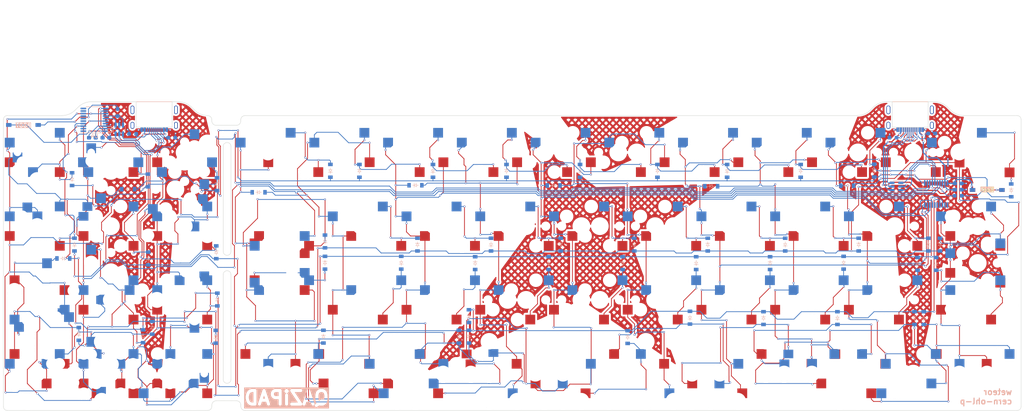
<source format=kicad_pcb>
(kicad_pcb (version 20221018) (generator pcbnew)
  (layers (0 "F.Cu" signal) (31 "B.Cu" signal) (34 "B.Paste" user) (35 "F.Paste" user) (36 "B.SilkS" user "B.Silkscreen") (37 "F.SilkS" user "F.Silkscreen") (38 "B.Mask" user) (39 "F.Mask" user) (44 "Edge.Cuts" user))
  (net 0 "")
  (net 1 "+3.3V")
  (net 2 "GND")
  (net 3 "VBUS")
  (net 4 "r1")
  (net 5 "r2")
  (net 6 "r3")
  (net 7 "c6")
  (net 8 "CC1")
  (net 9 "PORT+")
  (net 10 "PORT-")
  (net 12 "CC2")
  (net 15 "UDP")
  (net 16 "BOOT")
  (net 17 "c1")
  (net 18 "c2")
  (net 19 "c3")
  (net 20 "c4")
  (net 21 "c5")
  (net 22 "UDM")
  (net 24 "c7")
  (net 27 "r4")
  (net 44 "CC1_NUM")
  (net 45 "PORT+_NUM")
  (net 46 "PORT-_NUM")
  (net 47 "CC2_NUM")
  (net 48 "UDM_NUM")
  (net 49 "UDP_NUM")
  (net 50 "D1")
  (net 51 "D2")
  (net 52 "D3")
  (net 53 "D4")
  (net 54 "D5")
  (net 55 "D6")
  (net 56 "D7")
  (net 57 "D8")
  (net 58 "D9")
  (net 59 "D10")
  (net 60 "D11")
  (net 61 "D12")
  (net 62 "D13")
  (net 63 "D15")
  (net 64 "D16")
  (net 65 "D17")
  (net 66 "D18")
  (net 67 "D19")
  (net 68 "D20")
  (net 69 "D21")
  (net 70 "D22")
  (net 71 "D24")
  (net 72 "D25")
  (net 73 "D26")
  (net 74 "D27")
  (net 75 "D30")
  (net 76 "D31")
  (net 77 "D32")
  (net 78 "D33")
  (net 79 "D34")
  (net 80 "D35")
  (net 81 "D36")
  (net 82 "D37")
  (net 83 "D38")
  (net 84 "D39")
  (net 85 "D40")
  (net 86 "D41")
  (net 87 "D42")
  (net 88 "D43")
  (net 89 "D44")
  (net 90 "D45")
  (net 91 "D46")
  (net 92 "D47")
  (net 93 "D48")
  (net 94 "D50")
  (net 95 "D51")
  (net 96 "D52")
  (net 97 "D54")
  (net 98 "D55")
  (net 99 "D56")
  (net 100 "D57")
  (net 101 "D58")
  (net 102 "D23")
  (net 103 "D28")
  (net 104 "D29")
  (net 105 "+5VA")
  (net 106 "GND1")
  (net 107 "BOOT_NUM")
  (net 108 "+3.3VA")
  (net 109 "D14")
  (net 110 "D53")
  (net 111 "D49")
  (footprint "weteor:CherryMX_Hotswap_3d_Socketfront" (layer "F.Cu") (at 302.41875 119.0625)
    (fp_text reference "SW128" hide)
    (fp_text value "SW_Push" hide)
  )
  (footprint "weteor:CherryMX_Hotswap_3d_Socketfront" (layer "F.Cu") (at 214.3125 61.9125 180)
    (fp_text reference "SW100" hide)
    (fp_text value "SW_Push" hide)
  )
  (footprint "weteor:CherryMX_Hotswap_3d" (layer "F.Cu") (at 83.225 116.68125 90)
    (fp_text reference "SW114" hide)
    (fp_text value "SW_Push" hide)
  )
  (footprint "weteor:CherryMX_Hotswap_3d_Socketfront" (layer "F.Cu") (at 266.7 80.9625 180)
    (fp_text reference "SW116" hide)
    (fp_text value "SW_Push" hide)
  )
  (footprint "weteor:CherryMX_Hotswap_3d_Socketfront" (layer "F.Cu") (at 247.65 80.9625 180)
    (fp_text reference "SW112" hide)
    (fp_text value "SW_Push" hide)
  )
  (footprint "PCM_marbastlib-mx:STAB_MX_P_2u" (layer "F.Cu") (at 233.3625 119.0625 180)
    (fp_text reference "S12" hide)
    (fp_text value "2u")
  )
  (footprint "weteor:CherryMX_Hotswap_3d_Socketfront" (layer "F.Cu") (at 64.175 61.9125 180)
    (fp_text reference "SW39" hide)
    (fp_text value "SW_Push" hide)
  )
  (footprint "weteor:CherryMX_Hotswap_3d_Socketfront" (layer "F.Cu") (at 271.4625 61.9125 180)
    (fp_text reference "SW115" hide)
    (fp_text value "SW_Push" hide)
  )
  (footprint "weteor:CherryMX_Hotswap_3d_Socketfront" (layer "F.Cu") (at 126.20625 100.0125)
    (fp_text reference "SW82" hide)
    (fp_text value "SW_Push" hide)
  )
  (footprint "PCM_marbastlib-mx:STAB_MX_P_2u" (layer "F.Cu") (at 73.7 119.0625 180)
    (fp_text reference "S1" hide)
    (fp_text value "2u")
  )
  (footprint "weteor:CherryMX_Hotswap_3d_Socketfront" (layer "F.Cu") (at 64.175 100.0125)
    (fp_text reference "SW68" hide)
    (fp_text value "SW_Push" hide)
  )
  (footprint "weteor:mousebites_2mm" (layer "F.Cu") (at 112.24875 123.5511 180)
    (fp_text reference "H6" hide)
    (fp_text value "MouseBites" hide)
  )
  (footprint "weteor:CherryMX_Hotswap_3d_Socketfront" (layer "F.Cu") (at 223.8375 100.0125 180)
    (fp_text reference "SW107" hide)
    (fp_text value "SW_Push" hide)
  )
  (footprint "weteor:CherryMX_Hotswap_1.25u" (layer "F.Cu") (at 264.31875 119.0625)
    (fp_text reference "SW64" hide)
    (fp_text value "SW_Push" hide)
  )
  (footprint "weteor:CherryMX_Hotswap_3d" (layer "F.Cu") (at 176.2125 119.0625)
    (fp_text reference "SW26" hide)
    (fp_text value "SW_Push" hide)
  )
  (footprint "PCM_marbastlib-mx:STAB_MX_ISO" (layer "F.Cu") (at 307.18125 90.4875)
    (fp_text reference "S10" hide)
    (fp_text value "ISO-Enter")
  )
  (footprint "weteor:mousebites_2mm" (layer "F.Cu") (at 112.24875 57.3511 180)
    (fp_text reference "H4" hide)
    (fp_text value "MouseBites" hide)
  )
  (footprint "weteor:CherryMX_Hotswap_3d_Socketfront" (layer "F.Cu") (at 252.4125 61.9125 180)
    (fp_text reference "SW111" hide)
    (fp_text value "SW_Push" hide)
  )
  (footprint "weteor:CherryMX_Hotswap_3d_Socketfront" (layer "F.Cu") (at 307.18125 80.9625 180)
    (fp_text reference "SW126" hide)
    (fp_text value "SW_Push" hide)
  )
  (footprint "weteor:mousebites_2mm" (layer "F.Cu") (at 114.25 123.55)
    (fp_text reference "H3" hide)
    (fp_text value "MouseBites" hide)
  )
  (footprint "PCM_marbastlib-mx:STAB_MX_P_2u" (layer "F.Cu") (at 200.025 119.0625 180)
    (fp_text reference "S21" hide)
    (fp_text value "2u")
  )
  (footprint "PCM_marbastlib-mx:STAB_MX_P_2.25u" (layer "F.Cu") (at 240.50625 119.0625 180)
    (fp_text reference "S16" hide)
    (fp_text value "2.25u")
  )
  (footprint "weteor:CherryMX_Hotswap_3d_Socketfront" (layer "F.Cu") (at 123.825 119.0625)
    (fp_text reference "SW83" hide)
    (fp_text value "SW_Push" hide)
  )
  (footprint "weteor:CherryMX_Hotswap_3d" (layer "F.Cu") (at 192.88125 119.0625 180)
    (fp_text reference "SW62" hide)
    (fp_text value "SW_Push" hide)
  )
  (footprint "weteor:CherryMX_Hotswap_3d_Socketfront" (layer "F.Cu") (at 171.45 80.9625 180)
    (fp_text reference "SW90" hide)
    (fp_text value "SW_Push" hide)
  )
  (footprint "weteor:CherryMX_Hotswap_3d" (layer "F.Cu") (at 157.1625 119.0625)
    (fp_text reference "SW22" hide)
    (fp_text value "SW_Push" hide)
  )
  (footprint "weteor:CherryMX_Hotswap_3d_Socketfront" (layer "F.Cu") (at 64.175 80.9625 180)
    (fp_text reference "SW67" hide)
    (fp_text value "SW_Push" hide)
  )
  (footprint "PCM_marbastlib-mx:STAB_MX_P_3u" (layer "F.Cu") (at 214.3125 119.0625 180)
    (fp_text reference "S6" hide)
    (fp_text value "3u")
  )
  (footprint "weteor:Micro_Push_Button_3x6x2.5mm" (layer "F.Cu") (at 309.63875 71.6111 180)
    (fp_text reference "SW108" hide)
    (fp_text value "BOOT" hide)
  )
  (footprint "PCM_marbastlib-mx:STAB_MX_ISO" (layer "F.Cu") (at 66.55625 109.5375 180)
    (fp_text reference "S3" hide)
    (fp_text value "ISO-Enter")
  )
  (footprint "weteor:CherryMX_Hotswap_3d" (layer "F.Cu") (at 64.175 119.0625)
    (fp_text reference "SW4" hide)
    (fp_text value "SW_Push" hide)
  )
  (footprint "weteor:CherryMX_Hotswap_3d_Socketfront" (layer "F.Cu") (at 102.275 100.0125 180)
    (fp_text reference "SW77" hide)
    (fp_text value "SW_Push" hide)
  )
  (footprint "weteor:mousebites_2mm" (layer "F.Cu") (at 114.25 57.35)
    (fp_text reference "H1" hide)
    (fp_text value "MouseBites" hide)
  )
  (footprint "weteor:CherryMX_Hotswap_1.25u" (layer "F.Cu") (at 288.13125 119.0625 180)
    (fp_text reference "SW65" hide)
    (fp_text value "SW_Push" hide)
  )
  (footprint "weteor:CherryMX_Hotswap_3d_Socketfront" (layer "F.Cu") (at 83.225 100.0125 180)
    (fp_text reference "SW73" hide)
    (fp_text value "SW_Push" hide)
  )
  (footprint "weteor:CherryMX_Hotswap_3d_Socketfront" (layer "F.Cu") (at 102.275 61.9125 180)
    (fp_text reference "SW75" hide)
    (fp_text value "SW_Push" hide)
  )
  (footprint "weteor:mousebites_2mm" (layer "F.Cu") (at 112.24875 90.4911 180)
    (fp_text reference "H5" hide)
    (fp_text value "MouseBites" hide)
  )
  (footprint "weteor:CherryMX_Hotswap_1.25u" (layer "F.Cu") (at 159.54375 119.0625 180)
    (fp_text reference "SW60" hide)
    (fp_text value "SW_Push" hide)
  )
  (footprint "weteor:CherryMX_Hotswap_3d" (layer "F.Cu") (at 102.275 119.0625)
    (fp_text reference "SW13" hide)
    (fp_text value "SW_Push" hide)
  )
  (footprint "PCM_marbastlib-mx:STAB_MX_P_7u" (layer "F.Cu") (at 219.075 119.0625 180)
    (fp_text reference "S18" hide)
    (fp_text value "7u")
  )
  (footprint "weteor:CherryMX_Hotswap_3d_Socketfront" (layer "F.Cu") (at 157.1625 61.9125 180)
    (fp_text reference "SW84" hide)
    (fp_text value "SW_Push" hide)
  )
  (footprint "weteor:CherryMX_Hotswap_3d_Socketfront" (layer "F.Cu") (at 83.225 61.9125 180)
    (fp_text reference "SW71" hide)
    (fp_text value "SW_Push" hide)
  )
  (footprint "weteor:CherryMX_Hotswap_3d_Socketfront" (layer "F.Cu") (at 102.275 80.9625 180)
    (fp_text reference "SW76" hide)
    (fp_text value "SW_Push" hide)
  )
  (footprint "weteor:CherryMX_Hotswap_3d_Socketfront" (layer "F.Cu") (at 195.2625 61.9125 180)
    (fp_text reference "SW94" hide)
    (fp_text value "SW_Push" hide)
  )
  (footprint "weteor:CherryMX_Hotswap_3d_Socketfront" (layer "F.Cu") (at 304.8 100.0125 180)
    (fp_text reference "SW127" hide)
    (fp_text value "SW_Push" hide)
  )
  (footprint "weteor:CherryMX_Hotswap_3d_Socketfront" (layer "F.Cu") (at 126.20625 90.4875)
    (fp_text reference "SW31" hide)
    (fp_text value "SW_Push" hide)
  )
  (footprint "weteor:CherryMX_Hotswap_3d_Socketfront" (layer "F.Cu") (at 209.55 80.9625 180)
    (fp_text reference "SW101" hide)
    (fp_text value "SW_Push" hide)
  )
  (footprint "weteor:CherryMX_Hotswap_3d_Socketfront" (layer "F.Cu") (at 307.18125 90.4875 180)
    (fp_text reference "SW40" hide)
    (fp_text value "SW_Push" hide)
  )
  (footprint "weteor:CherryMX_Hotswap_3d_Socketfront" (layer "F.Cu") (at 290.5125 61.9125 180)
    (fp_text reference "SW120" hide)
    (fp_text value "SW_Push" hide)
  )
  (footprint "PCM_marbastlib-mx:STAB_MX_P_2.25u" (layer "F.Cu") (at 192.88125 119.0625 180)
    (fp_text reference "S7" hide)
    (fp_text value "2.25u")
  )
  (footprint "weteor:CherryMX_Hotswap_3d_Socketfront" (layer "F.Cu") (at 166.6875 100.0125 180)
    (fp_text reference "SW91" hide)
    (fp_text value "SW_Push" hide)
  )
  (footprint "weteor:CherryMX_Hotswap_3d_Socketfront" (layer "F.Cu") (at 204.7875 100.0125 180)
    (fp_text reference "SW102" hide)
    (fp_text value "SW_Push" hide)
  )
  (footprint "weteor:CherryMX_Hotswap_3d_Socketfront" (layer "F.Cu") (at 242.8875 100.0125 180)
    (fp_text reference "SW113" hide)
    (fp_text value "SW_Push" hide)
  )
  (footprint "weteor:CherryMX_Hotswap_3d" (layer "F.Cu") (at 73.7 119.0625)
    (fp_text reference "SW5" hide)
    (fp_text value "SW_Push" hide)
  )
  (footprint "weteor:CherryMX_Hotswap_3d" (layer "F.Cu") (at 233.3625 119.0625 180)
    (fp_text reference "SW66" hide)
    (fp_text value "SW_Push" hide)
  )
  (footprint "weteor:CherryMX_Hotswap_3d_Socketfront" (layer "F.Cu") (at 261.9375 100.0125 180)
    (fp_text reference "SW117" hide)
    (fp_text value "SW_Push" hide)
  )
  (footprint "weteor:CherryMX_Hotswap_3d_Socketfront" (layer "F.Cu") (at 152.4 80.9625 180)
    (fp_text reference "SW85" hide)
    (fp_text value "SW_Push" hide)
  )
  (footprint "weteor:CherryMX_Hotswap_3d_Socketfront" (layer "F.Cu") (at 147.6375 100.0125 180)
    (fp_text reference "SW86" hide)
    (fp_text value "SW_Push" hide)
  )
  (footprint "PCM_marbastlib-mx:STAB_MX_P_2u" (layer "F.Cu") (at 92.75 119.0625 180)
    (fp_text reference "S14" hide)
    (fp_text value "2u")
  )
  (footprint "weteor:CherryMX_Hotswap_3d_Socketfront" (layer "F.Cu") (at 233.3625 61.9125 180)
    (fp_text reference "SW105" hide)
    (fp_text value "SW_Push" hide)
  )
  (footprint "weteor:CherryMX_Hotswap_3d_Socketfront" (layer "F.Cu") (at 309.5625 61.99375 180)
    (fp_text reference "SW125" hide)
    (fp_text value "SW_Push" hide)
  )
  (footprint "PCM_marbastlib-mx:STAB_MX_P_7u" (layer "F.Cu") (at 214.3125 119.0625 180)
    (fp_text reference "S5" hide)
    (fp_text value "7u")
  )
  (footprint "PCM_marbastlib-mx:STAB_MX_P_3u" (layer "F.Cu") (at 219.075 119.0625 180)
    (fp_text reference "S19" hide)
    (fp_text value "3u")
  )
  (footprint "PCM_marbastlib-mx:STAB_MX_P_2u" (layer "F.Cu") (at 92.75 119.0625 180)
    (fp_text reference "S2" hide)
    (fp_text value "2u")
  )
  (footprint "weteor:CherryMX_Hotswap_3d_Socketfront" (layer "F.Cu") (at 176.2125 61.9125 180)
    (fp_text reference "SW89" hide)
    (fp_text value "SW_Push" hide)
  )
  (footprint "weteor:CherryMX_Hotswap_3d_Socketfront" (layer "F.Cu") (at 280.9875 100.0125 180)
    (fp_text reference "SW122" hide)
    (fp_text value "SW_Push" hide)
  )
  (footprint "weteor:CherryMX_Hotswap_3d" (layer "F.Cu") (at 271.4625 119.0625)
    (fp_text reference "SW50" hide)
    (fp_text value "SW_Push" hide)
  )
  (footprint "weteor:CherryMX_Hotswap_3d_Socketfront" (layer "F.Cu") (at 83.225 80.9625 180)
    (fp_text reference "SW72" hide)
    (fp_text value "SW_Push" hide)
  )
  (footprint "weteor:CherryMX_Hotswap_3d_Socketfront" (layer "F.Cu") (at 128.5875 80.9625 180)
    (fp_text reference "SW81" hide)
    (fp_text value "SW_Push" hide)
  )
  (footprint "weteor:CherryMX_Hotswap_3d" (layer "F.Cu") (at 83.225 119.0625)
    (fp_text reference "SW9" hide)
    (fp_text value "SW_Push" hide)
  )
  (footprint "weteor:CherryMX_Hotswap_3d_Socketfront" (layer "F.Cu") (at 285.75 80.9625 180)
    (fp_text reference "SW121" hide)
    (fp_text value "SW_Push" hide)
  )
  (footprint "weteor:CherryMX_Hotswap_3d" (layer "F.Cu") (at 252.4125 119.0625)
    (fp_text reference "SW46" hide)
    (fp_text value "SW_Push" hide)
  )
  (footprint "weteor:mousebites_2mm" (layer "F.Cu") (at 114.25 90.49)
    (fp_text reference "H2" hide)
    (fp_text value "MouseBites" hide)
  )
  (footprint "weteor:CherryMX_Hotswap_3d" (layer "F.Cu") (at 97.5125 119.0625 180)
    (fp_text reference "SW141" hide)
    (fp_text value "SW_Push" hide)
  )
  (footprint "weteor:USB-C-12-Pin-MidMount" (layer "F.Cu") (at 289.71875 48.8111)
    (fp_text reference "J1" hide)
    (fp_text value "USB_C_Receptacle_USB2.0")
  )
  (footprint "weteor:CherryMX_Hotswap_3d" (layer "F.Cu") (at 92.75 119.0625)
    (fp_text reference "SW14" hide)
    (fp_text value "SW_Push" hide)
  )
  (footprint "weteor:CherryMX_Hotswap_3d_Socketfront" (layer "F.Cu") (at 130.96875 61.9125 180)
    (fp_text reference "SW80" hide)
    (fp_text value "SW_Push" hide)
  )
  (footprint "weteor:CherryMX_Hotswap_3d" (layer "F.Cu") (at 66.55625 109.5375)
    (fp_text reference "SW132" hide)
    (fp_text value "SW_Push" hide)
  )
  (footprint "PCM_marbastlib-mx:STAB_MX_ISO" (layer "F.Cu") (at 99.89375 71.4375)
    (fp_text reference "S8" hide)
    (fp_text value "ISO-Enter")
  )
  (footprint "weteor:CherryMX_Hotswap_3d_Socketfront" (layer "F.Cu") (at 219.075 119.0625)
    (fp_text reference "SW103" hide)
    (fp_text value "SW_Push" hide)
  )
  (footprint "weteor:CherryMX_Hotswap_3d_Socketfront" (layer "F.Cu") (at 190.5 80.9625 180)
    (fp_text reference "SW95" hide)
    (fp_text value "SW_Push" hide)
  )
  (footprint "weteor:CherryMX_Hotswap_3d_Socketfront" (layer "F.Cu") (at 185.7375 100.0125 180)
    (fp_text reference "SW96" hide)
    (fp_text value "SW_Push" hide)
  )
  (footprint "weteor:CherryMX_Hotswap_3d_Socketfront" (layer "F.Cu") (at 228.6 80.9625 180)
    (fp_text reference "SW106" hide)
    (fp_text value "SW_Push" hide)
  )
  (footprint "weteor:CherryMX_Hotswap_3d" (layer "F.Cu") (at 290.5125 119.0625)
    (fp_text reference "SW54" hide)
    (fp_text value "SW_Push" hide)
  )
  (footprint "weteor:D_SOD-123" (layer "B.Cu") (at 93.93875 107.2111 -90)
    (fp_text reference "D9" hide)
    (fp_text value "D_Small")
  )
  (footprint "weteor:D_SOD-123" (layer "B.Cu") (at 257.43875 85.725 90)
    (fp_text reference "D43" hide)
    (fp_text value "D_Small")
  )
  (footprint "weteor:CherryMX_Hotswap_3d" (layer "B.Cu") (at 142.875 119.0625 180)
    (fp_text reference "SW87" hide)
    (fp_text value "SW_Push" hide)
  )
  (footprint "weteor:CherryMX_Hotswap_3d_Socketfront" (layer "B.Cu") (at 261.9375 80.9625 180)
    (fp_text reference "SW48" hide)
    (fp_text value "SW_Push" hide)
  )
  (footprint "weteor:CherryMX_Hotswap_3d" (layer "B.Cu") (at 92.75 119.0625)
    (fp_text reference "SW79" hide)
    (fp_text value "SW_Push" hide)
  )
  (footprint "Package_SO:TSSOP-20_4.4x6.5mm_P0.65mm" (layer "B.Cu") (at 296.43875 72.6486 90)
    (fp_text reference "U2" hide)
    (fp_text value "~")
  )
  (footprint "weteor:CherryMX_Hotswap_3d_Socketfront" (layer "B.Cu") (at 309.5625 119.0625 180)
    (fp_text reference "SW58" hide)
    (fp_text value "SW_Push" hide)
  )
  (footprint "weteor:CherryMX_Hotswap_3d_Socketfront" (layer "B.Cu") (at 147.6375 80.9625 180)
    (fp_text reference "SW20" hide)
    (fp_text value "SW_Push" hide)
  )
  (footprint "weteor:D_SOD-123" (layer "B.Cu") (at 138.13875 109.5111 -90)
    (fp_text reference "D18" hide)
    (fp_text value "D_Small")
  )
  (footprint "weteor:CherryMX_Hotswap_3d" (layer "B.Cu") (at 276.225 119.0625 180)
    (fp_text reference "SW123" hide)
    (fp_text value "SW_Push" hide)
  )
  (footprint "weteor:CherryMX_Hotswap_3d_Socketfront" (layer "B.Cu") (at 102.275 80.9625 180)
    (fp_text reference "SW11" hide)
    (fp_text value "SW_Push" hide)
  )
  (footprint "weteor:D_SOD-123" (layer "B.Cu") (at 121.38875 72.2111)
    (fp_text reference "D4" hide)
    (fp_text value "D_Small")
  )
  (footprint "weteor:CherryMX_Hotswap_3d" (layer "B.Cu") (at 64.175 119.0625 180)
    (fp_text reference "SW69" hide)
    (fp_text value "SW_Push" hide)
  )
  (footprint "weteor:D_SOD-123" (layer "B.Cu") (at 234.43875 90.5111 90)
    (fp_text reference "D38" hide)
    (fp_text value "D_Small")
  )
  (footprint "weteor:CherryMX_Hotswap_3d_Socketfront" (layer "B.Cu") (at 126.20625 90.4875)
    (fp_text reference "SW30" hide)
    (fp_text value "SW_Push" hide)
  )
  (footprint "weteor:R_0603_HandSolder" (layer "B.Cu") (at 302.13875 73.1111)
    (fp_text reference "R3" hide)
    (fp_text value "10k")
  )
  (footprint "weteor:CherryMX_Hotswap_3d" (layer "B.Cu") (at 83.225 119.0625)
    (fp_text reference "SW74" hide)
    (fp_text value "SW_Push" hide)
  )
  (footprint "weteor:D_SOD-123" (layer "B.Cu") (at 199.43875 85.725 -90)
    (fp_text reference "D28" hide)
    (fp_text value "D_Small")
  )
  (footprint "weteor:CherryMX_Hotswap_3d_Socketfront" (layer "B.Cu") (at 276.225 61.9125 180)
    (fp_text reference "SW51" hide)
    (fp_text value "SW_Push" hide)
  )
  (footprint "weteor:D_SOD-123" (layer "B.Cu") (at 218.43875 85.725 90)
    (fp_text reference "D33" hide)
    (fp_text value "D_Small")
  )
  (footprint "weteor:Micro_Push_Button_3x6x2.5mm" (layer "B.Cu") (at 60.63875 54.8111 180)
    (fp_text reference "SWi" hide)
    (fp_text value "BOOT" hide)
  )
  (footprint "weteor:CherryMX_Hotswap_3d_Socketfront" (layer "B.Cu") (at 228.6 100.0125 180)
    (fp_text reference "SW38" hide)
    (fp_text value "SW_Push" hide)
  )
  (footprint "weteor:C_0603_HandSolder" (layer "B.Cu") (at 78.43875 58.1111 180)
    (fp_text reference "C4" hide)
    (fp_text value "100nF")
  )
  (footprint "weteor:D_SOD-123" (layer "B.Cu") (at 110.63875 70.1111 -90)
    (fp_text reference "D10" hide)
    (fp_text value "D_Small")
  )
  (footprint "weteor:D_SOD-123" (layer "B.Cu") (at 276.43875 85.725 -90)
    (fp_text reference "D47" hide)
    (fp_text value "D_Small")
  )
  (footprint "weteor:D_SOD-123" (layer "B.Cu") (at 138.53875 90.4111 -90)
    (fp_text reference "D17" hide)
    (fp_text value "D_Small")
  )
  (footprint "weteor:CherryMX_Hotswap_3d_Socketfront" (layer "B.Cu") (at 83.225 61.9125)
    (fp_text reference "SW6" hide)
    (fp_text value "SW_Push" hide)
  )
  (footprint "weteor:CherryMX_Hotswap_3d_Socketfront" (layer "B.Cu") (at 71.31875 80.9625 180)
    (fp_text reference "SW99" hide)
    (fp_text value "SW_Push" hide)
  )
  (footprint "weteor:D_SOD-123" (layer "B.Cu") (at 296.43875 90.7111 90)
    (fp_text reference "D56" hide)
    (fp_text value "D_Small")
  )
  (footprint "weteor:CherryMX_Hotswap_3d_Socketfront" (layer "B.Cu") (at 126.20625 80.9625)
    (fp_text reference "SW16" hide)
    (fp_text value "SW_Push" hide)
  )
  (footprint "weteor:D_SOD-123" (layer "B.Cu") (at 74.93875 108.8111 90)
    (fp_text reference "D5" hide)
    (fp_text value "D_Small")
  )
  (footprint "weteor:CherryMX_Hotswap_3d_Socketfront" (layer "B.Cu") (at 200.025 61.9125 180)
    (fp_text reference "SW32" hide)
    (fp_text value "SW_Push" hide)
  )
  (footprint "weteor:D_SOD-123" (layer "B.Cu") (at 297.43875 85.725 -90)
    (fp_text reference "D55" hide)
    (fp_text value "D_Small")
  )
  (footprint "weteor:CherryMX_Hotswap_3d_Socketfront" (layer "B.Cu") (at 64.175 80.9625 180)
    (fp_text reference "SW2" hide)
    (fp_text value "SW_Push" hide)
  )
  (footprint "weteor:D_SOD-123" (layer "B.Cu") (at 181.43875 85.725 90)
    (fp_text reference "D24" hide)
    (fp_text value "D_Small")
  )
  (footprint "weteor:D_SOD-123" (layer "B.Cu") (at 215.43875 90.5111 -90)
    (fp_text reference "D34" hide)
    (fp_text value "D_Small")
  )
  (footprint "weteor:D_SOD-123" (layer "B.Cu") (at 110.72875 99.9211 90)
    (fp_text reference "D12" hide)
    (fp_text value "D_Small")
  )
  (footprint "weteor:D_SOD-123" (layer "B.Cu") (at 270.93875 104.7111 90)
    (fp_text reference "D49" hide)
    (fp_text value "D_Small")
  )
  (footprint "weteor:D_SOD-123" (layer "B.Cu") (at 196.33875 90.5111 90)
    (fp_text reference "D29" hide)
    (fp_text value "D_Small")
  )
  (footprint "weteor:CherryMX_Hotswap_3d_Socketfront" (layer "B.Cu") (at 102.275 114.3 90)
    (fp_text reference "SW131" hide)
    (fp_text value "SW_Push" hide)
  )
  (footprint "weteor:D_SOD-123" (layer "B.Cu") (at 138.53875 84.9111 90)
    (fp_text reference "D16" hide)
    (fp_text value "D_Small")
  )
  (footprint "weteor:D_SOD-123" (layer "B.Cu") (at 158.23875 90.4111 90)
    (fp_text reference "D21" hide)
    (fp_text value "D_Small")
  )
  (footprint "weteor:R_0603_HandSolder" (layer "B.Cu") (at 98.93875 58.1111)
    (fp_text reference "R5" hide)
    (fp_text value "5.1k")
  )
  (footprint "weteor:D_SOD-123" (layer "B.Cu") (at 185.43875 66.675 -90)
    (fp_text reference "D27" hide)
    (fp_text value "D_Small")
  )
  (footprint "weteor:R_0603_HandSolder" (layer "B.Cu") (at 295.31875 57.0111)
    (fp_text reference "R1" hide)
    (fp_text value "5.1k")
  )
  (footprint "weteor:CherryMX_Hotswap_3d_Socketfront" (layer "B.Cu") (at 209.55 100.0125 180)
    (fp_text reference "SW34" hide)
    (fp_text value "SW_Push" hide)
  )
  (footprint "weteor:D_SOD-123" (layer "B.Cu") (at 253.53875 90.5111 -90)
    (fp_text reference "D44" hide)
    (fp_text value "D_Small")
  )
  (footprint "weteor:CherryMX_Hotswap_3d_Socketfront" (layer "B.Cu") (at 190.5 100.0125 180)
    (fp_text reference "SW29" hide)
    (fp_text value "SW_Push" hide)
  )
  (footprint "weteor:D_SOD-123" (layer "B.Cu") (at 294.43875 85.725 90)
    (fp_text reference "D51" hide)
    (fp_text value "D_Small")
  )
  (footprint "weteor:CherryMX_Hotswap_3d_Socketfront" (layer "B.Cu") (at 238.125 61.9125 180)
    (fp_text reference "SW43" hide)
    (fp_text value "SW_Push" hide)
  )
  (footprint "Package_TO_SOT_SMD:SOT-23-6" (layer "B.Cu") (at 85.388751 55.9986 -90)
    (fp_text reference "U3")
    (fp_text value "USBLC6-2SC6")
  )
  (footprint "weteor:CherryMX_Hotswap_3d" (layer "B.Cu") (at 161.925 119.0625)
    (fp_text reference "SW92" hide)
    (fp_text value "SW_Push" hide)
  )
  (footprint "weteor:CherryMX_Hotswap_3d_Socketfront" (layer "B.Cu") (at 161.925 61.9125 180)
    (fp_text reference "SW23" hide)
    (fp_text value "SW_Push" hide)
  )
  (footprint "weteor:D_SOD-123" (layer "B.Cu") (at 251.83875 104.7111 -90)
    (fp_text reference "D45" hide)
    (fp_text value "D_Small")
  )
  (footprint "weteor:CherryMX_Hotswap_3d" (layer "B.Cu") (at 180.975 119.0625 180)
    (fp_text reference "SW41" hide)
    (fp_text value "SW_Push" hide)
  )
  (footprint "weteor:D_SOD-123" (layer "B.Cu") (at 291.63875 90.7111 -90)
    (fp_text reference "D52" hide)
    (fp_text value "D_Small")
  )
  (footprint "weteor:C_0603_HandSolder" (layer "B.Cu") (at 81.93875 58.1111)
    (fp_text reference "C3" hide)
    (fp_text value "100nF")
  )
  (footprint "weteor:CherryMX_Hotswap_3d_Socketfront" (layer "B.Cu") (at 257.175 61.9125 180)
    (fp_text reference "SW47" hide)
    (fp_text value "SW_Push" hide)
  )
  (footprint "weteor:CherryMX_Hotswap_3d_Socketfront" (layer "B.Cu") (at 64.175 100.0125)
    (fp_text reference "SW3" hide)
    (fp_text value "SW_Push" hide)
  )
  (footprint "weteor:D_SOD-123" (layer "B.Cu") (at 173.13875 109.5111 90)
    (fp_text reference "D22" hide)
    (fp_text value "D_Small")
  )
  (footprint "weteor:CherryMX_Hotswap_3d_Socketfront" (layer "B.Cu") (at 214.3125 119.0625 180)
    (fp_text reference "SW35" hide)
    (fp_text value "SW_Push" hide)
  )
  (footprint "weteor:D_SOD-123" (layer "B.Cu") (at 73.18875 68.8111 90)
    (fp_text reference "D1" hide)
    (fp_text value "D_Small")
  )
  (footprint "weteor:D_SOD-123" (layer "B.Cu") (at 197.61875 70.4511)
    (fp_text reference "D30" hide)
    (fp_text value "D_Small")
  )
  (footprint "weteor:CherryMX_Hotswap_3d_Socketfront" (layer "B.Cu") (at 102.275 64.29375 90)
    (fp_text reference "SW119" hide)
    (fp_text value "SW_Push" hide)
  )
  (footprint "weteor:CherryMX_Hotswap_3d_Socketfront" (layer "B.Cu") (at 204.7875 80.9625 180)
    (fp_text reference "SW33" hide)
    (fp_text value "SW_Push" hide)
  )
  (footprint "weteor:D_SOD-123" (layer "B.Cu") (at 92.78875 69.1611 90)
    (fp_text reference "D6" hide)
    (fp_text value "D_Small")
  )
  (footprint "weteor:CherryMX_Hotswap_3d_Socketfront" (layer "B.Cu") (at 123.825 61.9125 180)
    (fp_text reference "SW15" hide)
    (fp_text value "SW_Push" hide)
  )
  (footprint "weteor:D_SOD-123" (layer "B.Cu") (at 110.43875 87.7111 -90)
    (fp_text reference "D11" hide)
    (fp_text value "D_Small")
  )
  (footprint "weteor:D_SOD-123" (layer "B.Cu") (at 293.23875 104.7111 90)
    (fp_text reference "D57" hide)
    (fp_text value "D_Small")
  )
  (footprint "weteor:CherryMX_Hotswap_3d_Socketfront" (layer "B.Cu") (at 242.8875 80.9625 180)
    (fp_text reference "SW44" hide)
    (fp_text value "SW_Push" hide)
  )
  (footprint "weteor:CherryMX_Hotswap_3d_Socketfront" (layer "B.Cu") (at 128.5875 100.0125 180)
    (fp_text reference "SW17" hide)
    (fp_text value "SW_Push" hide)
  )
  (footprint "weteor:CherryMX_Hotswap_3d_Socketfront" (layer "B.Cu") (at 64.175 97.63125 90)
    (fp_text reference "SW97" hide)
    (fp_text value "SW_Push" hide)
  )
  (footprint "weteor:CherryMX_Hotswap_3d_Socketfront" (layer "B.Cu") (at 83.225 66.675 -90)
    (fp_text reference "SW104" hide)
    (fp_text value "SW_Push" hide)
  )
  (footprint "weteor:CherryMX_Hotswap_3d_Socketfront" (layer "B.Cu") (at 83.225 92.86875 -90)
    (fp_text reference "SW110" hide)
    (fp_text value "SW_Push" hide)
  )
  (footprint "weteor:D_SOD-123" (layer "B.Cu") (at 232.83875 104.6111 90)
    (fp_text reference "D41" hide)
    (fp_text value "D_Small")
  )
  (footprint "weteor:D_SOD-123" (layer "B.Cu") (at 73.81875 85.725 90)
    (fp_text reference "D2" hide)
    (fp_text value "D_Small")
  )
  (footprint "weteor:D_SOD-123" (layer "B.Cu") (at 273.45875 70.5111)
    (fp_text reference "D40" hide)
    (fp_text value "D_Small")
  )
  (footprint "weteor:D_SOD-123" (layer "B.Cu") (at 139.93875 66.6611 90)
    (fp_text reference "D15" hide)
    (fp_text value "D_Small")
  )
  (footprint "weteor:C_0603_HandSolder" (layer "B.Cu") (at 302.13875 69.9211)
    (fp_text reference "C1" hide)
    (fp_text value "100nF")
  )
  (footprint "weteor:CherryMX_Hotswap_3d_Socketfront" (layer "B.Cu") (at 219.075 61.9125 180)
    (fp_text reference "SW36" hide)
    (fp_text value "SW_Push" hide)
  )
  (footprint "weteor:CherryMX_Hotswap_3d_Socketfront" (layer "B.Cu") (at 68.9375 61.9125)
    (fp_text reference "SW61" hide)
    (fp_text value "SW_Push" hide)
  )
  (footprint "weteor:D_SOD-123" (layer "B.Cu") (at 315.83875 71.7111 -90)
    (fp_text reference "D54" hide)
    (fp_text value "D_Small")
  )
  (footprint "weteor:R_0603_HandSolder" (layer "B.Cu") (at 88.83875 57.1111 180)
    (fp_text reference "R4" hide)
    (fp_text value "5.1k")
  )
  (footprint "Package_SO:TSSOP-20_4.4x6.5mm_P0.65mm" (layer "B.Cu") (at 78.97625 53.4861)
    (fp_text reference "U4")
    (fp_text value "~")
  )
  (footprint "weteor:D_SOD-123" (layer "B.Cu") (at 290.8575 104.7111 -90)
    (fp_text reference "D53" hide)
    (fp_text value "D_Small")
  )
  (footprint "Package_TO_SOT_SMD:SOT-23-6" (layer "B.Cu") (at 286.16875 70.7211 180)
    (fp_text reference "U1" hide)
    (fp_text value "USBLC6-2SC6")
  )
  (footprint "weteor:D_SOD-123" (layer "B.Cu") (at 110.31875 109.5411 90)
    (fp_text reference "D14" hide)
    (fp_text value "D_Small")
  )
  (footprint "weteor:D_SOD-123" (layer "B.Cu") (at 238.32875 70.6511)
    (fp_text reference "D39" hide)
    (fp_text value "D_Small")
  )
  (footprint "weteor:CherryMX_Hotswap_1.25u" (layer "B.Cu") (at 169.06875 119.0625 180)
    (fp_text reference "SW93" hide)
    (fp_text value "SW_Push" hide)
  )
  (footprint "weteor:CherryMX_Hotswap_3d_Socketfront" (layer "B.Cu") (at 180.975 61.9125 180)
    (fp_text reference "SW27" hide)
    (fp_text value "SW_Push" hide)
  )
  (footprint "weteor:CherryMX_Hotswap_3d_Socketfront" (layer "B.Cu") (at 302.41875 61.9125 180)
    (fp_text reference "SW55" hide)
    (fp_text value "SW_Push" hide)
  )
  (footprint "weteor:CherryMX_Hotswap_3d" (layer "B.Cu") (at 200.025 119.0625)
    (fp_text reference "SW98" hide)
    (fp_text value "SW_Push" hide)
  )
  (footprint "weteor:D_SOD-123" (layer "B.Cu") (at 162.43875 85.725 -90)
    (fp_text reference "D20" hide)
    (fp_text value "D_Small")
  )
  (footprint "weteor:D_SOD-123" (layer "B.Cu") (at 92.86875 89.3111 90)
    (fp_text reference "D7" hide)
    (fp_text value "D_Small")
  )
  (footprint "weteor:CherryMX_Hotswap_3d_Socketfront" (layer "B.Cu") (at 64.175 61.9125 180)
    (fp_text reference "SW1" hide)
    (fp_text value "SW_Push" hide)
  )
  (footprint "weteor:D_SOD-123" (layer "B.Cu") (at 242.43875 66.675 90)
    (fp_text reference "D42" hide)
    (fp_text value "D_Small")
  )
  (footprint "weteor:CherryMX_Hotswap_3d_Socketfront" (layer "B.Cu") (at 142.875 61.9125 180)
    (fp_text reference "SW19" hide)
    (fp_text value "SW_Push" hide)
  )
  (footprint "weteor:D_SOD-123" (layer "B.Cu") (at 272.53875 90.4111 90)
    (fp_text reference "D48" hide)
    (fp_text value "D_Small")
  )
  (footprint "weteor:D_SOD-123" (layer "B.Cu") (at 161.91875 70.3911)
    (fp_text reference "D13" hide)
    (fp_text value "D_Small")
  )
  (footprint "weteor:D_SOD-123" (layer "B.Cu") (at 224.43875 66.675 -90)
    (fp_text reference "D36" hide)
    (fp_text value "D_Small")
  )
  (footprint "weteor:D_SOD-123" (layer "B.Cu") (at 177.33875 90.5111 -90)
    (fp_text reference "D25" hide)
    (fp_text value "D_Small")
  )
  (footprint "weteor:D_SOD-123" (layer "B.Cu") (at 237.43875 85.725 -90)
    (fp_text reference "D37" hide)
    (fp_text value "D_Small")
  )
  (footprint "weteor:Micro_Push_Button_3x6x2.5mm" (layer "B.Cu") (at 309.63875 71.6111 180)
    (fp_text reference "SW42" hide)
    (fp_text value "BOOT" hide)
  )
  (footprint "weteor:CherryMX_Hotswap_1.25u" (layer "B.Cu") (at 273.84375 119.0625)
    (fp_text reference "SW124" hide)
    (fp_text value "SW_Push" hide)
  )
  (footprint "weteor:CherryMX_Hotswap_3d_Socketfront" (layer "B.Cu") (at 83.225 100.0125 180)
    (fp_text reference "SW8" hide)
    (fp_text value "SW_Push" hide)
  )
  (footprint "weteor:USB-C-12-Pin-MidMount" (layer "B.Cu") (at 94.4105 48.8211 180)
    (fp_text reference "J2" hide)
    (fp_text value "USB_C_Receptacle_USB2.0")
  )
  (footprint "weteor:D_SOD-123" (layer "B.Cu") (at 70.93875 89.3111 180)
    (fp_text reference "D3" hide)
    (fp_text value "D_Small")
  )
  (footprint "weteor:R_0603_HandSolder" (layer "B.Cu") (at 285.30875 58.1011 180)
    (fp_text reference "R2" hide)
    (fp_text value "5.1k")
  )
  (footprint "weteor:CherryMX_Hotswap_3d_Socketfront" (layer "B.Cu") (at 266.7 100.0125 180)
    (fp_text reference "SW49" hide)
    (fp_text value "SW_Push" hide)
  )
  (footprint "weteor:CherryMX_Hotswap_3d" (layer "B.Cu") (at 257.175 119.0625 180)
    (fp_text reference "SW118" hide)
    (fp_text value "SW_Push" hide)
  )
  (footprint "weteor:CherryMX_Hotswap_1.25u" (layer "B.Cu") (at 145.25625 119.0625)
    (fp_text reference "SW88" hide)
    (fp_text value "SW_Push" hide)
  )
  (footprint "weteor:CherryMX_Hotswap_3d_Socketfront" (layer "B.Cu") (at 152.4 100.0125 180)
    (fp_text reference "SW21" hide)
    (fp_text value "SW_Push" hide)
  )
  (footprint "weteor:D_SOD-123" (layer "B.Cu") (at 280.43875 66.6 90)
    (fp_text reference "D50" hide)
    (fp_text value "D_Small")
  )
  (footprint "weteor:D_SOD-123" (layer "B.Cu") (at 147.43875 66.675 -90)
    (fp_text reference "D19" hide)
    (fp_text value "D_Small")
  )
  (footprint "weteor:CherryMX_Hotswap_3d_Socketfront" (layer "B.Cu") (at 102.275 88.10625 90)
    (fp_text reference "SW129" hide)
    (fp_text value "SW_Push" hide)
  )
  (footprint "weteor:CherryMX_Hotswap_3d_Socketfront" (layer "B.Cu") (at 185.7375 80.9625 180)
    (fp_text reference "SW28" hide)
    (fp_text value "SW_Push" hide)
  )
  (footprint "weteor:C_0603_HandSolder" (layer "B.Cu") (at 302.12875 71.5411)
    (fp_text reference "C2" hide)
    (fp_text value "100nF")
  )
  (footprint "weteor:CherryMX_Hotswap_3d_Socketfront" (layer "B.Cu") (at 64.175 69.05625 -90)
    (fp_text reference "SW63" hide)
    (fp_text value "SW_Push" hide)
  )
  (footprint "weteor:CherryMX_Hotswap_3d" (layer "B.Cu") (at 240.50625 119.0625)
    (fp_text reference "SW109" hide)
    (fp_text value "SW_Push" hide)
  )
  (footprint "weteor:CherryMX_Hotswap_3d_Socketfront" (layer "B.Cu") (at 247.65 100.0125 180)
    (fp_text reference "SW45" hide)
    (fp_text value "SW_Push" hide)
  )
  (footprint "weteor:D_SOD-123" (layer "B.Cu") (at 175.73875 109.5111 -90)
    (fp_text reference "D26" hide)
    (fp_text value "D_Small")
  )
  (footprint "weteor:D_SOD-123" (layer "B.Cu") (at 261.43875 66.675 -90)
    (fp_text reference "D46" hide)
    (fp_text value "D_Small")
  )
  (footprint "weteor:CherryMX_Hotswap_3d_Socketfront" (layer "B.Cu") (at 307.18125 100.0125 180)
    (fp_text reference "SW57" hide)
    (fp_text value "SW_Push" hide)
  )
  (footprint "weteor:CherryMX_Hotswap_3d_Socketfront" (layer "B.Cu") (at 95.13125 100.0125 180)
    (fp_text reference "SW140" hide)
    (fp_text value "SW_Push" hide)
  )
  (footprint "weteor:D_SOD-123" (layer "B.Cu") (at 91.53875 109.4111 -90)
    (fp_text reference "D8" hide)
    (fp_text value "D_Small")
  )
  (footprint "weteor:CherryMX_Hotswap_3d_Socketfront" (layer "B.Cu") (at 102.275 61.9125)
    (fp_text reference "SW10" hide)
    (fp_text value "SW_Push" hide)
  )
  (footprint "weteor:CherryMX_Hotswap_3d_Socketfront" (layer "B.Cu") (at 99.89375 71.4375)
    (fp_text reference "SW138" hide)
    (fp_text value "SW_Push" hide)
  )
  (footprint "weteor:D_SOD-123" (layer "B.Cu") (at 216.73875 109.6111 -90)
    (fp_text reference "D35" hide)
    (fp_text value "D_Small")
  )
  (footprint "weteor:CherryMX_Hotswap_3d_Socketfront" (layer "B.Cu") (at 280.9875 80.9625 180)
    (fp_text reference "SW52" hide)
    (fp_text value "SW_Push" hide)
  )
  (footprint "weteor:CherryMX_Hotswap_3d_Socketfront" (layer "B.Cu") (at 285.75 100.0125 180)
    (fp_text reference "SW53" hide)
    (fp_text value "SW_Push" hide)
  )
  (footprint "weteor:CherryMX_Hotswap_3d_Socketfront" (layer "B.Cu") (at 307.18125 90.4875 180)
    (fp_text reference "SW59" hide)
    (fp_text value "SW_Push" hide)
  )
  (footprint "weteor:CherryMX_Hotswap_3d_Socketfront" (layer "B.Cu") (at 304.8 80.9625 180)
    (fp_text reference "SW56" hide)
    (fp_text value "SW_Push" hide)
  )
  (footprint "PCM_marbastlib-mx:STAB_MX_P_2u" (layer "B.Cu") (at 73.7 119.0625)
    (fp_text reference "S13" hide)
    (fp_text value "2u")
  )
  (footprint "weteor:CherryMX_Hotswap_3d_Socketfront" (layer "B.Cu") (at 102.275 100.0125 180)
    (fp_text reference "SW12" hide)
    (fp_text value "SW_Push" hide)
  )
  (footprint "weteor:D_SOD-123" (layer "B.Cu") (at 87.68875 71.4111)
    (fp_text reference "D58" hide)
    (fp_text value "D_Small")
  )
  (footprint "weteor:R_0603_HandSolder" (layer "B.Cu") (at 84.93875 51.6111 90)
    (fp_text reference "R6" hide)
    (fp_text value "10k")
  )
  (footprint "weteor:USB-C-12-Pin-MidMount" (layer "B.Cu") (at 289.71875 48.8111 180)
    (fp_text reference "J3" hide)
    (fp_text value "USB_C_Receptacle_USB2.0")
  )
  (footprint "PCM_marbastlib-mx:STAB_MX_ISO" (layer "B.Cu") (at 126.20625 90.4875 180)
    (fp_text reference "S4" hide)
    (fp_text value "ISO-Enter")
  )
  (footprint "weteor:D_SOD-123" (layer "B.Cu") (at 204.43875 66.675 90)
    (fp_text reference "D32" hide)
    (fp_text value "D_Small")
  )
  (footprint "weteor:CherryMX_Hotswap_3d_Socketfront" (layer "B.Cu") (at 130.96875 119.0625 180)
    (fp_text reference "SW18" hide)
    (fp_text value "SW_Push" hide)
  )
  (footprint "weteor:D_SOD-123" (layer "B.Cu") (at 175.73875 104.2111 90)
    (fp_text reference "D31" hide)
    (fp_text value "D_Small")
  )
  (footprint "weteor:CherryMX_Hotswap_3d_Socketfront" (layer "B.Cu") (at 166.6875 80.9625 180)
    (fp_text reference "SW24" hide)
    (fp_text value "SW_Push" hide)
  )
  (footprint "weteor:CherryMX_Hotswap_3d_Socketfront" (layer "B.Cu") (at 171.45 100.0125 180)
    (fp_text reference "SW25" hide)
    (fp_text value "SW_Push" hide)
  )
  (footprint "weteor:CherryMX_Hotswap_3d" (layer "B.Cu") (at 102.275 119.0625)
    (fp_text reference "SW78" hide)
    (fp_text value "SW_Push" hide)
  )
  (footprint "weteor:D_SOD-123" (layer "B.Cu") (at 166.43875 66.675 90)
    (fp_text reference "D23" hide)
    (fp_text value "D_Small")
  )
  (footprint "weteor:CherryMX_Hotswap_3d_Socketfront" (layer "B.Cu") (at 83.225 80.9625 180)
    (fp_text reference "SW7" hide)
    (fp_text value "SW_Push" hide)
  )
  (footprint "weteor:CherryMX_Hotswap_3d_Socketfront" (layer "B.Cu") (at 223.8375 80.9625 180)
    (fp_text reference "SW37" hide)
    (fp_text value "SW_Push" hide)
  )
  (footprint "weteor:CherryMX_Hotswap_3d" (layer "B.Cu") (at 73.7 119.0625)
    (fp_text reference "SW70" hide)
    (fp_text value "SW_Push" hide)
  )
  (gr_curve (pts (xy 109.6294 54.58) (xy 109.8357 54.7863) (xy 110.1154 54.9022) (xy 110.4072 54.9022)) (stroke (width 0.1)) (layer "Edge.Cuts"))
  (gr_curve (pts (xy 56.4688 128.5875) (xy 55.9165 128.5875) (xy 55.4688 128.1398) (xy 55.4688 127.5875)) (stroke (width 0.1)) (layer "Edge.Cuts"))
  (gr_line (start 294.36875 55.4124) (end 294.36875 48.8198) (stroke (width 0.1)) (layer "Edge.Cuts"))
  (gr_curve (pts (xy 112.25 120.5502) (xy 112.25 121.8836) (xy 114.25 121.8836) (xy 114.25 120.5502)) (stroke (width 0.1)) (layer "Edge.Cuts"))
  (gr_curve (pts (xy 116.79 127.18) (xy 116.79 126.8883) (xy 116.6741 126.6085) (xy 116.4678 126.4022)) (stroke (width 0.1)) (layer "Edge.Cuts"))
  (gr_line (start 78.15346 48.822) (end 89.7372 48.822) (stroke (width 0.1)) (layer "Edge.Cuts"))
  (gr_line (start 283.65115 48.8198) (end 285.06875 48.8198) (stroke (width 0.1)) (layer "Edge.Cuts"))
  (gr_curve (pts (xy 317.3877 52.3875) (xy 317.9399 52.3875) (xy 318.3877 52.8352) (xy 318.3877 53.3875)) (stroke (width 0.1)) (layer "Edge.Cuts"))
  (gr_curve (pts (xy 115.6822 54.9022) (xy 115.9739 54.9022) (xy 116.2537 54.7863) (xy 116.46 54.58)) (stroke (width 0.1)) (layer "Edge.Cuts"))
  (gr_line (start 116.7822 53.8022) (end 116.7822 53.4897) (stroke (width 0.1)) (layer "Edge.Cuts"))
  (gr_line (start 99.0372 48.822) (end 100.6396 48.822) (stroke (width 0.1)) (layer "Edge.Cuts"))
  (gr_curve (pts (xy 109.315 127.4925) (xy 109.315 127.7842) (xy 109.1991 128.064) (xy 108.9928 128.2703)) (stroke (width 0.1)) (layer "Edge.Cuts"))
  (gr_curve (pts (xy 108.2072 52.3897) (xy 108.8147 52.3897) (xy 109.3072 52.8822) (xy 109.3072 53.4897)) (stroke (width 0.1)) (layer "Edge.Cuts"))
  (gr_curve (pts (xy 55.4688 53.3875) (xy 55.4688 52.8352) (xy 55.9165 52.3875) (xy 56.4688 52.3875)) (stroke (width 0.1)) (layer "Edge.Cuts"))
  (gr_curve (pts (xy 114.25 60.3503) (xy 114.25 59.0169) (xy 112.25 59.0169) (xy 112.25 60.3503)) (stroke (width 0.1)) (layer "Edge.Cuts"))
  (gr_curve (pts (xy 114.25 93.4878) (xy 114.25 92.1544) (xy 112.25 92.1544) (xy 112.25 93.4878)) (stroke (width 0.1)) (layer "Edge.Cuts"))
  (gr_line (start 99.0372 55.4146) (end 99.0372 48.822) (stroke (width 0.1)) (layer "Edge.Cuts"))
  (gr_curve (pts (xy 117.89 128.5875) (xy 117.2825 128.5925) (xy 116.79 128.1) (xy 116.79 127.4925)) (stroke (width 0.1)) (layer "Edge.Cuts"))
  (gr_line (start 279.49566 50.973784) (end 280.23644 50.233521) (stroke (width 0.1)) (layer "Edge.Cuts"))
  (gr_line (start 114.25 87.4878) (end 114.25 60.3503) (stroke (width 0.1)) (layer "Edge.Cuts"))
  (gr_line (start 299.38534 50.234033) (end 300.12456 50.973267) (stroke (width 0.1)) (layer "Edge.Cuts"))
  (gr_line (start 104.05379 50.236233) (end 104.79301 50.975467) (stroke (width 0.1)) (layer "Edge.Cuts"))
  (gr_curve (pts (xy 276.08095 52.38753) (xy 277.361579 52.387513) (xy 278.589801 51.879009) (xy 279.49566 50.973784)) (stroke (width 0.1)) (layer "Edge.Cuts"))
  (gr_line (start 73.99797 50.975984) (end 74.73875 50.235721) (stroke (width 0.1)) (layer "Edge.Cuts"))
  (gr_line (start 303.53875 52.3875) (end 317.3877 52.3875) (stroke (width 0.1)) (layer "Edge.Cuts"))
  (gr_curve (pts (xy 100.6396 48.822) (xy 101.920175 48.822001) (xy 103.148299 49.330717) (xy 104.05379 50.236233)) (stroke (width 0.1)) (layer "Edge.Cuts"))
  (gr_line (start 115.69 126.08) (end 110.415 126.08) (stroke (width 0.1)) (layer "Edge.Cuts"))
  (gr_line (start 285.06875 48.8198) (end 285.06875 55.4124) (stroke (width 0.1)) (layer "Edge.Cuts"))
  (gr_curve (pts (xy 110.415 126.08) (xy 110.1233 126.08) (xy 109.8435 126.1959) (xy 109.6372 126.4022)) (stroke (width 0.1)) (layer "Edge.Cuts"))
  (gr_line (start 116.79 127.4925) (end 116.79 127.18) (stroke (width 0.1)) (layer "Edge.Cuts"))
  (gr_line (start 56.4688 52.3875) (end 70.58326 52.38973) (stroke (width 0.1)) (layer "Edge.Cuts"))
  (gr_curve (pts (xy 74.73875 50.235721) (xy 75.644607 49.330497) (xy 76.872832 48.822) (xy 78.15346 48.822)) (stroke (width 0.1)) (layer "Edge.Cuts"))
  (gr_line (start 55.4688 127.5875) (end 55.4688 53.3875) (stroke (width 0.1)) (layer "Edge.Cuts"))
  (gr_line (start 294.36875 48.8198) (end 295.97115 48.8198) (stroke (width 0.1)) (layer "Edge.Cuts"))
  (gr_line (start 117.8822 52.3897) (end 276.08095 52.38753) (stroke (width 0.1)) (layer "Edge.Cuts"))
  (gr_line (start 110.4072 54.9022) (end 115.6822 54.9022) (stroke (width 0.1)) (layer "Edge.Cuts"))
  (gr_line (start 318.3877 53.3875) (end 318.3877 127.5875) (stroke (width 0.1)) (layer "Edge.Cuts"))
  (gr_curve (pts (xy 116.4678 126.4022) (xy 116.2615 126.1959) (xy 115.9817 126.08) (xy 115.69 126.08)) (stroke (width 0.1)) (layer "Edge.Cuts"))
  (gr_line (start 112.25 93.4878) (end 112.25 120.5502) (stroke (width 0.1)) (layer "Edge.Cuts"))
  (gr_curve (pts (xy 318.3877 127.5875) (xy 318.3877 128.1398) (xy 317.9399 128.5875) (xy 317.3877 128.5875)) (stroke (width 0.1)) (layer "Edge.Cuts"))
  (gr_line (start 285.06875 55.4124) (end 294.36875 55.4124) (stroke (width 0.1)) (layer "Edge.Cuts"))
  (gr_curve (pts (xy 280.23644 50.233521) (xy 281.142297 49.328297) (xy 282.370522 48.8198) (xy 283.65115 48.8198)) (stroke (width 0.1)) (layer "Edge.Cuts"))
  (gr_curve (pts (xy 70.58326 52.38973) (xy 71.863889 52.389713) (xy 73.092111 51.881209) (xy 73.99797 50.975984)) (stroke (width 0.1)) (layer "Edge.Cuts"))
  (gr_curve (pts (xy 104.79301 50.975467) (xy 105.698501 51.880983) (xy 106.926625 52.389699) (xy 108.2072 52.3897)) (stroke (width 0.1)) (layer "Edge.Cuts"))
  (gr_curve (pts (xy 117.1044 52.7119) (xy 117.3107 52.5056) (xy 117.5904 52.3897) (xy 117.8822 52.3897)) (stroke (width 0.1)) (layer "Edge.Cuts"))
  (gr_line (start 112.25 60.3503) (end 112.25 87.4878) (stroke (width 0.1)) (layer "Edge.Cuts"))
  (gr_curve (pts (xy 116.7822 53.4897) (xy 116.7822 53.1979) (xy 116.8981 52.9182) (xy 117.1044 52.7119)) (stroke (width 0.1)) (layer "Edge.Cuts"))
  (gr_curve (pts (xy 108.9928 128.2703) (xy 108.7865 128.4766) (xy 108.5067 128.5925) (xy 108.215 128.5875)) (stroke (width 0.1)) (layer "Edge.Cuts"))
  (gr_line (start 114.25 120.5502) (end 114.25 93.4878) (stroke (width 0.1)) (layer "Edge.Cuts"))
  (gr_curve (pts (xy 300.12456 50.973267) (xy 301.030051 51.878783) (xy 302.258175 52.387499) (xy 303.53875 52.3875)) (stroke (width 0.1)) (layer "Edge.Cuts"))
  (gr_curve (pts (xy 295.97115 48.8198) (xy 297.251725 48.819801) (xy 298.479849 49.328517) (xy 299.38534 50.234033)) (stroke (width 0.1)) (layer "Edge.Cuts"))
  (gr_line (start 317.3877 128.5875) (end 117.89 128.5875) (stroke (width 0.1)) (layer "Edge.Cuts"))
  (gr_line (start 89.7372 48.822) (end 89.7372 55.4146) (stroke (width 0.1)) (layer "Edge.Cuts"))
  (gr_line (start 89.7372 55.4146) (end 99.0372 55.4146) (stroke (width 0.1)) (layer "Edge.Cuts"))
  (gr_line (start 109.315 127.18) (end 109.315 127.4925) (stroke (width 0.1)) (layer "Edge.Cuts"))
  (gr_curve (pts (xy 116.46 54.58) (xy 116.6663 54.3737) (xy 116.7822 54.0939) (xy 116.7822 53.8022)) (stroke (width 0.1)) (layer "Edge.Cuts"))
  (gr_curve (pts (xy 109.3072 53.8022) (xy 109.3072 54.0939) (xy 109.4231 54.3737) (xy 109.6294 54.58)) (stroke (width 0.1)) (layer "Edge.Cuts"))
  (gr_line (start 109.3072 53.4897) (end 109.3072 53.8022) (stroke (width 0.1)) (layer "Edge.Cuts"))
  (gr_curve (pts (xy 109.6372 126.4022) (xy 109.4309 126.6085) (xy 109.315 126.8883) (xy 109.315 127.18)) (stroke (width 0.1)) (layer "Edge.Cuts"))
  (gr_line (start 108.215 128.5875) (end 56.4688 128.5875) (stroke (width 0.1)) (layer "Edge.Cuts"))
  (gr_curve (pts (xy 112.25 87.4878) (xy 112.25 88.8211) (xy 114.25 88.8211) (xy 114.25 87.4878)) (stroke (width 0.1)) (layer "Edge.Cuts"))
  (gr_text "BOOT" (at 62.73875 55.5111) (layer "B.SilkS" knockout) (effects (font (size 1 1) (thickness 0.2) bold) (justify left bottom mirror)))
  (gr_text "Boot" (at 311.53875 72.1111) (layer "B.SilkS" knockout) (effects (font (size 1 1) (thickness 0.2) bold) (justify left bottom mirror)))
  (gr_text "weteor\ncern-ohl-p" (at 316.22 127.1) (layer "B.SilkS") (effects (font (size 1.5 1.5) (thickness 0.3) bold) (justify left bottom mirror)))
  (gr_text "QAZiPAD" (at 139.97875 127.4011) (layer "B.SilkS" knockout) (effects (font (size 3.5 3.5) (thickness 0.8) bold) (justify left bottom mirror)))
  (gr_text "Boot" (at 307.73875 72.1111) (layer "F.SilkS" knockout) (effects (font (size 1 1) (thickness 0.2) bold) (justify left bottom)))
  (segment (start 305.83875 71.6111) (end 305.83875 70.8111) (width 0.3) (layer "F.Cu") (net 1))
  (segment (start 305.83875 70.8111) (end 305.63875 70.6111) (width 0.3) (layer "F.Cu") (net 1))
  (via (at 305.63875 70.6111) (size 0.5) (drill 0.3) (layers "F.Cu" "B.Cu") (net 1))
  (segment (start 301.27625 69.9211) (end 301.27625 69.3736) (width 0.3) (layer "B.Cu") (net 1))
  (segment (start 301.73875 68.9111) (end 304.93875 68.9111) (width 0.3) (layer "B.Cu") (net 1))
  (segment (start 301.27625 69.9211) (end 299.49875 69.9211) (width 0.3) (layer "B.Cu") (net 1))
  (segment (start 305.63875 70.6111) (end 305.63875 71.6111) (width 0.3) (layer "B.Cu") (net 1))
  (segment (start 299.49875 69.9211) (end 299.36375 69.7861) (width 0.3) (layer "B.Cu") (net 1))
  (segment (start 304.93875 68.9111) (end 305.63875 69.6111) (width 0.3) (layer "B.Cu") (net 1))
  (segment (start 305.63875 69.6111) (end 305.63875 70.6111) (width 0.3) (layer "B.Cu") (net 1))
  (segment (start 301.27625 69.3736) (end 301.73875 68.9111) (width 0.3) (layer "B.Cu") (net 1))
  (segment (start 292.94375 56.0461) (end 293.71375 56.0461) (width 0.3) (layer "F.Cu") (net 2))
  (segment (start 293.71375 56.0461) (end 293.74875 56.0111) (width 0.3) (layer "F.Cu") (net 2))
  (segment (start 286.49375 56.0461) (end 285.54375 56.0461) (width 0.3) (layer "F.Cu") (net 2))
  (via (at 295.35875 56.4711) (size 0.5) (drill 0.3) (layers "F.Cu" "B.Cu") (net 2))
  (via (at 293.74875 56.0111) (size 0.5) (drill 0.3) (layers "F.Cu" "B.Cu") (net 2))
  (via (at 284.42875 57.2111) (size 0.5) (drill 0.3) (layers "F.Cu" "B.Cu") (net 2))
  (via (at 304.21875 71.4711) (size 0.5) (drill 0.3) (layers "F.Cu" "B.Cu") (net 2))
  (via (at 299.47875 63.5811) (size 0.5) (drill 0.3) (layers "F.Cu" "B.Cu") (net 2))
  (via (at 304.20875 69.9311) (size 0.5) (drill 0.3) (layers "F.Cu" "B.Cu") (net 2))
  (via (at 299.48875 65.3811) (size 0.5) (drill 0.3) (layers "F.Cu" "B.Cu") (net 2))
  (via (at 288.77875 70.2811) (size 0.5) (drill 0.3) (layers "F.Cu" "B.Cu") (net 2))
  (via (at 298.06425 70.9111) (size 0.5) (drill 0.3) (layers "F.Cu" "B.Cu") (net 2))
  (via (at 285.54375 56.0461) (size 0.5) (drill 0.3) (layers "F.Cu" "B.Cu") (net 2))
  (segment (start 299.48875 63.5911) (end 299.47875 63.5811) (width 0.3) (layer "B.Cu") (net 2))
  (segment (start 292.94375 56.0461) (end 293.71375 56.0461) (width 0.3) (layer "B.Cu") (net 2))
  (segment (start 284.39625 58.1011) (end 284.39625 57.2436) (width 0.3) (layer "B.Cu") (net 2))
  (segment (start 288.33875 70.7211) (end 288.77875 70.2811) (width 0.3) (layer "B.Cu") (net 2))
  (segment (start 285.54375 56.0461) (end 286.49375 56.0461) (width 0.3) (layer "B.Cu") (net 2))
  (segment (start 284.39625 57.2436) (end 284.42875 57.2111) (width 0.3) (layer "B.Cu") (net 2))
  (segment (start 298.06375 70.9106) (end 298.06375 69.7861) (width 0.3) (layer "B.Cu") (net 2))
  (segment (start 298.06425 70.9111) (end 298.06375 70.9106) (width 0.3) (layer "B.Cu") (net 2))
  (segment (start 296.23125 57.0111) (end 295.89875 57.0111) (width 0.3) (layer "B.Cu") (net 2))
  (segment (start 304.14875 71.5411) (end 304.21875 71.4711) (width 0.3) (layer "B.Cu") (net 2))
  (segment (start 287.30625 70.7211) (end 288.33875 70.7211) (width 0.3) (layer "B.Cu") (net 2))
  (segment (start 303.00125 69.9211) (end 304.19875 69.9211) (width 0.3) (layer "B.Cu") (net 2))
  (segment (start 304.19875 69.9211) (end 304.20875 69.9311) (width 0.3) (layer "B.Cu") (net 2))
  (segment (start 295.89875 57.0111) (end 295.35875 56.4711) (width 0.3) (layer "B.Cu") (net 2))
  (segment (start 293.71375 56.0461) (end 293.74875 56.0111) (width 0.3) (layer "B.Cu") (net 2))
  (segment (start 299.48875 65.3811) (end 299.48875 63.5911) (width 0.3) (layer "B.Cu") (net 2))
  (segment (start 302.99125 71.5411) (end 304.14875 71.5411) (width 0.3) (layer "B.Cu") (net 2))
  (segment (start 296.73875 71.7111) (end 297.53875 72.5111) (width 0.3) (layer "F.Cu") (net 3))
  (segment (start 284.957661 59.192189) (end 286.91875 57.2311) (width 0.3) (layer "F.Cu") (net 3))
  (segment (start 283.931749 70.3411) (end 283.94335 70.352701) (width 0.3) (layer "F.Cu") (net 3))
  (segment (start 282.68875 70.3411) (end 283.931749 70.3411) (width 0.3) (layer "F.Cu") (net 3))
  (segment (start 292.16875 56.0461) (end 292.16875 56.768095) (width 0.3) (layer "F.Cu") (net 3))
  (segment (start 291.73875 71.7111) (end 296.73875 71.7111) (width 0.3) (layer "F.Cu") (net 3))
  (segment (start 287.26875 56.8811) (end 286.91875 57.2311) (width 0.3) (layer "F.Cu") (net 3))
  (segment (start 283.94335 70.352701) (end 284.664951 69.6311) (width 0.3) (layer "F.Cu") (net 3))
  (segment (start 289.65875 69.6311) (end 291.73875 71.7111) (width 0.3) (layer "F.Cu") (net 3))
  (segment (start 292.82875 58.7611) (end 293.12875 59.0611) (width 0.3) (layer "F.Cu") (net 3))
  (segment (start 292.16875 56.768095) (end 292.82875 57.428096) (width 0.3) (layer "F.Cu") (net 3))
  (segment (start 292.82875 57.5711) (end 292.82875 58.7611) (width 0.3) (layer "F.Cu") (net 3))
  (segment (start 284.664951 69.6311) (end 289.65875 69.6311) (width 0.3) (layer "F.Cu") (net 3))
  (segment (start 298.63875 72.5111) (end 299.19875 71.9511) (width 0.3) (layer "F.Cu") (net 3))
  (segment (start 297.53875 72.5111) (end 298.63875 72.5111) (width 0.3) (layer "F.Cu") (net 3))
  (segment (start 292.82875 57.428096) (end 292.82875 57.5711) (width 0.3) (layer "F.Cu") (net 3))
  (segment (start 287.26875 56.0461) (end 287.26875 56.8811) (width 0.3) (layer "F.Cu") (net 3))
  (segment (start 284.029839 59.192189) (end 284.957661 59.192189) (width 0.3) (layer "F.Cu") (net 3))
  (segment (start 299.19875 71.9511) (end 299.19875 71.5411) (width 0.3) (layer "F.Cu") (net 3))
  (via (at 283.94335 70.352701) (size 0.5) (drill 0.3) (layers "F.Cu" "B.Cu") (net 3))
  (via (at 286.91875 57.2311) (size 0.5) (drill 0.3) (layers "F.Cu" "B.Cu") (net 3))
  (via (at 282.68875 70.3411) (size 0.5) (drill 0.3) (layers "F.Cu" "B.Cu") (net 3))
  (via (at 292.82875 57.5711) (size 0.5) (drill 0.3) (layers "F.Cu" "B.Cu") (net 3))
  (via (at 293.12875 59.0611) (size 0.5) (drill 0.3) (layers "F.Cu" "B.Cu") (net 3))
  (via (at 284.029839 59.192189) (size 0.5) (drill 0.3) (layers "F.Cu" "B.Cu") (net 3))
  (via (at 299.19875 71.5411) (size 0.5) (drill 0.3) (layers "F.Cu" "B.Cu") (net 3))
  (segment (start 282.84335 60.378678) (end 282.84335 70.1865) (width 0.3) (layer "B.Cu") (net 3))
  (segment (start 292.16875 56.9111) (end 292.82875 57.5711) (width 0.3) (layer "B.Cu") (net 3))
  (segment (start 283.94335 70.352701) (end 284.311749 70.7211) (width 0.3) (layer "B.Cu") (net 3))
  (segment (start 298.71375 65.2761) (end 298.71375 69.7861) (width 0.3) (layer "B.Cu") (net 3))
  (segment (start 293.12875 59.0611) (end 293.12875 61.9511) (width 0.3) (layer "B.Cu") (net 3))
  (segment (start 282.84335 70.1865) (end 282.68875 70.3411) (width 0.3) (layer "B.Cu") (net 3))
  (segment (start 293.12875 61.9511) (end 294.49875 63.3211) (width 0.3) (layer "B.Cu") (net 3))
  (segment (start 287.26875 56.8811) (end 286.91875 57.2311) (width 0.3) (layer "B.Cu") (net 3))
  (segment (start 284.311749 70.7211) (end 285.03125 70.7211) (width 0.3) (layer "B.Cu") (net 3))
  (segment (start 292.16875 56.0461) (end 292.16875 56.9111) (width 0.3) (layer "B.Cu") (net 3))
  (segment (start 298.71375 70.7311) (end 298.71375 69.7861) (width 0.3) (layer "B.Cu") (net 3))
  (segment (start 296.75875 63.3211) (end 298.71375 65.2761) (width 0.3) (layer "B.Cu") (net 3))
  (segment (start 287.26875 56.0461) (end 287.26875 56.8811) (width 0.3) (layer "B.Cu") (net 3))
  (segment (start 294.49875 63.3211) (end 296.75875 63.3211) (width 0.3) (layer "B.Cu") (net 3))
  (segment (start 301.26625 71.5411) (end 299.19875 71.5411) (width 0.3) (layer "B.Cu") (net 3))
  (segment (start 284.029839 59.192189) (end 282.84335 60.378678) (width 0.3) (layer "B.Cu") (net 3))
  (segment (start 299.19875 71.5411) (end 299.19875 71.2161) (width 0.3) (layer "B.Cu") (net 3))
  (segment (start 299.19875 71.2161) (end 298.71375 70.7311) (width 0.3) (layer "B.Cu") (net 3))
  (segment (start 290.81875 67.7711) (end 288.75875 67.7711) (width 0.2) (layer "F.Cu") (net 4))
  (segment (start 92.43875 62.647496) (end 89.752354 59.9611) (width 0.2) (layer "F.Cu") (net 4))
  (segment (start 81.13875 56.162571) (end 80.03875 55.062572) (width 0.2) (layer "F.Cu") (net 4))
  (segment (start 85.752354 59.9611) (end 84.48875 58.697496) (width 0.2) (layer "F.Cu") (net 4))
  (segment (start 284.65875 67.6711) (end 282.19385 67.6711) (width 0.2) (layer "F.Cu") (net 4))
  (segment (start 116.06 68.29) (end 116.04 68.31) (width 0.2) (layer "F.Cu") (net 4))
  (segment (start 111.03875 59.8111) (end 111.03875 56.23) (width 0.2) (layer "F.Cu") (net 4))
  (segment (start 299.05735 68.8425) (end 299.48875 68.4111) (width 0.2) (layer "F.Cu") (net 4))
  (segment (start 84.48875 58.697496) (end 82.825146 58.697496) (width 0.2) (layer "F.Cu") (net 4))
  (segment (start 82.825146 58.697496) (end 81.13875 57.0111) (width 0.2) (layer "F.Cu") (net 4))
  (segment (start 80.53875 50.5611) (end 80.18875 50.5611) (width 0.2) (layer "F.Cu") (net 4))
  (segment (start 116.06 56.24) (end 116.06 68.29) (width 0.2) (layer "F.Cu") (net 4))
  (segment (start 92.43875 70.5111) (end 92.43875 62.647496) (width 0.2) (layer "F.Cu") (net 4))
  (segment (start 105.285828 69.9111) (end 105.23875 69.9111) (width 0.2) (layer "F.Cu") (net 4))
  (segment (start 91.53875 71.4111) (end 92.43875 70.5111) (width 0.2) (layer "F.Cu") (net 4))
  (segment (start 291.89015 68.8425) (end 290.81875 67.7711) (width 0.2) (layer "F.Cu") (net 4))
  (segment (start 78.53875 70.4111) (end 78.53875 75.2111) (width 0.2) (layer "F.Cu") (net 4))
  (segment (start 291.89015 68.8425) (end 299.05735 68.8425) (width 0.2) (layer "F.Cu") (net 4))
  (segment (start 80.03875 55.062572) (end 80.03875 50.7111) (width 0.2) (layer "F.Cu") (net 4))
  (segment (start 111.53875 73.1111) (end 111.53875 60.3111) (width 0.2) (layer "F.Cu") (net 4))
  (segment (start 288.75875 67.7711) (end 288.65875 67.6711) (width 0.2) (layer "F.Cu") (net 4))
  (segment (start 78.53875 75.2111) (end 79.03875 75.7111) (width 0.2) (layer "F.Cu") (net 4))
  (segment (start 111.53875 60.3111) (end 111.03875 59.8111) (width 0.2) (layer "F.Cu") (net 4))
  (segment (start 106.63875 72.0111) (end 106.63875 71.264022) (width 0.2) (layer "F.Cu") (net 4))
  (segment (start 89.752354 59.9611) (end 85.752354 59.9611) (width 0.2) (layer "F.Cu") (net 4))
  (segment (start 106.63875 71.264022) (end 105.285828 69.9111) (width 0.2) (layer "F.Cu") (net 4))
  (segment (start 81.13875 57.0111) (end 81.13875 56.162571) (width 0.2) (layer "F.Cu") (net 4))
  (segment (start 80.18875 50.5611) (end 80.03875 50.7111) (width 0.2) (layer "F.Cu") (net 4))
  (via (at 106.63875 72.0111) (size 0.5) (drill 0.3) (layers "F.Cu" "B.Cu") (net 4))
  (via (at 284.65875 67.6711) (size 0.5) (drill 0.3) (layers "F.Cu" "B.Cu") (net 4))
  (via (at 111.53875 73.1111) (size 0.5) (drill 0.3) (layers "F.Cu" "B.Cu") (net 4))
  (via (at 116.06 56.24) (size 0.5) (drill 0.3) (layers "F.Cu" "B.Cu") (net 4))
  (via (at 111.03875 56.23) (size 0.5) (drill 0.3) (layers "F.Cu" "B.Cu") (net 4))
  (via (at 78.53875 70.4111) (size 0.5) (drill 0.3) (layers "F.Cu" "B.Cu") (net 4))
  (via (at 299.48875 68.4111) (size 0.5) (drill 0.3) (layers "F.Cu" "B.Cu") (net 4))
  (via (at 80.53875 50.5611) (size 0.5) (drill 0.3) (layers "F.Cu" "B.Cu") (net 4))
  (via (at 288.65875 67.6711) (size 0.5) (drill 0.3) (layers "F.Cu" "B.Cu") (net 4))
  (via (at 116.04 68.31) (size 0.5) (drill 0.3) (layers "F.Cu" "B.Cu") (net 4))
  (via (at 79.03875 75.7111) (size 0.5) (drill 0.3) (layers "F.Cu" "B.Cu") (net 4))
  (via (at 91.53875 71.4111) (size 0.5) (drill 0.3) (layers "F.Cu" "B.Cu") (net 4))
  (via (at 282.19385 67.6711) (size 0.5) (drill 0.3) (layers "F.Cu" "B.Cu") (net 4))
  (via (at 290.81875 67.7711) (size 0.5) (drill 0.3) (layers "F.Cu" "B.Cu") (net 4))
  (via (at 105.23875 69.9111) (size 0.5) (drill 0.3) (layers "F.Cu" "B.Cu") (net 4))
  (segment (start 309.13875 68.4111) (end 309.60875 68.8811) (width 0.2) (layer "B.Cu") (net 4))
  (segment (start 102.813478 68.07375) (end 101.3025 68.07375) (width 0.2) (layer "B.Cu") (net 4))
  (segment (start 280.43875 68.25) (end 280.43875 69.0111) (width 0.2) (layer "B.Cu") (net 4))
  (segment (start 93.01235 70.1375) (end 92.78875 70.3611) (width 0.2) (layer "B.Cu") (net 4))
  (segment (start 91.53875 71.4111) (end 92.13875 70.8111) (width 0.2) (layer "B.Cu") (net 4))
  (segment (start 242.43875 68.325) (end 242.43875 69.25) (width 0.2) (layer "B.Cu") (net 4))
  (segment (start 96.960879 70.1375) (end 93.01235 70.1375) (width 0.2) (layer "B.Cu") (net 4))
  (segment (start 80.53875 50.5611) (end 81.83875 50.5611) (width 0.2) (layer "B.Cu") (net 4))
  (segment (start 81.93875 75.7111) (end 84.93875 72.7111) (width 0.2) (layer "B.Cu") (net 4))
  (segment (start 92.78875 70.3611) (end 92.78875 70.8111) (width 0.2) (layer "B.Cu") (net 4))
  (segment (start 139.93875 68.3111) (end 139.93875 69.25) (width 0.2) (layer "B.Cu") (net 4))
  (segment (start 116.05 56.23) (end 116.06 56.24) (width 0.2) (layer "B.Cu") (net 4))
  (segment (start 309.60875 72.1811) (end 310.78875 73.3611) (width 0.2) (layer "B.Cu") (net 4))
  (segment (start 185.43875 69.25) (end 204.43875 69.25) (width 0.2) (layer "B.Cu") (net 4))
  (segment (start 110.63875 71.7611) (end 110.63875 72.2111) (width 0.2) (layer "B.Cu") (net 4))
  (segment (start 84.93875 72.7111) (end 90.23875 72.7111) (width 0.2) (layer "B.Cu") (net 4))
  (segment (start 280.19985 69.25) (end 280.43875 69.0111) (width 0.2) (layer "B.Cu") (net 4))
  (segment (start 224.43875 68.325) (end 224.43875 69.25) (width 0.2) (layer "B.Cu") (net 4))
  (segment (start 111.03875 56.23) (end 116.05 56.23) (width 0.2) (layer "B.Cu") (net 4))
  (segment (start 281.61495 68.25) (end 282.19385 67.6711) (width 0.2) (layer "B.Cu") (net 4))
  (segment (start 92.13875 70.8111) (end 92.78875 70.8111) (width 0.2) (layer "B.Cu") (net 4))
  (segment (start 106.88875 71.7611) (end 106.63875 72.0111) (width 0.2) (layer "B.Cu") (net 4))
  (segment (start 90.23875 72.7111) (end 91.53875 71.4111) (width 0.2) (layer "B.Cu") (net 4))
  (segment (start 98.060879 69.0375) (end 96.960879 70.1375) (width 0.2) (layer "B.Cu") (net 4))
  (segment (start 104.650828 69.9111) (end 102.813478 68.07375) (width 0.2) (layer "B.Cu") (net 4))
  (segment (start 100.33875 69.0375) (end 98.060879 69.0375) (width 0.2) (layer "B.Cu") (net 4))
  (segment (start 110.63875 71.7611) (end 106.88875 71.7611) (width 0.2) (layer "B.Cu") (net 4))
  (segment (start 224.43875 69.25) (end 242.43875 69.25) (width 0.2) (layer "B.Cu") (net 4))
  (segment (start 185.43875 68.325) (end 185.43875 69.25) (width 0.2) (layer "B.Cu") (net 4))
  (segment (start 310.78875 73.3611) (end 315.83875 73.3611) (width 0.2) (layer "B.Cu") (net 4))
  (segment (start 309.60875 68.8811) (end 309.60875 72.1811) (width 0.2) (layer "B.Cu") (net 4))
  (segment (start 78.48875 70.4611) (end 78.53875 70.4111) (width 0.2) (layer "B.Cu") (net 4))
  (segment (start 105.23875 69.9111) (end 104.650828 69.9111) (width 0.2) (layer "B.Cu") (net 4))
  (segment (start 292.83375 69.7861) (end 290.81875 67.7711) (width 0.2) (layer "B.Cu") (net 4))
  (segment (start 110.63875 72.2111) (end 111.53875 73.1111) (width 0.2) (layer "B.Cu") (net 4))
  (segment (start 261.43875 68.325) (end 261.43875 69.25) (width 0.2) (layer "B.Cu") (net 4))
  (segment (start 147.43875 68.325) (end 147.43875 69.25) (width 0.2) (layer "B.Cu") (net 4))
  (segment (start 166.43875 69.25) (end 185.43875 69.25) (width 0.2) (layer "B.Cu") (net 4))
  (segment (start 101.3025 68.07375) (end 100.33875 69.0375) (width 0.2) (layer "B.Cu") (net 4))
  (segment (start 116.98 69.25) (end 139.93875 69.25) (width 0.2) (layer "B.Cu") (net 4))
  (segment (start 293.51375 69.7861) (end 292.83375 69.7861) (width 0.2) (layer "B.Cu") (net 4))
  (segment (start 261.43875 69.25) (end 280.19985 69.25) (width 0.2) (layer "B.Cu") (net 4))
  (segment (start 204.43875 68.325) (end 204.43875 69.25) (width 0.2) (layer "B.Cu") (net 4))
  (segment (start 139.93875 69.25) (end 147.43875 69.25) (width 0.2) (layer "B.Cu") (net 4))
  (segment (start 79.03875 75.7111) (end 81.93875 75.7111) (width 0.2) (layer "B.Cu") (net 4))
  (segment (start 147.43875 69.25) (end 166.43875 69.25) (width 0.2) (layer "B.Cu") (net 4))
  (segment (start 299.48875 68.4111) (end 309.13875 68.4111) (width 0.2) (layer "B.Cu") (net 4))
  (segment (start 242.43875 69.25) (end 261.43875 69.25) (width 0.2) (layer "B.Cu") (net 4))
  (segment (start 204.43875 69.25) (end 224.43875 69.25) (width 0.2) (layer "B.Cu") (net 4))
  (segment (start 116.04 68.31) (end 116.98 69.25) (width 0.2) (layer "B.Cu") (net 4))
  (segment (start 73.18875 70.4611) (end 78.48875 70.4611) (width 0.2) (layer "B.Cu") (net 4))
  (segment (start 166.43875 68.325) (end 166.43875 69.25) (width 0.2) (layer "B.Cu") (net 4))
  (segment (start 288.65875 67.6711) (end 284.65875 67.6711) (width 0.2) (layer "B.Cu") (net 4))
  (segment (start 280.43875 68.25) (end 281.61495 68.25) (width 0.2) (layer "B.Cu") (net 4))
  (segment (start 81.925 89.49735) (end 81.925 83.72485) (width 0.2) (layer "F.Cu") (net 5))
  (segment (start 81.58875 56.824704) (end 83.011542 58.247496) (width 0.2) (layer "F.Cu") (net 5))
  (segment (start 276.41925 75.4606) (end 274.55875 77.3211) (width 0.2) (layer "F.Cu") (net 5))
  (segment (start 115.93875 89.4111) (end 115.93875 93.2211) (width 0.2) (layer "F.Cu") (net 5))
  (segment (start 81.58875 55.976175) (end 81.58875 56.824704) (width 0.2) (layer "F.Cu") (net 5))
  (segment (start 274.55875 77.3211) (end 274.55875 87.325) (width 0.2) (layer "F.Cu") (net 5))
  (segment (start 85.93875 59.5111) (end 89.93875 59.5111) (width 0.2) (layer "F.Cu") (net 5))
  (segment (start 84.675146 58.247496) (end 85.93875 59.5111) (width 0.2) (layer "F.Cu") (net 5))
  (segment (start 83.011542 58.247496) (end 84.675146 58.247496) (width 0.2) (layer "F.Cu") (net 5))
  (segment (start 92.88875 62.4611) (end 92.88875 75.0611) (width 0.2) (layer "F.Cu") (net 5))
  (segment (start 115.93875 93.2211) (end 115.15875 94.0011) (width 0.2) (layer "F.Cu") (net 5))
  (segment (start 115.15875 94.0011) (end 115.15875 106.6611) (width 0.2) (layer "F.Cu") (net 5))
  (segment (start 90.03875 83.268842) (end 89.88925 83.418342) (width 0.2) (layer "F.Cu") (net 5))
  (segment (start 80.63825 51.310603) (end 80.63825 55.025675) (width 0.2) (layer "F.Cu") (net 5))
  (segment (start 80.63825 55.025675) (end 81.58875 55.976175) (width 0.2) (layer "F.Cu") (net 5))
  (segment (start 92.88875 75.0611) (end 90.03875 77.9111) (width 0.2) (layer "F.Cu") (net 5))
  (segment (start 82.08875 89.6611) (end 81.925 89.49735) (width 0.2) (layer "F.Cu") (net 5))
  (segment (start 89.93875 59.5111) (end 92.88875 62.4611) (width 0.2) (layer "F.Cu") (net 5))
  (segment (start 136.67875 106.7311) (end 136.67875 86.6611) (width 0.2) (layer "F.Cu") (net 5))
  (segment (start 73.83875 88.3111) (end 73.83875 93.9111) (width 0.2) (layer "F.Cu") (net 5))
  (segment (start 274.55875 87.325) (end 274.50875 87.375) (width 0.2) (layer "F.Cu") (net 5))
  (segment (start 90.03875 77.9111) (end 90.03875 83.268842) (width 0.2) (layer "F.Cu") (net 5))
  (segment (start 276.41925 70.7911) (end 276.41925 75.4606) (width 0.2) (layer "F.Cu") (net 5))
  (segment (start 81.925 83.72485) (end 82.23875 83.4111) (width 0.2) (layer "F.Cu") (net 5))
  (segment (start 136.44875 106.9611) (end 136.67875 106.7311) (width 0.2) (layer "F.Cu") (net 5))
  (via (at 80.63825 51.310603) (size 0.5) (drill 0.3) (layers "F.Cu" "B.Cu") (net 5))
  (via (at 276.41925 70.7911) (size 0.5) (drill 0.3) (layers "F.Cu" "B.Cu") (net 5))
  (via (at 274.50875 87.375) (size 0.5) (drill 0.3) (layers "F.Cu" "B.Cu") (net 5))
  (via (at 136.67875 86.6611) (size 0.5) (drill 0.3) (layers "F.Cu" "B.Cu") (net 5))
  (via (at 136.44875 106.9611) (size 0.5) (drill 0.3) (layers "F.Cu" "B.Cu") (net 5))
  (via (at 115.15875 106.6611) (size 0.5) (drill 0.3) (layers "F.Cu" "B.Cu") (net 5))
  (via (at 82.08875 89.6611) (size 0.5) (drill 0.3) (layers "F.Cu" "B.Cu") (net 5))
  (via (at 73.83875 93.9111) (size 0.5) (drill 0.3) (layers "F.Cu" "B.Cu") (net 5))
  (via (at 115.93875 89.4111) (size 0.5) (drill 0.3) (layers "F.Cu" "B.Cu") (net 5))
  (via (at 73.83875 88.3111) (size 0.5) (drill 0.3) (layers "F.Cu" "B.Cu") (net 5))
  (via (at 89.88925 83.418342) (size 0.5) (drill 0.3) (layers "F.Cu" "B.Cu") (net 5))
  (via (at 82.23875 83.4111) (size 0.5) (drill 0.3) (layers "F.Cu" "B.Cu") (net 5))
  (segment (start 233.26875 87.9111) (end 233.80485 87.375) (width 0.2) (layer "B.Cu") (net 5))
  (segment (start 73.81875 88.2911) (end 73.83875 88.3111) (width 0.2) (layer "B.Cu") (net 5))
  (segment (start 78.102354 93.9111) (end 82.08875 89.924704) (width 0.2) (layer "B.Cu") (net 5))
  (segment (start 87.325146 90.9611) (end 92.86875 90.9611) (width 0.2) (layer "B.Cu") (net 5))
  (segment (start 276.43875 87.375) (end 286.11265 87.375) (width 0.2) (layer "B.Cu") (net 5))
  (segment (start 209.80015 87.8925) (end 213.77735 87.8925) (width 0.2) (layer "B.Cu") (net 5))
  (segment (start 108.5739 88.34625) (end 106.402309 88.34625) (width 0.2) (layer "B.Cu") (net 5))
  (segment (start 80.737753 51.2111) (end 81.83875 51.2111) (width 0.2) (layer "B.Cu") (net 5))
  (segment (start 89.88925 83.418342) (end 89.882008 83.4111) (width 0.2) (layer "B.Cu") (net 5))
  (segment (start 170.49875 88.0211) (end 179.18875 88.0211) (width 0.2) (layer "B.Cu") (net 5))
  (segment (start 257.43875 87.375) (end 267.35265 87.375) (width 0.2) (layer "B.Cu") (net 5))
  (segment (start 297.43875 87.375) (end 294.43875 87.375) (width 0.2) (layer "B.Cu") (net 5))
  (segment (start 251.63735 87.8925) (end 252.15485 87.375) (width 0.2) (layer "B.Cu") (net 5))
  (segment (start 115.93875 89.4111) (end 115.88875 89.3611) (width 0.2) (layer "B.Cu") (net 5))
  (segment (start 237.43875 87.375) (end 247.86265 87.375) (width 0.2) (layer "B.Cu") (net 5))
  (segment (start 286.82875 88.0911) (end 290.35875 88.0911) (width 0.2) (layer "B.Cu") (net 5))
  (segment (start 160.83485 87.375) (end 162.43875 87.375) (width 0.2) (layer "B.Cu") (net 5))
  (segment (start 252.15485 87.375) (end 257.43875 87.375) (width 0.2) (layer "B.Cu") (net 5))
  (segment (start 283.24875 72.3211) (end 281.71875 70.7911) (width 0.2) (layer "B.Cu") (net 5))
  (segment (start 194.63875 88.0611) (end 195.32485 87.375) (width 0.2) (layer "B.Cu") (net 5))
  (segment (start 136.15875 107.2511) (end 115.74875 107.2511) (width 0.2) (layer "B.Cu") (net 5))
  (segment (start 229.25875 87.9111) (end 233.26875 87.9111) (width 0.2) (layer "B.Cu") (net 5))
  (segment (start 289.692354 72.3211) (end 283.24875 72.3211) (width 0.2) (layer "B.Cu") (net 5))
  (segment (start 86.025146 89.6611) (end 87.325146 90.9611) (width 0.2) (layer "B.Cu") (net 5))
  (segment (start 274.50875 87.375) (end 276.43875 87.375) (width 0.2) (layer "B.Cu") (net 5))
  (segment (start 195.32485 87.375) (end 199.43875 87.375) (width 0.2) (layer "B.Cu") (net 5))
  (segment (start 213.77735 87.8925) (end 214.29485 87.375) (width 0.2) (layer "B.Cu") (net 5))
  (segment (start 190.23265 87.375) (end 190.95875 88.1011) (width 0.2) (layer "B.Cu") (net 5))
  (segment (start 294.16375 70.8661) (end 293.72875 71.3011) (width 0.2) (layer "B.Cu") (net 5))
  (segment (start 115.88875 89.3611) (end 110.43875 89.3611) (width 0.2) (layer "B.Cu") (net 5))
  (segment (start 218.43875 87.375) (end 228.72265 87.375) (width 0.2) (layer "B.Cu") (net 5))
  (segment (start 294.16375 69.7861) (end 294.16375 70.8661) (width 0.2) (layer "B.Cu") (net 5))
  (segment (start 190.99875 88.0611) (end 194.63875 88.0611) (width 0.2) (layer "B.Cu") (net 5))
  (segment (start 181.43875 87.375) (end 190.23265 87.375) (width 0.2) (layer "B.Cu") (net 5))
  (segment (start 286.11265 87.375) (end 286.82875 88.0911) (width 0.2) (layer "B.Cu") (net 5))
  (segment (start 151.71875 86.5611) (end 153.05015 87.8925) (width 0.2) (layer "B.Cu") (net 5))
  (segment (start 136.67875 86.6611) (end 138.43875 86.6611) (width 0.2) (layer "B.Cu") (net 5))
  (segment (start 267.87015 87.8925) (end 270.54735 87.8925) (width 0.2) (layer "B.Cu") (net 5))
  (segment (start 138.43875 86.6611) (end 138.53875 86.5611) (width 0.2) (layer "B.Cu") (net 5))
  (segment (start 73.83875 93.9111) (end 78.102354 93.9111) (width 0.2) (layer "B.Cu") (net 5))
  (segment (start 190.95875 88.1011) (end 190.99875 88.0611) (width 0.2) (layer "B.Cu") (net 5))
  (segment (start 153.05015 87.8925) (end 160.31735 87.8925) (width 0.2) (layer "B.Cu") (net 5))
  (segment (start 214.29485 87.375) (end 218.43875 87.375) (width 0.2) (layer "B.Cu") (net 5))
  (segment (start 267.35265 87.375) (end 267.87015 87.8925) (width 0.2) (layer "B.Cu") (net 5))
  (segment (start 160.31735 87.8925) (end 160.83485 87.375) (width 0.2) (layer "B.Cu") (net 5))
  (segment (start 82.08875 89.6611) (end 86.025146 89.6611) (width 0.2) (layer "B.Cu") (net 5))
  (segment (start 106.402309 88.34625) (end 103.787459 90.9611) (width 0.2) (layer "B.Cu") (net 5))
  (segment (start 209.28265 87.375) (end 209.80015 87.8925) (width 0.2) (layer "B.Cu") (net 5))
  (segment (start 169.85265 87.375) (end 170.49875 88.0211) (width 0.2) (layer "B.Cu") (net 5))
  (segment (start 247.86265 87.375) (end 248.38015 87.8925) (width 0.2) (layer "B.Cu") (net 5))
  (segment (start 136.44875 106.9611) (end 136.15875 107.2511) (width 0.2) (layer "B.Cu") (net 5))
  (segment (start 138.53875 86.5611) (end 151.71875 86.5611) (width 0.2) (layer "B.Cu") (net 5))
  (segment (start 271.06485 87.375) (end 274.50875 87.375) (width 0.2) (layer "B.Cu") (net 5))
  (segment (start 228.72265 87.375) (end 229.25875 87.9111) (width 0.2) (layer "B.Cu") (net 5))
  (segment (start 110.43875 89.3611) (end 109.58875 89.3611) (width 0.2) (layer "B.Cu") (net 5))
  (segment (start 109.58875 89.3611) (end 108.5739 88.34625) (width 0.2) (layer "B.Cu") (net 5))
  (segment (start 199.43875 87.375) (end 209.28265 87.375) (width 0.2) (layer "B.Cu") (net 5))
  (segment (start 290.712354 71.3011) (end 289.692354 72.3211) (width 0.2) (layer "B.Cu") (net 5))
  (segment (start 179.18875 88.0211) (end 179.83485 87.375) (width 0.2) (layer "B.Cu") (net 5))
  (segment (start 281.71875 70.7911) (end 276.41925 70.7911) (width 0.2) (layer "B.Cu") (net 5))
  (segment (start 162.43875 87.375) (end 169.85265 87.375) (width 0.2) (layer "B.Cu") (net 5))
  (segment (start 82.08875 89.924704) (end 82.08875 89.6611) (width 0.2) (layer "B.Cu") (net 5))
  (segment (start 179.83485 87.375) (end 181.43875 87.375) (width 0.2) (layer "B.Cu") (net 5))
  (segment (start 115.74875 107.2511) (end 115.15875 106.6611) (width 0.2) (layer "B.Cu") (net 5))
  (segment (start 233.80485 87.375) (end 237.43875 87.375) (width 0.2) (layer "B.Cu") (net 5))
  (segment (start 293.72875 71.3011) (end 290.712354 71.3011) (width 0.2) (layer "B.Cu") (net 5))
  (segment (start 103.787459 90.9611) (end 92.86875 90.9611) (width 0.2) (layer "B.Cu") (net 5))
  (segment (start 270.54735 87.8925) (end 271.06485 87.375) (width 0.2) (layer "B.Cu") (net 5))
  (segment (start 290.35875 88.0911) (end 291.07485 87.375) (width 0.2) (layer "B.Cu") (net 5))
  (segment (start 89.882008 83.4111) (end 82.23875 83.4111) (width 0.2) (layer "B.Cu") (net 5))
  (segment (start 248.38015 87.8925) (end 251.63735 87.8925) (width 0.2) (layer "B.Cu") (net 5))
  (segment (start 291.07485 87.375) (end 294.43875 87.375) (width 0.2) (layer "B.Cu") (net 5))
  (segment (start 80.63825 51.310603) (end 80.737753 51.2111) (width 0.2) (layer "B.Cu") (net 5))
  (segment (start 73.81875 87.375) (end 73.81875 88.2911) (width 0.2) (layer "B.Cu") (net 5))
  (segment (start 74.53875 55.1111) (end 72.23875 57.4111) (width 0.2) (layer "F.Cu") (net 6))
  (segment (start 110.93875 122.1111) (end 110.93875 99.5111) (width 0.2) (layer "F.Cu") (net 6))
  (segment (start 295.18875 88.8511) (end 295.19875 88.8611) (width 0.2) (layer "F.Cu") (net 6))
  (segment (start 105.13875 102.152455) (end 105.13875 98.2111) (width 0.2) (layer "F.Cu") (net 6))
  (segment (start 71.33875 68.89575) (end 71.33875 77.958922) (width 0.2) (layer "F.Cu") (net 6))
  (segment (start 295.18875 73.750765) (end 295.18875 88.8511) (width 0.2) (layer "F.Cu") (net 6))
  (segment (start 72.23875 57.4111) (end 72.23875 62.3111) (width 0.2) (layer "F.Cu") (net 6))
  (segment (start 72.63875 88.1111) (end 71.43875 89.3111) (width 0.2) (layer "F.Cu") (net 6))
  (segment (start 72.63875 83.4111) (end 72.63875 88.1111) (width 0.2) (layer "F.Cu") (net 6))
  (segment (start 75.69 96.06235) (end 74.83875 95.2111) (width 0.2) (layer "F.Cu") (net 6))
  (segment (start 74.13875 106.0111) (end 74.13875 101.32875) (width 0.2) (layer "F.Cu") (net 6))
  (segment (start 75.69 99.7775) (end 75.69 96.06235) (width 0.2) (layer "F.Cu") (net 6))
  (segment (start 115.47875 107.3911) (end 116.21875 106.6511) (width 0.2) (layer "F.Cu") (net 6))
  (segment (start 71.791502 68.442998) (end 71.33875 68.89575) (width 0.2) (layer "F.Cu") (net 6))
  (segment (start 74.13875 101.32875) (end 75.69 99.7775) (width 0.2) (layer "F.Cu") (net 6))
  (segment (start 137.27825 88.7611) (end 137.27825 106.0606) (width 0.2) (layer "F.Cu") (net 6))
  (segment (start 137.27825 106.0606) (end 137.31875 106.1011) (width 0.2) (layer "F.Cu") (net 6))
  (segment (start 71.791502 67.0111) (end 71.791502 68.442998) (width 0.2) (layer "F.Cu") (net 6))
  (segment (start 295.238929 73.700586) (end 295.18875 73.750765) (width 0.2) (layer "F.Cu") (net 6))
  (segment (start 91.53875 106.8111) (end 91.53875 104.7111) (width 0.2) (layer "F.Cu") (net 6))
  (segment (start 110.93875 99.5111) (end 110.73875 99.3111) (width 0.2) (layer "F.Cu") (net 6))
  (segment (start 115.47875 122.43) (end 115.47875 107.3911) (width 0.2) (layer "F.Cu") (net 6))
  (segment (start 102.83875 104.452455) (end 105.13875 102.152455) (width 0.2) (layer "F.Cu") (net 6))
  (segment (start 71.33875 77.958922) (end 71.514839 78.135011) (width 0.2) (layer "F.Cu") (net 6))
  (segment (start 74.83875 95.2111) (end 74.83875 89.2111) (width 0.2) (layer "F.Cu") (net 6))
  (segment (start 115.46875 122.44) (end 115.47875 122.43) (width 0.2) (layer "F.Cu") (net 6))
  (segment (start 102.83875 104.7111) (end 102.83875 104.452455) (width 0.2) (layer "F.Cu") (net 6))
  (via (at 71.514839 78.135011) (size 0.5) (drill 0.3) (layers "F.Cu" "B.Cu") (net 6))
  (via (at 72.23875 62.3111) (size 0.5) (drill 0.3) (layers "F.Cu" "B.Cu") (net 6))
  (via (at 116.21875 106.6511) (size 0.5) (drill 0.3) (layers "F.Cu" "B.Cu") (net 6))
  (via (at 137.31875 106.1011) (size 0.5) (drill 0.3) (layers "F.Cu" "B.Cu") (net 6))
  (via (at 102.83875 104.7111) (size 0.5) (drill 0.3) (layers "F.Cu" "B.Cu") (net 6))
  (via (at 71.791502 67.0111) (size 0.5) (drill 0.3) (layers "F.Cu" "B.Cu") (net 6))
  (via (at 91.53875 106.8111) (size 0.5) (drill 0.3) (layers "F.Cu" "B.Cu") (net 6))
  (via (at 105.13875 98.2111) (size 0.5) (drill 0.3) (layers "F.Cu" "B.Cu") (net 6))
  (via (at 74.13875 106.0111) (size 0.5) (drill 0.3) (layers "F.Cu" "B.Cu") (net 6))
  (via (at 137.27825 88.7611) (size 0.5) (drill 0.3) (layers "F.Cu" "B.Cu") (net 6))
  (via (at 295.19875 88.8611) (size 0.5) (drill 0.3) (layers "F.Cu" "B.Cu") (net 6))
  (via (at 91.53875 104.7111) (size 0.5) (drill 0.3) (layers "F.Cu" "B.Cu") (net 6))
  (via (at 74.53875 55.1111) (size 0.5) (drill 0.3) (layers "F.Cu" "B.Cu") (net 6))
  (via (at 110.93875 122.1111) (size 0.5) (drill 0.3) (layers "F.Cu" "B.Cu") (net 6))
  (via (at 110.73875 99.3111) (size 0.5) (drill 0.3) (layers "F.Cu" "B.Cu") (net 6))
  (via (at 74.83875 89.2111) (size 0.5) (drill 0.3) (layers "F.Cu" "B.Cu") (net 6))
  (via (at 71.43875 89.3111) (size 0.5) (drill 0.3) (layers "F.Cu" "B.Cu") (net 6))
  (via (at 72.63875 83.4111) (size 0.5) (drill 0.3) (layers "F.Cu" "B.Cu") (net 6))
  (via (at 295.238929 73.700586) (size 0.5) (drill 0.3) (layers "F.Cu" "B.Cu") (net 6))
  (via (at 115.46875 122.44) (size 0.5) (drill 0.3) (layers "F.Cu" "B.Cu") (net 6))
  (segment (start 298.06875 74.4511) (end 298.06875 75.5061) (width 0.2) (layer "B.Cu") (net 6))
  (segment (start 115.46875 122.44) (end 111.24 122.44) (width 0.2) (layer "B.Cu") (net 6))
  (segment (start 158.23875 88.7611) (end 138.53875 88.7611) (width 0.2) (layer "B.Cu") (net 6))
  (segment (start 177.33875 88.8611) (end 295.19875 88.8611) (width 0.2) (layer "B.Cu") (net 6))
  (segment (start 91.53875 104.7111) (end 102.83875 104.7111) (width 0.2) (layer "B.Cu") (net 6))
  (segment (start 77.13875 107.6111) (end 91.38875 107.6111) (width 0.2) (layer "B.Cu") (net 6))
  (segment (start 72.03875 62.3111) (end 70.8975 63.45235) (width 0.2) (layer "B.Cu") (net 6))
  (segment (start 71.43875 89.3111) (end 72.58875 89.3111) (width 0.2) (layer "B.Cu") (net 6))
  (segment (start 75.53875 106.0111) (end 77.13875 107.6111) (width 0.2) (layer "B.Cu") (net 6))
  (segment (start 295.19875 88.8611) (end 296.23875 88.8611) (width 0.2) (layer "B.Cu") (net 6))
  (segment (start 177.23875 88.7611) (end 177.33875 88.8611) (width 0.2) (layer "B.Cu") (net 6))
  (segment (start 74.13875 106.0111) (end 75.53875 106.0111) (width 0.2) (layer "B.Cu") (net 6))
  (segment (start 76.11375 55.1111) (end 74.53875 55.1111) (width 0.2) (layer "B.Cu") (net 6))
  (segment (start 73.399057 78.135011) (end 73.71875 78.454704) (width 0.2) (layer "B.Cu") (net 6))
  (segment (start 116.55875 106.3111) (end 137.10875 106.3111) (width 0.2) (layer "B.Cu") (net 6))
  (segment (start 70.8975 63.45235) (end 70.8975 66.117098) (width 0.2) (layer "B.Cu") (net 6))
  (segment (start 105.13875 98.2111) (end 105.19875 98.2711) (width 0.2) (layer "B.Cu") (net 6))
  (segment (start 158.23875 88.7611) (end 177.23875 88.7611) (width 0.2) (layer "B.Cu") (net 6))
  (segment (start 295.238929 73.700586) (end 295.478415 73.4611) (width 0.2) (layer "B.Cu") (net 6))
  (segment (start 110.73875 99.3111) (end 110.73875 98.2811) (width 0.2) (layer "B.Cu") (net 6))
  (segment (start 91.38875 107.6111) (end 91.53875 107.7611) (width 0.2) (layer "B.Cu") (net 6))
  (segment (start 297.07875 73.4611) (end 298.06875 74.4511) (width 0.2) (layer "B.Cu") (net 6))
  (segment (start 72.58875 89.3111) (end 74.73875 89.3111) (width 0.2) (layer "B.Cu") (net 6))
  (segment (start 70.8975 66.117098) (end 71.791502 67.0111) (width 0.2) (layer "B.Cu") (net 6))
  (segment (start 105.19875 98.2711) (end 110.72875 98.2711) (width 0.2) (layer "B.Cu") (net 6))
  (segment (start 111.24 122.41235) (end 110.93875 122.1111) (width 0.2) (layer "B.Cu") (net 6))
  (segment (start 137.10875 106.3111) (end 137.31875 106.1011) (width 0.2) (layer "B.Cu") (net 6))
  (segment (start 91.53875 107.7611) (end 91.53875 106.8111) (width 0.2) (layer "B.Cu") (net 6))
  (segment (start 298.06875 75.5061) (end 298.06375 75.5111) (width 0.2) (layer "B.Cu") (net 6))
  (segment (start 296.23875 88.8611) (end 296.43875 89.0611) (width 0.2) (layer "B.Cu") (net 6))
  (segment (start 73.71875 78.454704) (end 73.71875 82.183071) (width 0.2) (layer "B.Cu") (net 6))
  (segment (start 72.63875 83.263071) (end 72.63875 83.4111) (width 0.2) (layer "B.Cu") (net 6))
  (segment (start 111.24 122.44) (end 111.24 122.41235) (width 0.2) (layer "B.Cu") (net 6))
  (segment (start 73.71875 82.183071) (end 72.63875 83.263071) (width 0.2) (layer "B.Cu") (net 6))
  (segment (start 72.23875 62.3111) (end 72.03875 62.3111) (width 0.2) (layer "B.Cu") (net 6))
  (segment (start 110.73875 98.2811) (end 110.72875 98.2711) (width 0.2) (layer "B.Cu") (net 6))
  (segment (start 138.53875 88.7611) (end 137.27825 88.7611) (width 0.2) (layer "B.Cu") (net 6))
  (segment (start 116.21875 106.6511) (end 116.55875 106.3111) (width 0.2) (layer "B.Cu") (net 6))
  (segment (start 74.73875 89.3111) (end 74.83875 89.2111) (width 0.2) (layer "B.Cu") (net 6))
  (segment (start 71.514839 78.135011) (end 73.399057 78.135011) (width 0.2) (layer "B.Cu") (net 6))
  (segment (start 295.478415 73.4611) (end 297.07875 73.4611) (width 0.2) (layer "B.Cu") (net 6))
  (segment (start 245.88875 123.344098) (end 246.517701 123.973049) (width 0.2) (layer "F.Cu") (net 7))
  (segment (start 245.3275 64.4525) (end 243.94015 64.4525) (width 0.2) (layer "F.Cu") (net 7))
  (segment (start 235.8025 105.13485) (end 235.8025 102.5525) (width 0.2) (layer "F.Cu") (net 7))
  (segment (start 294.37875 78.2211) (end 293.524839 77.367189) (width 0.2) (layer "F.Cu") (net 7))
  (segment (start 235.8025 97.51735) (end 235.87875 97.4411) (width 0.2) (layer "F.Cu") (net 7))
  (segment (start 243.52435 119.6167) (end 245.88875 121.9811) (width 0.2) (layer "F.Cu") (net 7))
  (segment (start 240.565 91.3711) (end 240.565 95.38485) (width 0.2) (layer "F.Cu") (net 7))
  (segment (start 240.565 83.5025) (end 240.565 91.3711) (width 0.2) (layer "F.Cu") (net 7))
  (segment (start 240.565 95.38485) (end 240.55875 95.3911) (width 0.2) (layer "F.Cu") (net 7))
  (segment (start 235.8025 102.5525) (end 235.8025 97.51735) (width 0.2) (layer "F.Cu") (net 7))
  (segment (start 235.80875 83.2411) (end 235.83875 83.2711) (width 0.2) (layer "F.Cu") (net 7))
  (segment (start 231.63875 65.6511) (end 231.63875 63.7511) (width 0.2) (layer "F.Cu") (net 7))
  (segment (start 240.4036 83.3411) (end 240.565 83.5025) (width 0.2) (layer "F.Cu") (net 7))
  (segment (start 238.68875 83.3411) (end 240.4036 83.3411) (width 0.2) (layer "F.Cu") (net 7))
  (segment (start 243.52435 116.4711) (end 242.28875 115.2355) (width 0.2) (layer "F.Cu") (net 7))
  (segment (start 230.28875 62.4011) (end 230.28875 61.3411) (width 0.2) (layer "F.Cu") (net 7))
  (segment (start 235.38875 76.4511) (end 235.38875 70.7011) (width 0.2) (layer "F.Cu") (net 7))
  (segment (start 235.86875 105.2011) (end 235.8025 105.13485) (width 0.2) (layer "F.Cu") (net 7))
  (segment (start 231.95875 70.3711) (end 231.63875 70.0511) (width 0.2) (layer "F.Cu") (net 7))
  (segment (start 231.63875 63.7511) (end 230.28875 62.4011) (width 0.2) (layer "F.Cu") (net 7))
  (segment (start 235.38875 70.7011) (end 235.33875 70.6511) (width 0.2) (layer "F.Cu") (net 7))
  (segment (start 245.88875 121.9811) (end 245.88875 123.344098) (width 0.2) (layer "F.Cu") (net 7))
  (segment (start 293.70875 91.3411) (end 294.37875 90.6711) (width 0.2) (layer "F.Cu") (net 7))
  (segment (start 231.63875 70.0511) (end 231.63875 65.6511) (width 0.2) (layer "F.Cu") (net 7))
  (segment (start 243.52435 116.4711) (end 243.52435 119.6167) (width 0.2) (layer "F.Cu") (net 7))
  (segment (start 242.28875 115.2355) (end 242.28875 105.2711) (width 0.2) (layer "F.Cu") (net 7))
  (segment (start 235.80875 80.2111) (end 235.80875 83.2411) (width 0.2) (layer "F.Cu") (net 7))
  (segment (start 243.94015 64.4525) (end 243.26875 63.7811) (width 0.2) (layer "F.Cu") (net 7))
  (segment (start 294.37875 90.6711) (end 294.37875 78.2211) (width 0.2) (layer "F.Cu") (net 7))
  (via (at 243.52435 116.4711) (size 0.5) (drill 0.3) (layers "F.Cu" "B.Cu") (net 7))
  (via (at 293.524839 77.367189) (size 0.5) (drill 0.3) (layers "F.Cu" "B.Cu") (net 7))
  (via (at 235.38875 76.4511) (size 0.5) (drill 0.3) (layers "F.Cu" "B.Cu") (net 7))
  (via (at 240.55875 95.3911) (size 0.5) (drill 0.3) (layers "F.Cu" "B.Cu") (net 7))
  (via (at 235.80875 80.2111) (size 0.5) (drill 0.3) (layers "F.Cu" "B.Cu") (net 7))
  (via (at 235.83875 83.2711) (size 0.5) (drill 0.3) (layers "F.Cu" "B.Cu") (net 7))
  (via (at 238.68875 83.3411) (size 0.5) (drill 0.3) (layers "F.Cu" "B.Cu") (net 7))
  (via (at 231.63875 65.6511) (size 0.5) (drill 0.3) (layers "F.Cu" "B.Cu") (net 7))
  (via (at 230.28875 61.3411) (size 0.5) (drill 0.3) (layers "F.Cu" "B.Cu") (net 7))
  (via (at 240.565 91.3711) (size 0.5) (drill 0.3) (layers "F.Cu" "B.Cu") (net 7))
  (via (at 231.95875 70.3711) (size 0.5) (drill 0.3) (layers "F.Cu" "B.Cu") (net 7))
  (via (at 242.28875 105.2711) (size 0.5) (drill 0.3) (layers "F.Cu" "B.Cu") (net 7))
  (via (at 235.86875 105.2011) (size 0.5) (drill 0.3) (layers "F.Cu" "B.Cu") (net 7))
  (via (at 235.33875 70.6511) (size 0.5) (drill 0.3) (layers "F.Cu" "B.Cu") (net 7))
  (via (at 243.26875 63.7811) (size 0.5) (drill 0.3) (layers "F.Cu" "B.Cu") (net 7))
  (via (at 293.70875 91.3411) (size 0.5) (drill 0.3) (layers "F.Cu" "B.Cu") (net 7))
  (via (at 235.87875 97.4411) (size 0.5) (drill 0.3) (layers "F.Cu" "B.Cu") (net 7))
  (segment (start 231.04 59.3725) (end 230.28875 60.12375) (width 0.2) (layer "B.Cu") (net 7))
  (segment (start 235.93875 105.2711) (end 235.86875 105.2011) (width 0.2) (layer "B.Cu") (net 7))
  (segment (start 240.69875 63.7811) (end 239.87875 64.6011) (width 0.2) (layer "B.Cu") (net 7))
  (segment (start 235.8025 78.4225) (end 235.8025 80.20485) (width 0.2) (layer "B.Cu") (net 7))
  (segment (start 294.16375 76.728278) (end 293.524839 77.367189) (width 0.2) (layer "B.Cu") (net 7))
  (segment (start 230.28875 60.12375) (end 230.28875 61.3411) (width 0.2) (layer "B.Cu") (net 7))
  (segment (start 293.37875 91.0111) (end 293.70875 91.3411) (width 0.2) (layer "B.Cu") (net 7))
  (segment (start 243.26875 63.7811) (end 240.69875 63.7811) (width 0.2) (layer "B.Cu") (net 7))
  (segment (start 232.23875 70.6511) (end 235.33875 70.6511) (width 0.2) (layer "B.Cu") (net 7))
  (segment (start 240.925 91.0111) (end 293.37875 91.0111) (width 0.2) (layer "B.Cu") (net 7))
  (segment (start 231.95875 70.3711) (end 232.23875 70.6511) (width 0.2) (layer "B.Cu") (net 7))
  (segment (start 238.61875 83.2711) (end 238.68875 83.3411) (width 0.2) (layer "B.Cu") (net 7))
  (segment (start 235.91015 97.4725) (end 240.565 97.4725) (width 0.2) (layer "B.Cu") (net 7))
  (segment (start 232.68875 64.6011) (end 231.63875 65.6511) (width 0.2) (layer "B.Cu") (net 7))
  (segment (start 294.16375 75.5111) (end 294.16375 76.728278) (width 0.2) (layer "B.Cu") (net 7))
  (segment (start 240.565 91.3711) (end 240.925 91.0111) (width 0.2) (layer "B.Cu") (net 7))
  (segment (start 243.57575 116.5225) (end 243.52435 116.4711) (width 0.2) (layer "B.Cu") (net 7))
  (segment (start 235.8025 80.20485) (end 235.80875 80.2111) (width 0.2) (layer "B.Cu") (net 7))
  (segment (start 235.8025 76.86485) (end 235.38875 76.4511) (width 0.2) (layer "B.Cu") (net 7))
  (segment (start 235.87875 97.4411) (end 235.91015 97.4725) (width 0.2) (layer "B.Cu") (net 7))
  (segment (start 240.55875 95.3911) (end 240.565 95.39735) (width 0.2) (layer "B.Cu") (net 7))
  (segment (start 245.3275 116.5225) (end 243.57575 116.5225) (width 0.2) (layer "B.Cu") (net 7))
  (segment (start 242.28875 105.2711) (end 235.93875 105.2711) (width 0.2) (layer "B.Cu") (net 7))
  (segment (start 235.8025 78.4225) (end 235.8025 76.86485) (width 0.2) (layer "B.Cu") (net 7))
  (segment (start 239.87875 64.6011) (end 232.68875 64.6011) (width 0.2) (layer "B.Cu") (net 7))
  (segment (start 235.83875 83.2711) (end 238.61875 83.2711) (width 0.2) (layer "B.Cu") (net 7))
  (segment (start 235.33875 70.6511) (end 236.67875 70.6511) (width 0.2) (layer "B.Cu") (net 7))
  (segment (start 240.565 95.39735) (end 240.565 97.4725) (width 0.2) (layer "B.Cu") (net 7))
  (segment (start 290.96875 56.0461) (end 290.96875 56.9811) (width 0.2) (layer "F.Cu") (net 8))
  (segment (start 290.96875 56.9811) (end 291.61875 57.6311) (width 0.2) (layer "F.Cu") (net 8))
  (via (at 291.61875 57.6311) (size 0.5) (drill 0.3) (layers "F.Cu" "B.Cu") (net 8))
  (segment (start 293.31985 58.39) (end 293.63 58.07985) (width 0.2) (layer "B.Cu") (net 8))
  (segment (start 293.63 58.07985) (end 293.63 57.20985) (width 0.2) (layer "B.Cu") (net 8))
  (segment (start 291.46875 57.4811) (end 291.61875 57.6311) (width 0.2) (layer "B.Cu") (net 8))
  (segment (start 293.63 57.20985) (end 293.82875 57.0111) (width 0.2) (layer "B.Cu") (net 8))
  (segment (start 292.37765 58.39) (end 293.31985 58.39) (width 0.2) (layer "B.Cu") (net 8))
  (segment (start 293.82875 57.0111) (end 294.40625 57.0111) (width 0.2) (layer "B.Cu") (net 8))
  (segment (start 291.46875 56.0461) (end 291.46875 57.4811) (width 0.2) (layer "B.Cu") (net 8))
  (segment (start 291.61875 57.6311) (end 292.37765 58.39) (width 0.2) (layer "B.Cu") (net 8))
  (segment (start 289.209287 58.963235) (end 289.798089 58.374433) (width 0.2) (layer "F.Cu") (net 9))
  (segment (start 291.488497 58.379882) (end 291.488497 58.369197) (width 0.2) (layer "F.Cu") (net 9))
  (segment (start 288.96875 57.0611) (end 288.96875 56.0461) (width 0.2) (layer "F.Cu") (net 9))
  (segment (start 288.211175 58.371747) (end 288.211175 57.818675) (width 0.2) (layer "F.Cu") (net 9))
  (segment (start 288.211175 58.371747) (end 288.211175 58.46231) (width 0.2) (layer "F.Cu") (net 9))
  (segment (start 289.798089 58.37514) (end 290.397135 58.974186) (width 0.2) (layer "F.Cu") (net 9))
  (segment (start 290.397135 58.974186) (end 290.894193 58.974186) (width 0.2) (layer "F.Cu") (net 9))
  (segment (start 288.211175 57.818675) (end 288.96875 57.0611) (width 0.2) (layer "F.Cu") (net 9))
  (segment (start 288.211175 58.46231) (end 288.7121 58.963235) (width 0.2) (layer "F.Cu") (net 9))
  (segment (start 289.798089 58.374433) (end 289.96875 58.203772) (width 0.2) (layer "F.Cu") (net 9))
  (segment (start 289.96875 58.203772) (end 289.96875 56.0461) (width 0.2) (layer "F.Cu") (net 9))
  (segment (start 290.894193 58.974186) (end 291.488497 58.379882) (width 0.2) (layer "F.Cu") (net 9))
  (segment (start 288.7121 58.963235) (end 289.209287 58.963235) (width 0.2) (layer "F.Cu") (net 9))
  (segment (start 289.798089 58.374433) (end 289.798089 58.37514) (width 0.2) (layer "F.Cu") (net 9))
  (via (at 291.488497 58.369197) (size 0.5) (drill 0.3) (layers "F.Cu" "B.Cu") (net 9))
  (via (at 289.798089 58.374433) (size 0.5) (drill 0.3) (layers "F.Cu" "B.Cu") (net 9))
  (via (at 288.211175 58.371747) (size 0.5) (drill 0.3) (layers "F.Cu" "B.Cu") (net 9))
  (segment (start 289.798089 58.374433) (end 289.46875 58.045094) (width 0.2) (layer "B.Cu") (net 9))
  (segment (start 285.092354 59.4311) (end 283.34335 61.180104) (width 0.2) (layer "B.Cu") (net 9))
  (segment (start 284.15875 71.6711) (end 285.03125 71.6711) (width 0.2) (layer "B.Cu") (net 9))
  (segment (start 291.488497 58.369197) (end 290.46875 57.34945) (width 0.2) (layer "B.Cu") (net 9))
  (segment (start 283.34335 61.180104) (end 283.34335 70.8557) (width 0.2) (layer "B.Cu") (net 9))
  (segment (start 283.34335 70.8557) (end 284.15875 71.6711) (width 0.2) (layer "B.Cu") (net 9))
  (segment (start 287.151822 59.4311) (end 285.092354 59.4311) (width 0.2) (layer "B.Cu") (net 9))
  (segment (start 289.46875 58.045094) (end 289.46875 56.0461) (width 0.2) (layer "B.Cu") (net 9))
  (segment (start 290.46875 57.34945) (end 290.46875 56.0461) (width 0.2) (layer "B.Cu") (net 9))
  (segment (start 288.211175 58.371747) (end 287.151822 59.4311) (width 0.2) (layer "B.Cu") (net 9))
  (segment (start 290.46875 58.197272) (end 290.645664 58.374186) (width 0.2) (layer "F.Cu") (net 10))
  (segment (start 288.960629 58.363235) (end 289.46875 57.855114) (width 0.2) (layer "F.Cu") (net 10))
  (segment (start 289.46875 57.855114) (end 289.46875 56.0461) (width 0.2) (layer "F.Cu") (net 10))
  (segment (start 290.46875 56.0461) (end 290.46875 58.197272) (width 0.2) (layer "F.Cu") (net 10))
  (via (at 290.645664 58.374186) (size 0.5) (drill 0.3) (layers "F.Cu" "B.Cu") (net 10))
  (via (at 288.960629 58.363235) (size 0.5) (drill 0.3) (layers "F.Cu" "B.Cu") (net 10))
  (segment (start 287.550351 59.8811) (end 288.960629 58.470822) (width 0.2) (layer "B.Cu") (net 10))
  (segment (start 283.85875 61.3011) (end 285.27875 59.8811) (width 0.2) (layer "B.Cu") (net 10))
  (segment (start 285.27875 59.8811) (end 287.550351 59.8811) (width 0.2) (layer "B.Cu") (net 10))
  (segment (start 288.960629 58.442979) (end 289.492083 58.974433) (width 0.2) (layer "B.Cu") (net 10))
  (segment (start 288.960629 58.470822) (end 288.960629 58.363235) (width 0.2) (layer "B.Cu") (net 10))
  (segment (start 285.03125 69.7711) (end 284.08875 69.7711) (width 0.2) (layer "B.Cu") (net 10))
  (segment (start 289.96875 56.0461) (end 289.96875 57.697272) (width 0.2) (layer "B.Cu") (net 10))
  (segment (start 283.85875 69.5411) (end 283.85875 61.3011) (width 0.2) (layer "B.Cu") (net 10))
  (segment (start 290.175417 58.974433) (end 290.645664 58.504186) (width 0.2) (layer "B.Cu") (net 10))
  (segment (start 288.960629 58.363235) (end 288.960629 58.442979) (width 0.2) (layer "B.Cu") (net 10))
  (segment (start 284.08875 69.7711) (end 283.85875 69.5411) (width 0.2) (layer "B.Cu") (net 10))
  (segment (start 288.960629 58.363235) (end 288.96875 58.355114) (width 0.2) (layer "B.Cu") (net 10))
  (segment (start 289.492083 58.974433) (end 290.175417 58.974433) (width 0.2) (layer "B.Cu") (net 10))
  (segment (start 289.96875 57.697272) (end 290.645664 58.374186) (width 0.2) (layer "B.Cu") (net 10))
  (segment (start 290.645664 58.504186) (end 290.645664 58.374186) (width 0.2) (layer "B.Cu") (net 10))
  (segment (start 288.96875 58.355114) (end 288.96875 56.0461) (width 0.2) (layer "B.Cu") (net 10))
  (segment (start 287.22875 57.7711) (end 287.22875 58.1011) (width 0.2) (layer "F.Cu") (net 12))
  (segment (start 287.96875 56.0461) (end 287.96875 57.0311) (width 0.2) (layer "F.Cu") (net 12))
  (segment (start 287.96875 57.0311) (end 287.22875 57.7711) (width 0.2) (layer "F.Cu") (net 12))
  (via (at 287.22875 58.1011) (size 0.5) (drill 0.3) (layers "F.Cu" "B.Cu") (net 12))
  (segment (start 288.46875 56.0461) (end 288.46875 56.9811) (width 0.2) (layer "B.Cu") (net 12))
  (segment (start 287.34875 58.1011) (end 287.22875 58.1011) (width 0.2) (layer "B.Cu") (net 12))
  (segment (start 288.46875 56.9811) (end 287.34875 58.1011) (width 0.2) (layer "B.Cu") (net 12))
  (segment (start 287.22875 58.1011) (end 286.22125 58.1011) (width 0.2) (layer "B.Cu") (net 12))
  (segment (start 297.28925 71.0616) (end 297.93875 71.7111) (width 0.2) (layer "F.Cu") (net 15))
  (segment (start 295.514839 71.0616) (end 297.28925 71.0616) (width 0.2) (layer "F.Cu") (net 15))
  (via (at 297.93875 71.7111) (size 0.5) (drill 0.3) (layers "F.Cu" "B.Cu") (net 15))
  (via (at 295.514839 71.0616) (size 0.5) (drill 0.3) (layers "F.Cu" "B.Cu") (net 15))
  (segment (start 295.112354 64.4611) (end 291.865146 64.4611) (width 0.2) (layer "B.Cu") (net 15))
  (segment (start 291.865146 64.4611) (end 290.10875 66.217496) (width 0.2) (layer "B.Cu") (net 15))
  (segment (start 290.10875 66.217496) (end 290.10875 70.0611) (width 0.2) (layer "B.Cu") (net 15))
  (segment (start 295.46375 67.9911) (end 295.66375 67.7911) (width 0.2) (layer "B.Cu") (net 15))
  (segment (start 288.49875 71.6711) (end 287.30625 71.6711) (width 0.2) (layer "B.Cu") (net 15))
  (segment (start 295.66375 65.012496) (end 295.112354 64.4611) (width 0.2) (layer "B.Cu") (net 15))
  (segment (start 299.33875 73.1111) (end 301.22625 73.1111) (width 0.2) (layer "B.Cu") (net 15))
  (segment (start 290.10875 70.0611) (end 288.49875 71.6711) (width 0.2) (layer "B.Cu") (net 15))
  (segment (start 295.514839 71.0616) (end 295.46375 71.010511) (width 0.2) (layer "B.Cu") (net 15))
  (segment (start 297.93875 71.7111) (end 299.33875 73.1111) (width 0.2) (layer "B.Cu") (net 15))
  (segment (start 295.46375 69.7861) (end 295.46375 67.9911) (width 0.2) (layer "B.Cu") (net 15))
  (segment (start 295.66375 67.7911) (end 295.66375 65.012496) (width 0.2) (layer "B.Cu") (net 15))
  (segment (start 295.46375 71.010511) (end 295.46375 69.7861) (width 0.2) (layer "B.Cu") (net 15))
  (segment (start 308.63875 71.6111) (end 312.03875 71.6111) (width 0.2) (layer "F.Cu") (net 16))
  (segment (start 313.43875 71.6111) (end 312.03875 71.6111) (width 0.2) (layer "F.Cu") (net 16))
  (via (at 308.63875 71.6111) (size 0.5) (drill 0.3) (layers "F.Cu" "B.Cu") (net 16))
  (via (at 312.03875 71.6111) (size 0.5) (drill 0.3) (layers "F.Cu" "B.Cu") (net 16))
  (segment (start 307.13875 73.1111) (end 308.63875 71.6111) (width 0.2) (layer "B.Cu") (net 16))
  (segment (start 303.05125 73.1111) (end 307.13875 73.1111) (width 0.2) (layer "B.Cu") (net 16))
  (segment (start 312.03875 71.6111) (end 313.43875 71.6111) (width 0.2) (layer "B.Cu") (net 16))
  (segment (start 71.26 97.4725) (end 71.26 95.63235) (width 0.2) (layer "F.Cu") (net 17))
  (segment (start 66.615 117.98735) (end 64.73875 116.1111) (width 0.2) (layer "F.Cu") (net 17))
  (segment (start 83.33875 75.6111) (end 83.33875 77.454637) (width 0.2) (layer "F.Cu") (net 17))
  (segment (start 115.4605 56.972189) (end 115.37 57.062689) (width 0.2) (layer "F.Cu") (net 17))
  (segment (start 81.33875 82.5111) (end 81.33875 85.1111) (width 0.2) (layer "F.Cu") (net 17))
  (segment (start 56.43875 53.4111) (end 56.53875 53.3111) (width 0.2) (layer "F.Cu") (net 17))
  (segment (start 57.09 83.5025) (end 57.09 76.25985) (width 0.2) (layer "F.Cu") (net 17))
  (segment (start 74.43875 51.9111) (end 78.03875 51.9111) (width 0.2) (layer "F.Cu") (net 17))
  (segment (start 56.43875 61.4111) (end 57.09 62.06235) (width 0.2) (layer "F.Cu") (net 17))
  (segment (start 111.08875 60.497496) (end 111.08875 72.1611) (width 0.2) (layer "F.Cu") (net 17))
  (segment (start 57.09 76.25985) (end 57.13875 76.2111) (width 0.2) (layer "F.Cu") (net 17))
  (segment (start 83.33875 77.454637) (end 80.825 79.968387) (width 0.2) (layer "F.Cu") (net 17))
  (segment (start 101.33875 77.963) (end 101.33875 74.2111) (width 0.2) (layer "F.Cu") (net 17))
  (segment (start 57.03875 92.8111) (end 57.09 92.75985) (width 0.2) (layer "F.Cu") (net 17))
  (segment (start 110.43925 57.9111) (end 110.58875 58.0606) (width 0.2) (layer "F.Cu") (net 17))
  (segment (start 81.33875 85.1111) (end 80.93875 85.5111) (width 0.2) (layer "F.Cu") (net 17))
  (segment (start 55.95735 119.5925) (end 57.03875 118.5111) (width 0.2) (layer "F.Cu") (net 17))
  (segment (start 115.37 57.062689) (end 115.37 69.63) (width 0.2) (layer "F.Cu") (net 17))
  (segment (start 80.825 81.99735) (end 81.33875 82.5111) (width 0.2) (layer "F.Cu") (net 17))
  (segment (start 55.8688 117.34115) (end 57.03875 118.5111) (width 0.2) (layer "F.Cu") (net 17))
  (segment (start 56.03875 123.9111) (end 55.95735 123.8297) (width 0.2) (layer "F.Cu") (net 17))
  (segment (start 55.95735 123.8297) (end 55.95735 119.5925) (width 0.2) (layer "F.Cu") (net 17))
  (segment (start 56.43875 61.4111) (end 56.43875 53.4111) (width 0.2) (layer "F.Cu") (net 17))
  (segment (start 73.23875 107.0111) (end 73.23875 116.2111) (width 0.2) (layer "F.Cu") (net 17))
  (segment (start 111.08875 72.1611) (end 110.73875 72.5111) (width 0.2) (layer "F.Cu") (net 17))
  (segment (start 115.37 69.63) (end 115.44 69.7) (width 0.2) (layer "F.Cu") (net 17))
  (segment (start 110.58875 59.997496) (end 111.08875 60.497496) (width 0.2) (layer "F.Cu") (net 17))
  (segment (start 66.615 123.48735) (end 66.63875 123.5111) (width 0.2) (layer "F.Cu") (net 17))
  (segment (start 66.615 121.6025) (end 66.615 117.98735) (width 0.2) (layer "F.Cu") (net 17))
  (segment (start 72.92735 116.5225) (end 71.74 116.5225) (width 0.2) (layer "F.Cu") (net 17))
  (segment (start 57.09 92.75985) (end 57.09 85.8111) (width 0.2) (layer "F.Cu") (net 17))
  (segment (start 72.43875 106.2111) (end 73.23875 107.0111) (width 0.2) (layer "F.Cu") (net 17))
  (segment (start 57.09 62.06235) (end 57.09 64.4525) (width 0.2) (layer "F.Cu") (net 17))
  (segment (start 110.73875 72.5111) (end 110.73875 78.6111) (width 0.2) (layer "F.Cu") (net 17))
  (segment (start 80.825 79.968387) (end 80.825 81.99735) (width 0.2) (layer "F.Cu") (net 17))
  (segment (start 71.26 95.63235) (end 71.23875 95.6111) (width 0.2) (layer "F.Cu") (net 17))
  (segment (start 55.8688 93.98105) (end 55.8688 117.34115) (width 0.2) (layer "F.Cu") (net 17))
  (segment (start 66.615 121.6025) (end 66.615 123.48735) (width 0.2) (layer "F.Cu") (net 17))
  (segment (start 57.09 64.4525) (end 57.09 76.16235) (width 0.2) (layer "F.Cu") (net 17))
  (segment (start 57.09 76.16235) (end 57.13875 76.2111) (width 0.2) (layer "F.Cu") (net 17))
  (segment (start 57.03875 92.8111) (end 55.8688 93.98105) (width 0.2) (layer "F.Cu") (net 17))
  (segment (start 73.23875 116.2111) (end 72.92735 116.5225) (width 0.2) (layer "F.Cu") (net 17))
  (segment (start 110.58875 58.0606) (end 110.58875 59.997496) (width 0.2) (layer "F.Cu") (net 17))
  (segment (start 57.09 85.8111) (end 57.09 83.5025) (width 0.2) (layer "F.Cu") (net 17))
  (via (at 57.13875 76.2111) (size 0.5) (drill 0.3) (layers "F.Cu" "B.Cu") (net 17))
  (via (at 56.03875 123.9111) (size 0.5) (drill 0.3) (layers "F.Cu" "B.Cu") (net 17))
  (via (at 80.93875 85.5111) (size 0.5) (drill 0.3) (layers "F.Cu" "B.Cu") (net 17))
  (via (at 115.4605 56.972189) (size 0.5) (drill 0.3) (layers "F.Cu" "B.Cu") (net 17))
  (via (at 101.33875 77.963) (size 0.5) (drill 0.3) (layers "F.Cu" "B.Cu") (net 17))
  (via (at 101.33875 74.2111) (size 0.5) (drill 0.3) (layers "F.Cu" "B.Cu") (net 17))
  (via (at 66.63875 123.5111) (size 0.5) (drill 0.3) (layers "F.Cu" "B.Cu") (net 17))
  (via (at 71.23875 95.6111) (size 0.5) (drill 0.3) (layers "F.Cu" "B.Cu") (net 17))
  (via (at 57.03875 118.5111) (size 0.5) (drill 0.3) (layers "F.Cu" "B.Cu") (net 17))
  (via (at 78.03875 51.9111) (size 0.5) (drill 0.3) (layers "F.Cu" "B.Cu") (net 17))
  (via (at 72.43875 106.2111) (size 0.5) (drill 0.3) (layers "F.Cu" "B.Cu") (net 17))
  (via (at 57.03875 92.8111) (size 0.5) (drill 0.3) (layers "F.Cu" "B.Cu") (net 17))
  (via (at 110.43925 57.9111) (size 0.5) (drill 0.3) (layers "F.Cu" "B.Cu") (net 17))
  (via (at 115.44 69.7) (size 0.5) (drill 0.3) (layers "F.Cu" "B.Cu") (net 17))
  (via (at 56.43875 61.4111) (size 0.5) (drill 0.3) (layers "F.Cu" "B.Cu") (net 17))
  (via (at 110.73875 78.6111) (size 0.5) (drill 0.3) (layers "F.Cu" "B.Cu") (net 17))
  (via (at 83.33875 75.6111) (size 0.5) (drill 0.3) (layers "F.Cu" "B.Cu") (net 17))
  (via (at 56.53875 53.3111) (size 0.5) (drill 0.3) (layers "F.Cu" "B.Cu") (net 17))
  (via (at 57.09 85.8111) (size 0.5) (drill 0.3) (layers "F.Cu" "B.Cu") (net 17))
  (via (at 64.73875 116.1111) (size 0.5) (drill 0.3) (layers "F.Cu" "B.Cu") (net 17))
  (via (at 74.43875 51.9111) (size 0.5) (drill 0.3) (layers "F.Cu" "B.Cu") (net 17))
  (segment (start 71.26 95.63235) (end 71.23875 95.6111) (width 0.2) (layer "B.Cu") (net 17))
  (segment (start 60.672695 85.8111) (end 57.09 85.8111) (width 0.2) (layer "B.Cu") (net 17))
  (segment (start 167.292354 71.1111) (end 193.547938 71.1111) (width 0.2) (layer "B.Cu") (net 17))
  (segment (start 66.135 116.1111) (end 66.135 116.5225) (width 0.2) (layer "B.Cu") (net 17))
  (segment (start 290.82875 71.8211) (end 294.00875 71.8211) (width 0.2) (layer "B.Cu") (net 17))
  (segment (start 202.765958 71.1111) (end 233.407938 71.1111) (width 0.2) (layer "B.Cu") (net 17))
  (segment (start 155.215146 70.6111) (end 156.765146 72.1611) (width 0.2) (layer "B.Cu") (net 17))
  (segment (start 57.09 59.3725) (end 57.09 60.75985) (width 0.2) (layer "B.Cu") (net 17))
  (segment (start 71.23875 95.6111) (end 67.541445 95.6111) (width 0.2) (layer "B.Cu") (net 17))
  (segment (start 69.8294 85.40175) (end 68.33875 83.9111) (width 0.2) (layer "B.Cu") (net 17))
  (segment (start 110.84 58.46) (end 114.64 58.46) (width 0.2) (layer "B.Cu") (net 17))
  (segment (start 156.765146 72.1611) (end 166.242354 72.1611) (width 0.2) (layer "B.Cu") (net 17))
  (segment (start 101.16015 74.0325) (end 84.71735 74.0325) (width 0.2) (layer "B.Cu") (net 17))
  (segment (start 72.39825 106.1706) (end 72.43875 106.2111) (width 0.2) (layer "B.Cu") (net 17))
  (segment (start 71.26 102.5525) (end 71.26 95.63235) (width 0.2) (layer "B.Cu") (net 17))
  (segment (start 270.61073 71.9711) (end 282.262354 71.9711) (width 0.2) (layer "B.Cu") (net 17))
  (segment (start 59.548675 123.5111) (end 59.148675 123.9111) (width 0.2) (layer "B.Cu") (net 17))
  (segment (start 101.38685 78.0111) (end 104.127646 78.0111) (width 0.2) (layer "B.Cu") (net 17))
  (segment (start 62.13875 92.8111) (end 57.03875 92.8111) (width 0.2) (layer "B.Cu") (net 17))
  (segment (start 243.222354 72.1411) (end 244.252354 71.1111) (width 0.2) (layer "B.Cu") (net 17))
  (segment (start 64.23375 76.8061) (end 63.5689 76.14125) (width 0.2) (layer "B.Cu") (net 17))
  (segment (start 294.00875 71.8211) (end 294.81375 71.0161) (width 0.2) (layer "B.Cu") (net 17))
  (segment (start 104.727646 78.6111) (end 104.127646 78.0111) (width 0.2) (layer "B.Cu") (net 17))
  (segment (start 64.23375 78.4225) (end 64.23375 76.8061) (width 0.2) (layer "B.Cu") (net 17))
  (segment (start 67.481295 95.67125) (end 65.5989 95.67125) (width 0.2) (layer "B.Cu") (net 17))
  (segment (start 83.33875 75.4111) (end 83.33875 75.6111) (width 0.2) (layer "B.Cu") (net 17))
  (segment (start 283.062354 72.7711) (end 289.87875 72.7711) (width 0.2) (layer "B.Cu") (net 17))
  (segment (start 56.53875 53.3111) (end 73.03875 53.3111) (width 0.2) (layer "B.Cu") (net 17))
  (segment (start 114.64 58.46) (end 115.115 57.985) (width 0.2) (layer "B.Cu") (net 17))
  (segment (start 84.71735 74.0325) (end 83.33875 75.4111) (width 0.2) (layer "B.Cu") (net 17))
  (segment (start 269.75073 71.1111) (end 270.61073 71.9711) (width 0.2) (layer "B.Cu") (net 17))
  (segment (start 63.5689 76.14125) (end 61.635 76.14125) (width 0.2) (layer "B.Cu") (net 17))
  (segment (start 101.38685 78.0111) (end 101.33875 77.963) (width 0.2) (layer "B.Cu") (net 17))
  (segment (start 124.411542 69.7) (end 125.322642 70.6111) (width 0.2) (layer "B.Cu") (net 17))
  (segment (start 101.33875 74.2111) (end 101.16015 74.0325) (width 0.2) (layer "B.Cu") (net 17))
  (segment (start 66.63875 123.5111) (end 59.548675 123.5111) (width 0.2) (layer "B.Cu") (net 17))
  (segment (start 115.115 57.985) (end 115.115 57.317689) (width 0.2) (layer "B.Cu") (net 17))
  (segment (start 115.115 57.317689) (end 115.4605 56.972189) (width 0.2) (layer "B.Cu") (net 17))
  (segment (start 62.572695 83.9111) (end 60.672695 85.8111) (width 0.2) (layer "B.Cu") (net 17))
  (segment (start 57.09 60.75985) (end 56.43875 61.4111) (width 0.2) (layer "B.Cu") (net 17))
  (segment (start 125.322642 70.6111) (end 155.215146 70.6111) (width 0.2) (layer "B.Cu") (net 17))
  (segment (start 80.93875 85.5111) (end 80.8294 85.40175) (width 0.2) (layer "B.Cu") (net 17))
  (segment (start 294.81375 71.0161) (end 294.81375 69.7861) (width 0.2) (layer "B.Cu") (net 17))
  (segment (start 65.5989 95.67125) (end 63.7789 93.85125) (width 0.2) (layer "B.Cu") (net 17))
  (segment (start 73.03875 53.3111) (end 74.43875 51.9111) (width 0.2) (layer "B.Cu") (net 17))
  (segment (start 202.165958 71.7111) (end 202.765958 71.1111) (width 0.2) (layer "B.Cu") (net 17))
  (segment (start 244.252354 71.1111) (end 269.75073 71.1111) (width 0.2) (layer "B.Cu") (net 17))
  (segment (start 78.03875 51.9111) (end 81.78875 51.9111) (width 0.2) (layer "B.Cu") (net 17))
  (segment (start 63.7789 93.85125) (end 63.1789 93.85125) (width 0.2) (layer "B.Cu") (net 17))
  (segment (start 59.148675 123.9111) (end 56.03875 123.9111) (width 0.2) (layer "B.Cu") (net 17))
  (segment (start 110.84 58.46) (end 110.84 58.31185) (width 0.2) (layer "B.Cu") (net 17))
  (segment (start 233.407938 71.1111) (end 234.437938 72.1411) (width 0.2) (layer "B.Cu") (net 17))
  (segment (start 57.09 76.25985) (end 57.09 78.4225) (width 0.2) (layer "B.Cu") (net 17))
  (segment (start 110.73875 78.6111) (end 104.727646 78.6111) (width 0.2) (layer "B.Cu") (net 17))
  (segment (start 72.39825 104.4575) (end 72.39825 106.1706) (width 0.2) (layer "B.Cu") (net 17))
  (segment (start 63.1789 93.85125) (end 62.13875 92.8111) (width 0.2) (layer "B.Cu") (net 17))
  (segment (start 57.2086 76.14125) (end 61.635 76.14125) (width 0.2) (layer "B.Cu") (net 17))
  (segment (start 67.541445 95.6111) (end 67.481295 95.67125) (width 0.2) (layer "B.Cu") (net 17))
  (segment (start 110.84 58.31185) (end 110.43925 57.9111) (width 0.2) (layer "B.Cu") (net 17))
  (segment (start 194.147938 71.7111) (end 202.165958 71.7111) (width 0.2) (layer "B.Cu") (net 17))
  (segment (start 57.13875 76.2111) (end 57.2086 76.14125) (width 0.2) (layer "B.Cu") (net 17))
  (segment (start 234.437938 72.1411) (end 243.222354 72.1411) (width 0.2) (layer "B.Cu") (net 17))
  (segment (start 166.242354 72.1611) (end 167.292354 71.1111) (width 0.2) (layer "B.Cu") (net 17))
  (segment (start 57.03875 118.5111) (end 57.09 118.45985) (width 0.2) (layer "B.Cu") (net 17))
  (segment (start 115.44 69.7) (end 124.411542 69.7) (width 0.2) (layer "B.Cu") (net 17))
  (segment (start 289.87875 72.7711) (end 290.82875 71.8211) (width 0.2) (layer "B.Cu") (net 17))
  (segment (start 57.13875 76.2111) (end 57.09 76.25985) (width 0.2) (layer "B.Cu") (net 17))
  (segment (start 68.33875 83.9111) (end 62.572695 83.9111) (width 0.2) (layer "B.Cu") (net 17))
  (segment (start 80.8294 85.40175) (end 69.8294 85.40175) (width 0.2) (layer "B.Cu") (net 17))
  (segment (start 193.547938 71.1111) (end 194.147938 71.7111) (width 0.2) (layer "B.Cu") (net 17))
  (segment (start 282.262354 71.9711) (end 283.062354 72.7711) (width 0.2) (layer "B.Cu") (net 17))
  (segment (start 64.73875 116.1111) (end 66.135 116.1111) (width 0.2) (layer "B.Cu") (net 17))
  (segment (start 57.09 118.45985) (end 57.09 116.5225) (width 0.2) (layer "B.Cu") (net 17))
  (segment (start 114.65 71.6195) (end 115.97 70.2995) (width 0.2) (layer "F.Cu") (net 18))
  (segment (start 74.33875 112.8111) (end 76.13875 111.0111) (width 0.2) (layer "F.Cu") (net 18))
  (segment (start 76.14 67.71235) (end 76.14 64.4525) (width 0.2) (layer "F.Cu") (net 18))
  (segment (start 76.14 95.5111) (end 76.14 94.5111) (width 0.2) (layer "F.Cu") (net 18))
  (segment (start 76.13875 102.55375) (end 76.14 102.5525) (width 0.2) (layer "F.Cu") (net 18))
  (segment (start 74.43875 79.5111) (end 74.43875 80.9111) (width 0.2) (layer "F.Cu") (net 18))
  (segment (start 76.14 55.30985) (end 77.63875 53.8111) (width 0.2) (layer "F.Cu") (net 18))
  (segment (start 74.83015 83.5025) (end 76.14 83.5025) (width 0.2) (layer "F.Cu") (net 18))
  (segment (start 76.14 102.5525) (end 76.14 95.5111) (width 0.2) (layer "F.Cu") (net 18))
  (segment (start 77.23875 76.7111) (end 74.43875 79.5111) (width 0.2) (layer "F.Cu") (net 18))
  (segment (start 77.23875 73.0111) (end 77.23875 76.7111) (width 0.2) (layer "F.Cu") (net 18))
  (segment (start 77.23875 73.0111) (end 77.23875 68.8111) (width 0.2) (layer "F.Cu") (net 18))
  (segment (start 114.65 85.50235) (end 114.65 71.6195) (width 0.2) (layer "F.Cu") (net 18))
  (segment (start 115.14875 86.0011) (end 114.65 85.50235) (width 0.2) (layer "F.Cu") (net 18))
  (segment (start 74.43875 83.1111) (end 74.83015 83.5025) (width 0.2) (layer "F.Cu") (net 18))
  (segment (start 76.13875 111.0111) (end 76.13875 104.5111) (width 0.2) (layer "F.Cu") (net 18))
  (segment (start 76.14 94.5111) (end 76.14 83.5025) (width 0.2) (layer "F.Cu") (net 18))
  (segment (start 76.13875 104.5111) (end 76.13875 102.55375) (width 0.2) (layer "F.Cu") (net 18))
  (segment (start 77.23875 68.8111) (end 76.14 67.71235) (width 0.2) (layer "F.Cu") (net 18))
  (segment (start 115.13875 91.6111) (end 115.14875 91.6011) (width 0.2) (layer "F.Cu") (net 18))
  (segment (start 115.14875 91.6011) (end 115.14875 86.0011) (width 0.2) (layer "F.Cu") (net 18))
  (segment (start 76.14 121.6025) (end 76.14 118.2111) (width 0.2) (layer "F.Cu") (net 18))
  (segment (start 76.14 64.4525) (end 76.14 55.30985) (width 0.2) (layer "F.Cu") (net 18))
  (segment (start 76.14 118.2111) (end 76.14 117.61235) (width 0.2) (layer "F.Cu") (net 18))
  (segment (start 74.33875 115.8111) (end 74.33875 112.8111) (width 0.2) (layer "F.Cu") (net 18))
  (segment (start 74.43875 80.9111) (end 74.43875 83.1111) (width 0.2) (layer "F.Cu") (net 18))
  (segment (start 76.14 117.61235) (end 74.33875 115.8111) (width 0.2) (layer "F.Cu") (net 18))
  (via (at 115.97 70.2995) (size 0.5) (drill 0.3) (layers "F.Cu" "B.Cu") (net 18))
  (via (at 77.23875 68.8111) (size 0.5) (drill 0.3) (layers "F.Cu" "B.Cu") (net 18))
  (via (at 76.14 95.5111) (size 0.5) (drill 0.3) (layers "F.Cu" "B.Cu") (net 18))
  (via (at 76.14 94.5111) (size 0.5) (drill 0.3) (layers "F.Cu" "B.Cu") (net 18))
  (via (at 76.14 118.2111) (size 0.5) (drill 0.3) (layers "F.Cu" "B.Cu") (net 18))
  (via (at 115.13875 91.6111) (size 0.5) (drill 0.3) (layers "F.Cu" "B.Cu") (net 18))
  (via (at 76.13875 104.5111) (size 0.5) (drill 0.3) (layers "F.Cu" "B.Cu") (net 18))
  (via (at 74.43875 80.9111) (size 0.5) (drill 0.3) (layers "F.Cu" "B.Cu") (net 18))
  (via (at 77.23875 73.0111) (size 0.5) (drill 0.3) (layers "F.Cu" "B.Cu") (net 18))
  (via (at 77.63875 53.8111) (size 0.5) (drill 0.3) (layers "F.Cu" "B.Cu") (net 18))
  (segment (start 103.973855 91.4111) (end 106.588705 88.79625) (width 0.2) (layer "B.Cu") (net 18))
  (segment (start 234.251542 72.5911) (end 243.40875 72.5911) (width 0.2) (layer "B.Cu") (net 18))
  (segment (start 108.121295 88.79625) (end 110.83875 91.513705) (width 0.2) (layer "B.Cu") (net 18))
  (segment (start 76.14 78.4225) (end 74.92735 78.4225) (width 0.2) (layer "B.Cu") (net 18))
  (segment (start 282.875958 73.2211) (end 290.065146 73.2211) (width 0.2) (layer "B.Cu") (net 18))
  (segment (start 87.63875 91.9111) (end 94.56875 91.9111) (width 0.2) (layer "B.Cu") (net 18))
  (segment (start 74.92735 78.4225) (end 74.43875 78.9111) (width 0.2) (layer "B.Cu") (net 18))
  (segment (start 270.424334 72.4211) (end 282.075958 72.4211) (width 0.2) (layer "B.Cu") (net 18))
  (segment (start 76.14 116.5225) (end 76.14 118.2111) (width 0.2) (layer "B.Cu") (net 18))
  (segment (start 81.63875 102.945045) (end 80.072695 104.5111) (width 0.2) (layer "B.Cu") (net 18))
  (segment (start 193.361542 71.5611) (end 193.961542 72.1611) (width 0.2) (layer "B.Cu") (net 18))
  (segment (start 86.03875 71.4111) (end 85.43875 71.4111) (width 0.2) (layer "B.Cu") (net 18))
  (segment (start 85.83875 90.1111) (end 87.63875 91.9111) (width 0.2) (layer "B.Cu") (net 18))
  (segment (start 295.27875 72.2711) (end 296.76375 70.7861) (width 0.2) (layer "B.Cu") (net 18))
  (segment (start 155.52875 71.5611) (end 156.57875 72.6111) (width 0.2) (layer "B.Cu") (net 18))
  (segment (start 115.97 70.2995) (end 116.1195 70.15) (width 0.2) (layer "B.Cu") (net 18))
  (segment (start 78.13875 94.5111) (end 82.53875 90.1111) (width 0.2) (layer "B.Cu") (net 18))
  (segment (start 291.015146 72.2711) (end 295.27875 72.2711) (width 0.2) (layer "B.Cu") (net 18))
  (segment (start 110.83875 91.513705) (end 110.83875 91.6111) (width 0.2) (layer "B.Cu") (net 18))
  (segment (start 80.685 99.95375) (end 80.685 101.206205) (width 0.2) (layer "B.Cu") (net 18))
  (segment (start 77.63875 53.8111) (end 81.83875 53.8111) (width 0.2) (layer "B.Cu") (net 18))
  (segment (start 95.06875 91.4111) (end 103.973855 91.4111) (width 0.2) (layer "B.Cu") (net 18))
  (segment (start 81.63875 102.159955) (end 81.63875 102.945045) (width 0.2) (layer "B.Cu") (net 18))
  (segment (start 74.43875 78.9111) (end 74.43875 80.9111) (width 0.2) (layer "B.Cu") (net 18))
  (segment (start 269.564334 71.5611) (end 270.424334 72.4211) (width 0.2) (layer "B.Cu") (net 18))
  (segment (start 243.40875 72.5911) (end 244.43875 71.5611) (width 0.2) (layer "B.Cu") (net 18))
  (segment (start 77.23875 67.13675) (end 77.383 66.9925) (width 0.2) (layer "B.Cu") (net 18))
  (segment (start 116.1195 70.15) (end 124.225146 70.15) (width 0.2) (layer "B.Cu") (net 18))
  (segment (start 76.14 121.21235) (end 78.62515 123.6975) (width 0.2) (layer "B.Cu") (net 18))
  (segment (start 77.23875 73.0111) (end 77.98765 73.76) (width 0.2) (layer "B.Cu") (net 18))
  (segment (start 77.98765 73.76) (end 80.685 73.76) (width 0.2) (layer "B.Cu") (net 18))
  (segment (start 80.685 101.206205) (end 81.63875 102.159955) (width 0.2) (layer "B.Cu") (net 18))
  (segment (start 85.43875 71.4111) (end 83.73875 73.1111) (width 0.2) (layer "B.Cu") (net 18))
  (segment (start 282.075958 72.4211) (end 282.875958 73.2211) (width 0.2) (layer "B.Cu") (net 18))
  (segment (start 76.0225 65.632) (end 77.383 66.9925) (width 0.2) (layer "B.Cu") (net 18))
  (segment (start 82.53875 90.1111) (end 85.83875 90.1111) (width 0.2) (layer "B.Cu") (net 18))
  (segment (start 244.43875 71.5611) (end 269.564334 71.5611) (width 0.2) (layer "B.Cu") (net 18))
  (segment (start 233.221542 71.5611) (end 234.251542 72.5911) (width 0.2) (layer "B.Cu") (net 18))
  (segment (start 76.14 118.2111) (end 76.14 121.21235) (width 0.2) (layer "B.Cu") (net 18))
  (segment (start 202.952354 71.5611) (end 233.221542 71.5611) (width 0.2) (layer "B.Cu") (net 18))
  (segment (start 193.961542 72.1611) (end 202.352354 72.1611) (width 0.2) (layer "B.Cu") (net 18))
  (segment (start 124.225146 70.15) (end 125.636246 71.5611) (width 0.2) (layer "B.Cu") (net 18))
  (segment (start 77.23875 68.8111) (end 77.23875 67.13675) (width 0.2) (layer "B.Cu") (net 18))
  (segment (start 78.62515 123.6975) (end 80.685 123.6975) (width 0.2) (layer "B.Cu") (net 18))
  (segment (start 125.636246 71.5611) (end 155.52875 71.5611) (width 0.2) (layer "B.Cu") (net 18))
  (segment (start 156.57875 72.6111) (end 166.42875 72.6111) (width 0.2) (layer "B.Cu") (net 18))
  (segment (start 290.065146 73.2211) (end 291.015146 72.2711) (width 0.2) (layer "B.Cu") (net 18))
  (segment (start 106.588705 88.79625) (end 108.121295 88.79625) (width 0.2) (layer "B.Cu") (net 18))
  (segment (start 76.14 94.5111) (end 78.13875 94.5111) (width 0.2) (layer "B.Cu") (net 18))
  (segment (start 76.0225 64.4525) (end 76.0225 65.632) (width 0.2) (layer "B.Cu") (net 18))
  (segment (start 166.42875 72.6111) (end 167.47875 71.5611) (width 0.2) (layer "B.Cu") (net 18))
  (segment (start 83.73875 73.1111) (end 81.3339 73.1111) (width 0.2) (layer "B.Cu") (net 18))
  (segment (start 167.47875 71.5611) (end 193.361542 71.5611) (width 0.2) (layer "B.Cu") (net 18))
  (segment (start 81.3339 73.1111) (end 80.685 73.76) (width 0.2) (layer "B.Cu") (net 18))
  (segment (start 202.352354 72.1611) (end 202.952354 71.5611) (width 0.2) (layer "B.Cu") (net 18))
  (segment (start 80.072695 104.5111) (end 76.13875 104.5111) (width 0.2) (layer "B.Cu") (net 18))
  (segment (start 76.14 97.4725) (end 76.14 95.5111) (width 0.2) (layer "B.Cu") (net 18))
  (segment (start 110.83875 91.6111) (end 115.13875 91.6111) (width 0.2) (layer "B.Cu") (net 18))
  (segment (start 94.56875 91.9111) (end 95.06875 91.4111) (width 0.2) (layer "B.Cu") (net 18))
  (segment (start 296.76375 70.7861) (end 296.76375 69.7861) (width 0.2) (layer "B.Cu") (net 18))
  (segment (start 118.30875 85.5811) (end 118.30875 97.4711) (width 0.2) (layer "F.Cu") (net 19))
  (segment (start 123.88375 64.4525) (end 123.88375 66.3561) (width 0.2) (layer "F.Cu") (net 19))
  (segment (start 116.76 61.44) (end 116.76 66.4111) (width 0.2) (layer "F.Cu") (net 19))
  (segment (start 115.37875 85.2911) (end 115.45875 85.3711) (width 0.2) (layer "F.Cu") (net 19))
  (segment (start 123.88375 66.3561) (end 123.93875 66.4111) (width 0.2) (layer "F.Cu") (net 19))
  (segment (start 135.78875 105.4211) (end 135.79875 105.4311) (width 0.2) (layer "F.Cu") (net 19))
  (segment (start 130.91875 114.0111) (end 130.91875 105.4311) (width 0.2) (layer "F.Cu") (net 19))
  (segment (start 135.30015 97.4725) (end 135.78875 97.9611) (width 0.2) (layer "F.Cu") (net 19))
  (segment (start 131.32425 72.3766) (end 131.13875 72.3766) (width 0.2) (layer "F.Cu") (net 19))
  (segment (start 120.59875 101.5111) (end 120.59875 105.4311) (width 0.2) (layer "F.Cu") (net 19))
  (segment (start 135.78875 97.9611) (end 135.78875 105.4211) (width 0.2) (layer "F.Cu") (net 19))
  (segment (start 118.50875 85.3811) (end 118.30875 85.5811) (width 0.2) (layer "F.Cu") (net 19))
  (segment (start 131.32425 72.3766) (end 135.86875 76.9211) (width 0.2) (layer "F.Cu") (net 19))
  (segment (start 120.36425 85.4075) (end 118.53515 85.4075) (width 0.2) (layer "F.Cu") (net 19))
  (segment (start 116.76 66.4111) (end 116.76 70.7495) (width 0.2) (layer "F.Cu") (net 19))
  (segment (start 133.29125 97.4725) (end 135.30015 97.4725) (width 0.2) (layer "F.Cu") (net 19))
  (segment (start 135.86875 83.4611) (end 135.86875 76.9211) (width 0.2) (layer "F.Cu") (net 19))
  (segment (start 116.76 72.0861) (end 115.37875 73.46735) (width 0.2) (layer "F.Cu") (net 19))
  (segment (start 118.53515 85.4075) (end 118.50875 85.3811) (width 0.2) (layer "F.Cu") (net 19))
  (segment (start 130.91 114.01985) (end 130.91 116.5225) (width 0.2) (layer "F.Cu") (net 19))
  (segment (start 118.30875 97.4711) (end 118.30875 99.2211) (width 0.2) (layer "F.Cu") (net 19))
  (segment (start 118.30875 99.2211) (end 120.59875 101.5111) (width 0.2) (layer "F.Cu") (net 19))
  (segment (start 115.37875 73.46735) (end 115.37875 85.2911) (width 0.2) (layer "F.Cu") (net 19))
  (segment (start 116.76 72.0861) (end 116.76 70.7495) (width 0.2) (layer "F.Cu") (net 19))
  (segment (start 130.91875 114.0111) (end 130.91 114.01985) (width 0.2) (layer "F.Cu") (net 19))
  (via (at 130.91875 114.0111) (size 0.5) (drill 0.3) (layers "F.Cu" "B.Cu") (net 19))
  (via (at 130.91875 105.4311) (size 0.5) (drill 0.3) (layers "F.Cu" "B.Cu") (net 19))
  (via (at 118.30875 97.4711) (size 0.5) (drill 0.3) (layers "F.Cu" "B.Cu") (net 19))
  (via (at 115.45875 85.3711) (size 0.5) (drill 0.3) (layers "F.Cu" "B.Cu") (net 19))
  (via (at 135.79875 105.4311) (size 0.5) (drill 0.3) (layers "F.Cu" "B.Cu") (net 19))
  (via (at 116.76 61.44) (size 0.5) (drill 0.3) (layers "F.Cu" "B.Cu") (net 19))
  (via (at 135.86875 83.4611) (size 0.5) (drill 0.3) (layers "F.Cu" "B.Cu") (net 19))
  (via (at 118.50875 85.3811) (size 0.5) (drill 0.3) (layers "F.Cu" "B.Cu") (net 19))
  (via (at 116.76 66.4111) (size 0.5) (drill 0.3) (layers "F.Cu" "B.Cu") (net 19))
  (via (at 116.76 72.0861) (size 0.5) (drill 0.3) (layers "F.Cu" "B.Cu") (net 19))
  (via (at 116.76 70.7495) (size 0.5) (drill 0.3) (layers "F.Cu" "B.Cu") (net 19))
  (via (at 123.93875 66.4111) (size 0.5) (drill 0.3) (layers "F.Cu" "B.Cu") (net 19))
  (via (at 120.59875 105.4311) (size 0.5) (drill 0.3) (layers "F.Cu" "B.Cu") (net 19))
  (via (at 131.13875 72.3766) (size 0.5) (drill 0.3) (layers "F.Cu" "B.Cu") (net 19))
  (segment (start 244.625146 72.0111) (end 269.377938 72.0111) (width 0.2) (layer "B.Cu") (net 19))
  (segment (start 118.30875 97.4711) (end 118.31015 97.4725) (width 0.2) (layer "B.Cu") (net 19))
  (segment (start 297.41375 70.902496) (end 297.41375 69.7861) (width 0.2) (layer "B.Cu") (net 19))
  (segment (start 156.29875 73.0611) (end 166.802354 73.0611) (width 0.2) (layer "B.Cu") (net 19))
  (segment (start 167.852354 72.0111) (end 193.175146 72.0111) (width 0.2) (layer "B.Cu") (net 19))
  (segment (start 123.88375 116.5225) (end 123.88375 114.7761) (width 0.2) (layer "B.Cu") (net 19))
  (segment (start 116.74 59.3725) (end 116.74 61.42) (width 0.2) (layer "B.Cu") (net 19))
  (segment (start 123.88375 114.7761) (end 124.64875 114.0111) (width 0.2) (layer "B.Cu") (net 19))
  (segment (start 233.035146 72.0111) (end 234.116948 73.092902) (width 0.2) (layer "B.Cu") (net 19))
  (segment (start 116.885 72.2111) (end 116.76 72.0861) (width 0.2) (layer "B.Cu") (net 19))
  (segment (start 131.13875 72.3766) (end 131.50425 72.0111) (width 0.2) (layer "B.Cu") (net 19))
  (segment (start 116.74 61.42) (end 116.76 61.44) (width 0.2) (layer "B.Cu") (net 19))
  (segment (start 155.24875 72.0111) (end 156.29875 73.0611) (width 0.2) (layer "B.Cu") (net 19))
  (segment (start 124.64875 114.0111) (end 130.91875 114.0111) (width 0.2) (layer "B.Cu") (net 19))
  (segment (start 135.82735 83.5025) (end 135.86875 83.4611) (width 0.2) (layer "B.Cu") (net 19))
  (segment (start 243.543344 73.092902) (end 244.625146 72.0111) (width 0.2) (layer "B.Cu") (net 19))
  (segment (start 202.53875 72.6111) (end 203.13875 72.0111) (width 0.2) (layer "B.Cu") (net 19))
  (segment (start 115.46875 85.3811) (end 115.45875 85.3711) (width 0.2) (layer "B.Cu") (net 19))
  (segment (start 281.889562 72.8711) (end 282.689562 73.6711) (width 0.2) (layer "B.Cu") (net 19))
  (segment (start 193.175146 72.0111) (end 193.775146 72.6111) (width 0.2) (layer "B.Cu") (net 19))
  (segment (start 130.91875 105.4311) (end 120.59875 105.4311) (width 0.2) (layer "B.Cu") (net 19))
  (segment (start 125.44985 72.0111) (end 130.77325 72.0111) (width 0.2) (layer "B.Cu") (net 19))
  (segment (start 118.50875 85.3811) (end 115.46875 85.3811) (width 0.2) (layer "B.Cu") (net 19))
  (segment (start 116.76 70.7495) (end 116.9095 70.6) (width 0.2) (layer "B.Cu") (net 19))
  (segment (start 116.9095 70.6) (end 124.03875 70.6) (width 0.2) (layer "B.Cu") (net 19))
  (segment (start 203.13875 72.0111) (end 233.035146 72.0111) (width 0.2) (layer "B.Cu") (net 19))
  (segment (start 124.03875 70.6) (end 125.44985 72.0111) (width 0.2) (layer "B.Cu") (net 19))
  (segment (start 130.77325 72.0111) (end 131.13875 72.3766) (width 0.2) (layer "B.Cu") (net 19))
  (segment (start 269.377938 72.0111) (end 270.237938 72.8711) (width 0.2) (layer "B.Cu") (net 19))
  (segment (start 193.775146 72.6111) (end 202.53875 72.6111) (width 0.2) (layer "B.Cu") (net 19))
  (segment (start 295.595146 72.7211) (end 297.41375 70.902496) (width 0.2) (layer "B.Cu") (net 19))
  (segment (start 135.79875 105.4311) (end 130.91875 105.4311) (width 0.2) (layer "B.Cu") (net 19))
  (segment (start 282.689562 73.6711) (end 290.251542 73.6711) (width 0.2) (layer "B.Cu") (net 19))
  (segment (start 119.73875 72.2111) (end 116.885 72.2111) (width 0.2) (layer "B.Cu") (net 19))
  (segment (start 270.237938 72.8711) (end 281.889562 72.8711) (width 0.2) (layer "B.Cu") (net 19))
  (segment (start 131.50425 72.0111) (end 155.24875 72.0111) (width 0.2) (layer "B.Cu") (net 19))
  (segment (start 133.29125 83.5025) (end 135.82735 83.5025) (width 0.2) (layer "B.Cu") (net 19))
  (segment (start 123.93875 66.4111) (end 116.76 66.4111) (width 0.2) (layer "B.Cu") (net 19))
  (segment (start 290.251542 73.6711) (end 291.201542 72.7211) (width 0.2) (layer "B.Cu") (net 19))
  (segment (start 291.201542 72.7211) (end 295.595146 72.7211) (width 0.2) (layer "B.Cu") (net 19))
  (segment (start 166.802354 73.0611) (end 167.852354 72.0111) (width 0.2) (layer "B.Cu") (net 19))
  (segment (start 118.31015 97.4725) (end 121.5025 97.4725) (width 0.2) (layer "B.Cu") (net 19))
  (segment (start 234.116948 73.092902) (end 243.543344 73.092902) (width 0.2) (layer "B.Cu") (net 19))
  (segment (start 133.69875 116.6711) (end 134.15875 116.2111) (width 0.2) (layer "F.Cu") (net 20))
  (segment (start 143.09875 115.5211) (end 143.09875 107.1411) (width 0.2) (layer "F.Cu") (net 20))
  (segment (start 154.20875 62.5211) (end 156.81875 65.1311) (width 0.2) (layer "F.Cu") (net 20))
  (segment (start 159.6025 97.48735) (end 159.61875 97.4711) (width 0.2) (layer "F.Cu") (net 20))
  (segment (start 164.48875 106.1311) (end 164.42875 106.0711) (width 0.2) (layer "F.Cu") (net 20))
  (segment (start 154.20875 61.2811) (end 154.20875 62.5211) (width 0.2) (layer "F.Cu") (net 20))
  (segment (start 153.05015 121.6025) (end 152.98875 121.5411) (width 0.2) (layer "F.Cu") (net 20))
  (segment (start 133.68925 125.6011) (end 133.69875 125.5916) (width 0.2) (layer "F.Cu") (net 20))
  (segment (start 164.365 95.44735) (end 164.39875 95.4811) (width 0.2) (layer "F.Cu") (net 20))
  (segment (start 159.6025 105.90485) (end 159.6025 102.5525) (width 0.2) (layer "F.Cu") (net 20))
  (segment (start 164.365 83.5025) (end 164.365 95.44735) (width 0.2) (layer "F.Cu") (net 20))
  (segment (start 154.84 121.6025) (end 153.05015 121.6025) (width 0.2) (layer "F.Cu") (net 20))
  (segment (start 156.81875 65.1311) (end 156.81875 70.3711) (width 0.2) (layer "F.Cu") (net 20))
  (segment (start 156.81875 70.3711) (end 156.81875 74.0611) (width 0.2) (layer "F.Cu") (net 20))
  (segment (start 169.1275 72.17235) (end 168.25875 73.0411) (width 0.2) (layer "F.Cu") (net 20))
  (segment (start 156.82875 74.0711) (end 156.82875 78.4111) (width 0.2) (layer "F.Cu") (net 20))
  (segment (start 143.09875 107.1411) (end 143.13875 107.1011) (width 0.2) (layer "F.Cu") (net 20))
  (segment (start 160.66015 83.5025) (end 164.365 83.5025) (width 0.2) (layer "F.Cu") (net 20))
  (segment (start 133.69875 125.5916) (end 133.69875 116.6711) (width 0.2) (layer "F.Cu") (net 20))
  (segment (start 159.58875 82.4311) (end 160.66015 83.5025) (width 0.2) (layer "F.Cu") (net 20))
  (segment (start 163.19875 116.1811) (end 163.22675 116.1531) (width 0.2) (layer "F.Cu") (net 20))
  (segment (start 159.58875 80.2511) (end 159.58875 82.4311) (width 0.2) (layer "F.Cu") (net 20))
  (segment (start 159.6025 102.5525) (end 159.6025 97.48735) (width 0.2) (layer "F.Cu") (net 20))
  (segment (start 163.22675 116.1531) (end 163.22675 113.9825) (width 0.2) (layer "F.Cu") (net 20))
  (segment (start 156.81875 74.0611) (end 156.82875 74.0711) (width 0.2) (layer "F.Cu") (net 20))
  (segment (start 164.48875 112.7205) (end 164.48875 106.1311) (width 0.2) (layer "F.Cu") (net 20))
  (segment (start 169.1275 64.4525) (end 169.1275 72.17235) (width 0.2) (layer "F.Cu") (net 20))
  (segment (start 163.22675 113.9825) (end 164.48875 112.7205) (width 0.2) (layer "F.Cu") (net 20))
  (segment (start 159.63875 105.9411) (end 159.6025 105.90485) (width 0.2) (layer "F.Cu") (net 20))
  (via (at 133.68925 125.6011) (size 0.5) (drill 0.3) (layers "F.Cu" "B.Cu") (net 20))
  (via (at 156.82875 78.4111) (size 0.5) (drill 0.3) (layers "F.Cu" "B.Cu") (net 20))
  (via (at 159.61875 97.4711) (size 0.5) (drill 0.3) (layers "F.Cu" "B.Cu") (net 20))
  (via (at 156.81875 74.0611) (size 0.5) (drill 0.3) (layers "F.Cu" "B.Cu") (net 20))
  (via (at 152.98875 121.5411) (size 0.5) (drill 0.3) (layers "F.Cu" "B.Cu") (net 20))
  (via (at 164.42875 106.0711) (size 0.5) (drill 0.3) (layers "F.Cu" "B.Cu") (net 20))
  (via (at 159.58875 80.2511) (size 0.5) (drill 0.3) (layers "F.Cu" "B.Cu") (net 20))
  (via (at 163.19875 116.1811) (size 0.5) (drill 0.3) (layers "F.Cu" "B.Cu") (net 20))
  (via (at 156.81875 70.3711) (size 0.5) (drill 0.3) (layers "F.Cu" "B.Cu") (net 20))
  (via (at 164.39875 95.4811) (size 0.5) (drill 0.3) (layers "F.Cu" "B.Cu") (net 20))
  (via (at 143.13875 107.1011) (size 0.5) (drill 0.3) (layers "F.Cu" "B.Cu") (net 20))
  (via (at 159.63875 105.9411) (size 0.5) (drill 0.3) (layers "F.Cu" "B.Cu") (net 20))
  (via (at 154.20875 61.2811) (size 0.5) (drill 0.3) (layers "F.Cu" "B.Cu") (net 20))
  (via (at 134.15875 116.2111) (size 0.5) (drill 0.3) (layers "F.Cu" "B.Cu") (net 20))
  (via (at 168.25875 73.0411) (size 0.5) (drill 0.3) (layers "F.Cu" "B.Cu") (net 20))
  (via (at 143.09875 115.5211) (size 0.5) (drill 0.3) (layers "F.Cu" "B.Cu") (net 20))
  (segment (start 278.23875 73.3211) (end 270.051542 73.3211) (width 0.2) (layer "B.Cu") (net 20))
  (segment (start 159.61875 97.4711) (end 159.62015 97.4725) (width 0.2) (layer "B.Cu") (net 20))
  (segment (start 159.62015 97.4725) (end 164.365 97.4725) (width 0.2) (layer "B.Cu") (net 20))
  (segment (start 269.191542 72.4611) (end 244.811542 72.4611) (width 0.2) (layer "B.Cu") (net 20))
  (segment (start 156.81875 70.3711) (end 156.83875 70.3911) (width 0.2) (layer "B.Cu") (net 20))
  (segment (start 164.365 95.51485) (end 164.365 97.4725) (width 0.2) (layer "B.Cu") (net 20))
  (segment (start 156.83875 70.3911) (end 160.26875 70.3911) (width 0.2) (layer "B.Cu") (net 20))
  (segment (start 203.492354 72.4611) (end 202.892354 73.0611) (width 0.2) (layer "B.Cu") (net 20))
  (segment (start 164.39875 95.4811) (end 164.365 95.51485) (width 0.2) (layer "B.Cu") (net 20))
  (segment (start 270.051542 73.3211) (end 269.191542 72.4611) (width 0.2) (layer "B.Cu") (net 20))
  (segment (start 292.64985 74.3) (end 292.35875 74.5911) (width 0.2) (layer "B.Cu") (net 20))
  (segment (start 134.24875 116.1211) (end 142.49875 116.1211) (width 0.2) (layer "B.Cu") (net 20))
  (segment (start 295.46375 74.535) (end 295.22875 74.3) (width 0.2) (layer "B.Cu") (net 20))
  (segment (start 134.15875 116.2111) (end 134.24875 116.1211) (width 0.2) (layer "B.Cu") (net 20))
  (segment (start 156.82875 78.4111) (end 156.84015 78.4225) (width 0.2) (layer "B.Cu") (net 20))
  (segment (start 233.930552 73.542902) (end 232.84875 72.4611) (width 0.2) (layer "B.Cu") (net 20))
  (segment (start 159.6025 80.23735) (end 159.58875 80.2511) (width 0.2) (layer "B.Cu") (net 20))
  (segment (start 282.65875 77.7411) (end 278.23875 73.3211) (width 0.2) (layer "B.Cu") (net 20))
  (segment (start 158.47875 107.1011) (end 159.63875 105.9411) (width 0.2) (layer "B.Cu") (net 20))
  (segment (start 192.98875 72.4611) (end 168.90875 72.4611) (width 0.2) (layer "B.Cu") (net 20))
  (segment (start 243.72974 73.542902) (end 233.930552 73.542902) (width 0.2) (layer "B.Cu") (net 20))
  (segment (start 290.43875 77.7411) (end 282.65875 77.7411) (width 0.2) (layer "B.Cu") (net 20))
  (segment (start 157.36875 73.5111) (end 167.85875 73.5111) (width 0.2) (layer "B.Cu") (net 20))
  (segment (start 169.1275 116.5225) (end 163.54015 116.5225) (width 0.2) (layer "B.Cu") (net 20))
  (segment (start 163.54015 116.5225) (end 163.19875 116.1811) (width 0.2) (layer "B.Cu") (net 20))
  (segment (start 147.03875 121.5411) (end 152.98875 121.5411) (width 0.2) (layer "B.Cu") (net 20))
  (segment (start 159.76875 106.0711) (end 159.63875 105.9411) (width 0.2) (layer "B.Cu") (net 20))
  (segment (start 193.58875 73.0611) (end 192.98875 72.4611) (width 0.2) (layer "B.Cu") (net 20))
  (segment (start 164.42875 106.0711) (end 159.76875 106.0711) (width 0.2) (layer "B.Cu") (net 20))
  (segment (start 168.90875 72.4611) (end 167.85875 73.5111) (width 0.2) (layer "B.Cu") (net 20))
  (segment (start 292.35875 75.8211) (end 290.43875 77.7411) (width 0.2) (layer "B.Cu") (net 20))
  (segment (start 156.84015 78.4225) (end 159.6025 78.4225) (width 0.2) (layer "B.Cu") (net 20))
  (segment (start 159.6025 78.4225) (end 159.6025 80.23735) (width 0.2) (layer "B.Cu") (net 20))
  (segment (start 292.35875 74.5911) (end 292.35875 75.8211) (width 0.2) (layer "B.Cu") (net 20))
  (segment (start 154.20875 60.00375) (end 154.20875 61.2811) (width 0.2) (layer "B.Cu") (net 20))
  (segment (start 202.892354 73.0611) (end 193.58875 73.0611) (width 0.2) (layer "B.Cu") (net 20))
  (segment (start 142.49875 116.1211) (end 143.09875 115.5211) (width 0.2) (layer "B.Cu") (net 20))
  (segment (start 156.81875 74.0611) (end 157.36875 73.5111) (width 0.2) (layer "B.Cu") (net 20))
  (segment (start 295.22875 74.3) (end 292.64985 74.3) (width 0.2) (layer "B.Cu") (net 20))
  (segment (start 295.46375 75.5111) (end 295.46375 74.535) (width 0.2) (layer "B.Cu") (net 20))
  (segment (start 232.84875 72.4611) (end 203.492354 72.4611) (width 0.2) (layer "B.Cu") (net 20))
  (segment (start 133.68925 125.6011) (end 142.97875 125.6011) (width 0.2) (layer "B.Cu") (net 20))
  (segment (start 143.13875 107.1011) (end 158.47875 107.1011) (width 0.2) (layer "B.Cu") (net 20))
  (segment (start 244.811542 72.4611) (end 243.72974 73.542902) (width 0.2) (layer "B.Cu") (net 20))
  (segment (start 154.84 59.3725) (end 154.20875 60.00375) (width 0.2) (layer "B.Cu") (net 20))
  (segment (start 142.97875 125.6011) (end 147.03875 121.5411) (width 0.2) (layer "B.Cu") (net 20))
  (segment (start 207.20875 121.7811) (end 207.31875 121.6711) (width 0.2) (layer "F.Cu") (net 21))
  (segment (start 194.39875 78.4111) (end 194.35875 78.4511) (width 0.2) (layer "F.Cu") (net 21))
  (segment (start 192.94 122.86235) (end 193.52875 123.4511) (width 0.2) (layer "F.Cu") (net 21))
  (segment (start 197.7025 97.53735) (end 197.73875 97.5011) (width 0.2) (layer "F.Cu") (net 21))
  (segment (start 194.39875 73.8111) (end 194.39875 78.4111) (width 0.2) (layer "F.Cu") (net 21))
  (segment (start 193.52875 123.4511) (end 193.53015 123.4525) (width 0.2) (layer "F.Cu") (net 21))
  (segment (start 207.31875 121.6711) (end 207.31875 107.3616) (width 0.2) (layer "F.Cu") (net 21))
  (segment (start 197.7025 107.01735) (end 197.62875 107.0911) (width 0.2) (layer "F.Cu") (net 21))
  (segment (start 207.2275 64.4525) (end 207.2275 67.57985) (width 0.2) (layer "F.Cu") (net 21))
  (segment (start 197.74875 80.2611) (end 197.74875 83.0911) (width 0.2) (layer "F.Cu") (net 21))
  (segment (start 207.2275 67.57985) (end 207.24875 67.6011) (width 0.2) (layer "F.Cu") (net 21))
  (segment (start 194.39875 70.4311) (end 194.39875 73.8111) (width 0.2) (layer "F.Cu") (net 21))
  (segment (start 193.53015 123.4525) (end 200.14735 123.4525) (width 0.2) (layer "F.Cu") (net 21))
  (segment (start 200.71875 83.0611) (end 202.0236 83.0611) (width 0.2) (layer "F.Cu") (net 21))
  (segment (start 192.32875 61.2211) (end 192.32875 62.5211) (width 0.2) (layer "F.Cu") (net 21))
  (segment (start 202.465 95.53735) (end 202.48875 95.5611) (width 0.2) (layer "F.Cu") (net 21))
  (segment (start 200.14735 123.4525) (end 201.81875 121.7811) (width 0.2) (layer "F.Cu") (net 21))
  (segment (start 197.7025 102.5525) (end 197.7025 97.53735) (width 0.2) (layer "F.Cu") (net 21))
  (segment (start 194.39875 64.5911) (end 194.39875 70.4311) (width 0.2) (layer "F.Cu") (net 21))
  (segment (start 197.74875 83.0911) (end 197.78875 83.1311) (width 0.2) (layer "F.Cu") (net 21))
  (segment (start 197.7025 102.5525) (end 197.7025 107.01735) (width 0.2) (layer "F.Cu") (net 21))
  (segment (start 202.0236 83.0611) (end 202.465 83.5025) (width 0.2) (layer "F.Cu") (net 21))
  (segment (start 201.81875 121.7811) (end 207.20875 121.7811) (width 0.2) (layer "F.Cu") (net 21))
  (segment (start 202.465 83.5025) (end 202.465 95.53735) (width 0.2) (layer "F.Cu") (net 21))
  (segment (start 192.94 121.6025) (end 192.94 122.86235) (width 0.2) (layer "F.Cu") (net 21))
  (segment (start 192.32875 62.5211) (end 194.39875 64.5911) (width 0.2) (layer "F.Cu") (net 21))
  (via (at 194.35875 78.4511) (size 0.5) (drill 0.3) (layers "F.Cu" "B.Cu") (net 21))
  (via (at 194.39875 64.5911) (size 0.5) (drill 0.3) (layers "F.Cu" "B.Cu") (net 21))
  (via (at 197.73875 97.5011) (size 0.5) (drill 0.3) (layers "F.Cu" "B.Cu") (net 21))
  (via (at 197.62875 107.0911) (size 0.5) (drill 0.3) (layers "F.Cu" "B.Cu") (net 21))
  (via (at 197.78875 83.1311) (size 0.5) (drill 0.3) (layers "F.Cu" "B.Cu") (net 21))
  (via (at 207.31875 107.3616) (size 0.5) (drill 0.3) (layers "F.Cu" "B.Cu") (net 21))
  (via (at 207.24875 67.6011) (size 0.5) (drill 0.3) (layers "F.Cu" "B.Cu") (net 21))
  (via (at 200.71875 83.0611) (size 0.5) (drill 0.3) (layers "F.Cu" "B.Cu") (net 21))
  (via (at 194.39875 73.8111) (size 0.5) (drill 0.3) (layers "F.Cu" "B.Cu") (net 21))
  (via (at 202.48875 95.5611) (size 0.5) (drill 0.3) (layers "F.Cu" "B.Cu") (net 21))
  (via (at 192.32875 61.2211) (size 0.5) (drill 0.3) (layers "F.Cu" "B.Cu") (net 21))
  (via (at 194.39875 70.4311) (size 0.5) (drill 0.3) (layers "F.Cu" "B.Cu") (net 21))
  (via (at 207.20875 121.7811) (size 0.5) (drill 0.3) (layers "F.Cu" "B.Cu") (net 21))
  (via (at 197.74875 80.2611) (size 0.5) (drill 0.3) (layers "F.Cu" "B.Cu") (net 21))
  (segment (start 194.38735 78.4225) (end 197.7025 78.4225) (width 0.2) (layer "B.Cu") (net 21))
  (segment (start 278.052354 73.7711) (end 269.865146 73.7711) (width 0.2) (layer "B.Cu") (net 21))
  (segment (start 207.2275 121.76235) (end 207.2275 116.5225) (width 0.2) (layer "B.Cu") (net 21))
  (segment (start 192.94 59.3725) (end 192.94 60.60985) (width 0.2) (layer "B.Cu") (net 21))
  (segment (start 233.752354 74.0011) (end 232.662354 72.9111) (width 0.2) (layer "B.Cu") (net 21))
  (segment (start 197.7025 80.21485) (end 197.74875 80.2611) (width 0.2) (layer "B.Cu") (net 21))
  (segment (start 294.81375 76.9261) (end 293.54875 78.1911) (width 0.2) (layer "B.Cu") (net 21))
  (segment (start 294.81375 75.5111) (end 294.81375 76.9261) (width 0.2) (layer "B.Cu") (net 21))
  (segment (start 269.005146 72.9111) (end 244.997938 72.9111) (width 0.2) (layer "B.Cu") (net 21))
  (segment (start 243.907938 74.0011) (end 233.752354 74.0011) (width 0.2) (layer "B.Cu") (net 21))
  (segment (start 194.35875 78.4511) (end 194.38735 78.4225) (width 0.2) (layer "B.Cu") (net 21))
  (segment (start 269.865146 73.7711) (end 269.005146 72.9111) (width 0.2) (layer "B.Cu") (net 21))
  (segment (start 202.48875 97.44875) (end 202.465 97.4725) (width 0.2) (layer "B.Cu") (net 21))
  (segment (start 232.662354 72.9111) (end 203.72875 72.9111) (width 0.2) (layer "B.Cu") (net 21))
  (segment (start 202.33875 64.5911) (end 194.39875 64.5911) (width 0.2) (layer "B.Cu") (net 21))
  (segment (start 197.7025 78.4225) (end 197.7025 80.21485) (width 0.2) (layer "B.Cu") (net 21))
  (segment (start 207.24875 67.6011) (end 205.34875 67.6011) (width 0.2) (layer "B.Cu") (net 21))
  (segment (start 203.12875 73.5111) (end 194.69875 73.5111) (width 0.2) (layer "B.Cu") (net 21))
  (segment (start 293.54875 78.1911) (end 282.472354 78.1911) (width 0.2) (layer "B.Cu") (net 21))
  (segment (start 192.94 60.60985) (end 192.32875 61.2211) (width 0.2) (layer "B.Cu") (net 21))
  (segment (start 197.73875 97.5011) (end 197.76735 97.4725) (width 0.2) (layer "B.Cu") (net 21))
  (segment (start 207.20875 121.7811) (end 207.2275 121.76235) (width 0.2) (layer "B.Cu") (net 21))
  (segment (start 197.78875 83.1311) (end 197.85875 83.0611) (width 0.2) (layer "B.Cu") (net 21))
  (segment (start 194.69875 73.5111) (end 194.39875 73.8111) (width 0.2) (layer "B.Cu") (net 21))
  (segment (start 244.997938 72.9111) (end 243.907938 74.0011) (width 0.2) (layer "B.Cu") (net 21))
  (segment (start 203.72875 72.9111) (end 203.12875 73.5111) (width 0.2) (layer "B.Cu") (net 21))
  (segment (start 194.39875 70.4311) (end 195.94875 70.4311) (width 0.2) (layer "B.Cu") (net 21))
  (segment (start 195.94875 70.4311) (end 195.96875 70.4511) (width 0.2) (layer "B.Cu") (net 21))
  (segment (start 282.472354 78.1911) (end 278.052354 73.7711) (width 0.2) (layer "B.Cu") (net 21))
  (segment (start 197.76735 97.4725) (end 202.465 97.4725) (width 0.2) (layer "B.Cu") (net 21))
  (segment (start 207.04825 107.0911) (end 207.31875 107.3616) (width 0.2) (layer "B.Cu") (net 21))
  (segment (start 202.48875 95.5611) (end 202.48875 97.44875) (width 0.2) (layer "B.Cu") (net 21))
  (segment (start 197.62875 107.0911) (end 207.04825 107.0911) (width 0.2) (layer "B.Cu") (net 21))
  (segment (start 197.85875 83.0611) (end 200.71875 83.0611) (width 0.2) (layer "B.Cu") (net 21))
  (segment (start 205.34875 67.6011) (end 202.33875 64.5911) (width 0.2) (layer "B.Cu") (net 21))
  (segment (start 289.65875 68.2611) (end 288.14875 69.7711) (width 0.2) (layer "B.Cu") (net 22))
  (segment (start 288.14875 69.7711) (end 287.30625 69.7711) (width 0.2) (layer "B.Cu") (net 22))
  (segment (start 296.11375 64.8261) (end 295.29875 64.0111) (width 0.2) (layer "B.Cu") (net 22))
  (segment (start 289.65875 66.0311) (end 289.65875 68.2611) (width 0.2) (layer "B.Cu") (net 22))
  (segment (start 295.29875 64.0111) (end 291.67875 64.0111) (width 0.2) (layer "B.Cu") (net 22))
  (segment (start 291.67875 64.0111) (end 289.65875 66.0311) (width 0.2) (layer "B.Cu") (net 22))
  (segment (start 296.11375 69.7861) (end 296.11375 64.8261) (width 0.2) (layer "B.Cu") (net 22))
  (segment (start 282.34015 64.4525) (end 281.58875 63.7011) (width 0.2) (layer "F.Cu") (net 24))
  (segment (start 278.665 95.39735) (end 278.67875 95.4111) (width 0.2) (layer "F.Cu") (net 24))
  (segment (start 292.776212 77.718562) (end 293.92875 78.8711) (width 0.2) (layer "F.Cu") (net 24))
  (segment (start 268.60875 62.6211) (end 268.60875 61.2011) (width 0.2) (layer "F.Cu") (net 24))
  (segment (start 273.9025 102.5525) (end 273.9025 97.51485) (width 0.2) (layer "F.Cu") (net 24))
  (segment (start 273.84875 83.0511) (end 273.95875 83.1611) (width 0.2) (layer "F.Cu") (net 24))
  (segment (start 278.665 89.8811) (end 278.665 95.39735) (width 0.2) (layer "F.Cu") (net 24))
  (segment (start 283.31 114.06985) (end 283.31 116.5225) (width 0.2) (layer "F.Cu") (net 24))
  (segment (start 270.38875 64.5811) (end 270.38875 64.4011) (width 0.2) (layer "F.Cu") (net 24))
  (segment (start 279.68575 125.6681) (end 280.26875 126.2511) (width 0.2) (layer "F.Cu") (net 24))
  (segment (start 270.38875 64.4011) (end 268.60875 62.6211) (width 0.2) (layer "F.Cu") (net 24))
  (segment (start 270.38875 64.5811) (end 270.68875 64.8811) (width 0.2) (layer "F.Cu") (net 24))
  (segment (start 276.83875 83.0111) (end 278.1736 83.0111) (width 0.2) (layer "F.Cu") (net 24))
  (segment (start 283.4275 64.4525) (end 282.34015 64.4525) (width 0.2) (layer "F.Cu") (net 24))
  (segment (start 281.24875 105.4611) (end 281.24875 111.7311) (width 0.2) (layer "F.Cu") (net 24))
  (segment (start 273.84875 76.6711) (end 273.84875 83.0511) (width 0.2) (layer "F.Cu") (net 24))
  (segment (start 283.44875 113.9311) (end 283.31 114.06985) (width 0.2) (layer "F.Cu") (net 24))
  (segment (start 299.58875 126.2311) (end 299.58875 117.2811) (width 0.2) (layer "F.Cu") (net 24))
  (segment (start 279.68575 124.1425) (end 279.68575 125.6681) (width 0.2) (layer "F.Cu") (net 24))
  (segment (start 273.56875 76.3911) (end 273.84875 76.6711) (width 0.2) (layer "F.Cu") (net 24))
  (segment (start 273.9025 97.51485) (end 273.88875 97.5011) (width 0.2) (layer "F.Cu") (net 24))
  (segment (start 292.776212 77.330977) (end 292.776212 77.718562) (width 0.2) (layer "F.Cu") (net 24))
  (segment (start 280.26875 126.2511) (end 282.26875 126.2511) (width 0.2) (layer "F.Cu") (net 24))
  (segment (start 273.9025 104.7511) (end 273.9025 102.5525) (width 0.2) (layer "F.Cu") (net 24))
  (segment (start 293.92875 89.183278) (end 293.609839 89.502189) (width 0.2) (layer "F.Cu") (net 24))
  (segment (start 281.26875 105.4411) (end 281.24875 105.4611) (width 0.2) (layer "F.Cu") (net 24))
  (segment (start 278.665 83.5025) (end 278.665 89.8811) (width 0.2) (layer "F.Cu") (net 24))
  (segment (start 293.92875 78.8711) (end 293.92875 89.183278) (width 0.2) (layer "F.Cu") (net 24))
  (segment (start 299.58875 117.2811) (end 299.16875 116.8611) (width 0.2) (layer "F.Cu") (net 24))
  (segment (start 281.24875 111.7311) (end 283.44875 113.9311) (width 0.2) (layer "F.Cu") (net 24))
  (segment (start 278.1736 83.0111) (end 278.665 83.5025) (width 0.2) (layer "F.Cu") (net 24))
  (segment (start 270.68875 64.8811) (end 270.68875 70.5111) (width 0.2) (layer "F.Cu") (net 24))
  (segment (start 273.56875 70.4911) (end 273.56875 76.3911) (width 0.2) (layer "F.Cu") (net 24))
  (via (at 268.60875 61.2011) (size 0.5) (drill 0.3) (layers "F.Cu" "B.Cu") (net 24))
  (via (at 278.665 89.8811) (size 0.5) (drill 0.3) (layers "F.Cu" "B.Cu") (net 24))
  (via (at 276.83875 83.0111) (size 0.5) (drill 0.3) (layers "F.Cu" "B.Cu") (net 24))
  (via (at 273.56875 70.4911) (size 0.5) (drill 0.3) (layers "F.Cu" "B.Cu") (net 24))
  (via (at 281.58875 63.7011) (size 0.5) (drill 0.3) (layers "F.Cu" "B.Cu") (net 24))
  (via (at 293.609839 89.502189) (size 0.5) (drill 0.3) (layers "F.Cu" "B.Cu") (net 24))
  (via (at 282.26875 126.2511) (size 0.5) (drill 0.3) (layers "F.Cu" "B.Cu") (net 24))
  (via (at 278.67875 95.4111) (size 0.5) (drill 0.3) (layers "F.Cu" "B.Cu") (net 24))
  (via (at 292.776212 77.330977) (size 0.5) (drill 0.3) (layers "F.Cu" "B.Cu") (net 24))
  (via (at 283.44875 113.9311) (size 0.5) (drill 0.3) (layers "F.Cu" "B.Cu") (net 24))
  (via (at 273.88875 97.5011) (size 0.5) (drill 0.3) (layers "F.Cu" "B.Cu") (net 24))
  (via (at 281.26875 105.4411) (size 0.5) (drill 0.3) (layers "F.Cu" "B.Cu") (net 24))
  (via (at 273.84875 76.6711) (size 0.5) (drill 0.3) (layers "F.Cu" "B.Cu") (net 24))
  (via (at 270.68875 70.5111) (size 0.5) (drill 0.3) (layers "F.Cu" "B.Cu") (net 24))
  (via (at 273.95875 83.1611) (size 0.5) (drill 0.3) (layers "F.Cu" "B.Cu") (net 24))
  (via (at 270.38875 64.5811) (size 0.5) (drill 0.3) (layers "F.Cu" "B.Cu") (net 24))
  (via (at 299.58875 126.2311) (size 0.5) (drill 0.3) (layers "F.Cu" "B.Cu") (net 24))
  (via (at 273.9025 104.7511) (size 0.5) (drill 0.3) (layers "F.Cu" "B.Cu") (net 24))
  (via (at 299.16875 116.8611) (size 0.5) (drill 0.3) (layers "F.Cu" "B.Cu") (net 24))
  (segment (start 299.16875 116.8611) (end 292.39875 116.8611) (width 0.2) (layer "B.Cu") (net 24))
  (segment (start 279.345 90.5611) (end 278.665 89.8811) (width 0.2) (layer "B.Cu") (net 24))
  (segment (start 281.26875 105.4411) (end 280.93875 105.1111) (width 0.2) (layer "B.Cu") (net 24))
  (segment (start 273.88875 97.5011) (end 273.91735 97.4725) (width 0.2) (layer "B.Cu") (net 24))
  (segment (start 277.85875 64.4811) (end 278.63875 63.7011) (width 0.2) (layer "B.Cu") (net 24))
  (segment (start 274.2625 105.1111) (end 273.9025 104.7511) (width 0.2) (layer "B.Cu") (net 24))
  (segment (start 280.93875 105.1111) (end 274.2625 105.1111) (width 0.2) (layer "B.Cu") (net 24))
  (segment (start 282.26875 126.2511) (end 282.28875 126.2311) (width 0.2) (layer "B.Cu") (net 24))
  (segment (start 292.89875 75.6911) (end 292.89875 77.208439) (width 0.2) (layer "B.Cu") (net 24))
  (segment (start 278.67875 95.4111) (end 278.665 95.42485) (width 0.2) (layer "B.Cu") (net 24))
  (segment (start 282.28925 126.2306) (end 282.28925 124.1425) (width 0.2) (layer "B.Cu") (net 24))
  (segment (start 273.84875 78.36875) (end 273.9025 78.4225) (width 0.2) (layer "B.Cu") (net 24))
  (segment (start 273.91735 97.4725) (end 278.665 97.4725) (width 0.2) (layer "B.Cu") (net 24))
  (segment (start 271.80875 70.5111) (end 273.54875 70.5111) (width 0.2) (layer "B.Cu") (net 24))
  (segment (start 270.38875 64.5811) (end 270.48875 64.4811) (width 0.2) (layer "B.Cu") (net 24))
  (segment (start 269.14 59.3725) (end 269.14 60.66985) (width 0.2) (layer "B.Cu") (net 24))
  (segment (start 278.665 95.42485) (end 278.665 97.4725) (width 0.2) (layer "B.Cu") (net 24))
  (segment (start 270.48875 64.4811) (end 277.85875 64.4811) (width 0.2) (layer "B.Cu") (net 24))
  (segment (start 278.63875 63.7011) (end 281.58875 63.7011) (width 0.2) (layer "B.Cu") (net 24))
  (segment (start 283.4275 116.5225) (end 283.4275 113.95235) (width 0.2) (layer "B.Cu") (net 24))
  (segment (start 283.4275 113.95235) (end 283.44875 113.9311) (width 0.2) (layer "B.Cu") (net 24))
  (segment (start 270.68875 70.5111) (end 271.80875 70.5111) (width 0.2) (layer "B.Cu") (net 24))
  (segment (start 273.84875 76.6711) (end 273.84875 78.36875) (width 0.2) (layer "B.Cu") (net 24))
  (segment (start 274.10875 83.0111) (end 276.83875 83.0111) (width 0.2) (layer "B.Cu") (net 24))
  (segment (start 292.550928 90.5611) (end 279.345 90.5611) (width 0.2) (layer "B.Cu") (net 24))
  (segment (start 289.46875 113.9311) (end 292.39875 116.8611) (width 0.2) (layer "B.Cu") (net 24))
  (segment (start 293.609839 89.502189) (end 292.550928 90.5611) (width 0.2) (layer "B.Cu") (net 24))
  (segment (start 282.28875 126.2311) (end 299.58875 126.2311) (width 0.2) (layer "B.Cu") (net 24))
  (segment (start 292.89875 77.208439) (end 292.776212 77.330977) (width 0.2) (layer "B.Cu") (net 24))
  (segment (start 282.26875 126.2511) (end 282.28925 126.2306) (width 0.2) (layer "B.Cu") (net 24))
  (segment (start 273.95875 83.1611) (end 274.10875 83.0111) (width 0.2) (layer "B.Cu") (net 24))
  (segment (start 273.54875 70.5111) (end 273.56875 70.4911) (width 0.2) (layer "B.Cu") (net 24))
  (segment (start 293.51375 75.5111) (end 293.07875 75.5111) (width 0.2) (layer "B.Cu") (net 24))
  (segment (start 269.14 60.66985) (end 268.60875 61.2011) (width 0.2) (layer "B.Cu") (net 24))
  (segment (start 283.44875 113.9311) (end 289.46875 113.9311) (width 0.2) (layer "B.Cu") (net 24))
  (segment (start 293.07875 75.5111) (end 292.89875 75.6911) (width 0.2) (layer "B.Cu") (net 24))
  (segment (start 176.85875 102.5411) (end 176.85875 107.9011) (width 0.2) (layer "F.Cu") (net 27))
  (segment (start 77.13875 111.058386) (end 76.395498 111.801638) (width 0.2) (layer "F.Cu") (net 27))
  (segment (start 90.93875 79.7111) (end 90.93875 84.1111) (width 0.2) (layer "F.Cu") (net 27))
  (segment (start 90.93875 94.2111) (end 86.862661 98.287189) (width 0.2) (layer "F.Cu") (net 27))
  (segment (start 83.53875 103.7111) (end 83.53875 106.9425) (width 0.2) (layer "F.Cu") (net 27))
  (segment (start 91.73875 89.0111) (end 90.93875 89.8111) (width 0.2) (layer "F.Cu") (net 27))
  (segment (start 93.744899 62.45475) (end 93.33875 62.860899) (width 0.2) (layer "F.Cu") (net 27))
  (segment (start 116.19875 121.930221) (end 116.19875 124.66) (width 0.2) (layer "F.Cu") (net 27))
  (segment (start 102.33875 103.0111) (end 102.23875 103.1111) (width 0.2) (layer "F.Cu") (net 27))
  (segment (start 74.012661 56.485011) (end 74.43875 56.9111) (width 0.2) (layer "F.Cu") (net 27))
  (segment (start 116.56875 108.2511) (end 115.92875 108.8911) (width 0.2) (layer "F.Cu") (net 27))
  (segment (start 296.11875 74.0611) (end 295.90875 74.2711) (width 0.2) (layer "F.Cu") (net 27))
  (segment (start 295.90875 74.2711) (end 295.90875 103.009352) (width 0.2) (layer "F.Cu") (net 27))
  (segment (start 110.33875 108.9111) (end 110.33875 124.38125) (width 0.2) (layer "F.Cu") (net 27))
  (segment (start 110.33875 124.38125) (end 110.06 124.66) (width 0.2) (layer "F.Cu") (net 27))
  (segment (start 93.33875 77.3111) (end 90.93875 79.7111) (width 0.2) (layer "F.Cu") (net 27))
  (segment (start 91.73875 84.9111) (end 91.73875 89.0111) (width 0.2) (layer "F.Cu") (net 27))
  (segment (start 93.33875 62.860899) (end 93.33875 77.3111) (width 0.2) (layer "F.Cu") (net 27))
  (segment (start 115.92875 121.660221) (end 116.19875 121.930221) (width 0.2) (layer "F.Cu") (net 27))
  (segment (start 90.93875 89.8111) (end 90.93875 94.2111) (width 0.2) (layer "F.Cu") (net 27))
  (segment (start 176.85875 107.9011) (end 176.79875 107.9611) (width 0.2) (layer "F.Cu") (net 27))
  (segment (start 110.33875 108.9111) (end 110.33875 103.0111) (width 0.2) (layer "F.Cu") (net 27))
  (segment (start 85.93875 101.3111) (end 83.53875 103.7111) (width 0.2) (layer "F.Cu") (net 27))
  (segment (start 90.93875 84.1111) (end 91.73875 84.9111) (width 0.2) (layer "F.Cu") (net 27))
  (segment (start 115.92875 108.8911) (end 115.92875 121.660221) (width 0.2) (layer "F.Cu") (net 27))
  (segment (start 86.862661 98.287189) (end 86.862661 100.387189) (width 0.2) (layer "F.Cu") (net 27))
  (segment (start 77.13875 107.2425) (end 77.13875 111.058386) (width 0.2) (layer "F.Cu") (net 27))
  (segment (start 295.90875 103.009352) (end 295.940498 103.0411) (width 0.2) (layer "F.Cu") (net 27))
  (segment (start 102.23875 103.1111) (end 102.23875 105.7111) (width 0.2) (layer "F.Cu") (net 27))
  (segment (start 74.43875 56.9111) (end 74.43875 59.2111) (width 0.2) (layer "F.Cu") (net 27))
  (segment (start 77.43875 106.9425) (end 77.13875 107.2425) (width 0.2) (layer "F.Cu") (net 27))
  (via (at 76.395498 111.801638) (size 0.5) (drill 0.3) (layers "F.Cu" "B.Cu") (net 27))
  (via (at 86.862661 100.387189) (size 0.5) (drill 0.3) (layers "F.Cu" "B.Cu") (net 27))
  (via (at 110.33875 108.9111) (size 0.5) (drill 0.3) (layers "F.Cu" "B.Cu") (net 27))
  (via (at 85.93875 101.3111) (size 0.5) (drill 0.3) (layers "F.Cu" "B.Cu") (net 27))
  (via (at 77.43875 106.9425) (size 0.5) (drill 0.3) (layers "F.Cu" "B.Cu") (net 27))
  (via (at 296.11875 74.0611) (size 0.5) (drill 0.3) (layers "F.Cu" "B.Cu") (net 27))
  (via (at 83.53875 106.9425) (size 0.5) (drill 0.3) (layers "F.Cu" "B.Cu") (net 27))
  (via (at 295.940498 103.0411) (size 0.5) (drill 0.3) (layers "F.Cu" "B.Cu") (net 27))
  (via (at 93.744899 62.45475) (size 0.5) (drill 0.3) (layers "F.Cu" "B.Cu") (net 27))
  (via (at 176.85875 102.5411) (size 0.5) (drill 0.3) (layers "F.Cu" "B.Cu") (net 27))
  (via (at 116.19875 124.66) (size 0.5) (drill 0.3) (layers "F.Cu" "B.Cu") (net 27))
  (via (at 116.56875 108.2511) (size 0.5) (drill 0.3) (layers "F.Cu" "B.Cu") (net 27))
  (via (at 74.012661 56.485011) (size 0.5) (drill 0.3) (layers "F.Cu" "B.Cu") (net 27))
  (via (at 102.33875 103.0111) (size 0.5) (drill 0.3) (layers "F.Cu" "B.Cu") (net 27))
  (via (at 110.33875 103.0111) (size 0.5) (drill 0.3) (layers "F.Cu" "B.Cu") (net 27))
  (via (at 74.43875 59.2111) (size 0.5) (drill 0.3) (layers "F.Cu" "B.Cu") (net 27))
  (via (at 110.06 124.66) (size 0.5) (drill 0.3) (layers "F.Cu" "B.Cu") (net 27))
  (via (at 176.79875 107.9611) (size 0.5) (drill 0.3) (layers "F.Cu" "B.Cu") (net 27))
  (via (at 102.23875 105.7111) (size 0.5) (drill 0.3) (layers "F.Cu" "B.Cu") (net 27))
  (segment (start 87.60735 106.9425) (end 88.98875 105.5611) (width 0.2) (layer "B.Cu") (net 27))
  (segment (start 88.98875 105.5611) (end 93.93875 105.5611) (width 0.2) (layer "B.Cu") (net 27))
  (segment (start 110.31875 108.8911) (end 110.33875 108.9111) (width 0.2) (layer "B.Cu") (net 27))
  (segment (start 73.93875 54.859629) (end 73.93875 56.4111) (width 0.2) (layer "B.Cu") (net 27))
  (segment (start 297.01875 74.0611) (end 296.11875 74.0611) (width 0.2) (layer "B.Cu") (net 27))
  (segment (start 222.77875 102.9611) (end 217.77875 107.9611) (width 0.2) (layer "B.Cu") (net 27))
  (segment (start 138.23875 107.9611) (end 138.13875 107.8611) (width 0.2) (layer "B.Cu") (net 27))
  (segment (start 259.68875 105.0011) (end 255.35875 105.0011) (width 0.2) (layer "B.Cu") (net 27))
  (segment (start 116.56875 108.2511) (end 116.95875 107.8611) (width 0.2) (layer "B.Cu") (net 27))
  (segment (start 74.53875 59.1111) (end 80.73875 59.1111) (width 0.2) (layer "B.Cu") (net 27))
  (segment (start 176.83875 102.5611) (end 176.85875 102.5411) (width 0.2) (layer "B.Cu") (net 27))
  (segment (start 116.95875 107.8611) (end 138.13875 107.8611) (width 0.2) (layer "B.Cu") (net 27))
  (segment (start 89.73875 60.583892) (end 91.609608 62.45475) (width 0.2) (layer "B.Cu") (net 27))
  (segment (start 240.59875 104.7511) (end 237.22875 104.7511) (width 0.2) (layer "B.Cu") (net 27))
  (segment (start 73.93875 56.4111) (end 74.012661 56.485011) (width 0.2) (layer "B.Cu") (net 27))
  (segment (start 76.11375 54.4611) (end 74.337279 54.4611) (width 0.2) (layer "B.Cu") (net 27))
  (segment (start 242.28875 103.0611) (end 240.59875 104.7511) (width 0.2) (layer "B.Cu") (net 27))
  (segment (start 80.73875 59.1111) (end 80.93875 59.3111) (width 0.2) (layer "B.Cu") (net 27))
  (segment (start 74.337279 54.4611) (end 73.93875 54.859629) (width 0.2) (layer "B.Cu") (net 27))
  (segment (start 102.08875 105.5611) (end 93.93875 105.5611) (width 0.2) (layer "B.Cu") (net 27))
  (segment (start 273.27875 103.0611) (end 270.93875 103.0611) (width 0.2) (layer "B.Cu") (net 27))
  (segment (start 80.93875 59.3111) (end 89.13875 59.3111) (width 0.2) (layer "B.Cu") (net 27))
  (segment (start 175.73875 102.5611) (end 176.83875 102.5611) (width 0.2) (layer "B.Cu") (net 27))
  (segment (start 83.53875 106.9425) (end 87.60735 106.9425) (width 0.2) (layer "B.Cu") (net 27))
  (segment (start 102.23875 105.7111) (end 102.08875 105.5611) (width 0.2) (layer "B.Cu") (net 27))
  (segment (start 237.22875 104.7511) (end 235.43875 102.9611) (width 0.2) (layer "B.Cu") (net 27))
  (segment (start 280.40875 103.0611) (end 278.84875 104.6211) (width 0.2) (layer "B.Cu") (net 27))
  (segment (start 89.13875 59.3111) (end 89.73875 59.9111) (width 0.2) (layer "B.Cu") (net 27))
  (segment (start 76.395498 111.801638) (end 75.329288 111.801638) (width 0.2) (layer "B.Cu") (net 27))
  (segment (start 232.83875 102.9611) (end 222.77875 102.9611) (width 0.2) (layer "B.Cu") (net 27))
  (segment (start 77.43875 106.9425) (end 83.53875 106.9425) (width 0.2) (layer "B.Cu") (net 27))
  (segment (start 74.93875 111.4111) (end 74.93875 110.4611) (width 0.2) (layer "B.Cu") (net 27))
  (segment (start 253.41875 103.0611) (end 251.83875 103.0611) (width 0.2) (layer "B.Cu") (net 27))
  (segment (start 110.33875 103.0111) (end 102.33875 103.0111) (width 0.2) (layer "B.Cu") (net 27))
  (segment (start 295.920498 103.0611) (end 293.23875 103.0611) (width 0.2) (layer "B.Cu") (net 27))
  (segment (start 176.79875 107.9611) (end 138.23875 107.9611) (width 0.2) (layer "B.Cu") (net 27))
  (segment (start 86.862661 100.387189) (end 85.93875 101.3111) (width 0.2) (layer "B.Cu") (net 27))
  (segment (start 74.43875 59.2111) (end 74.53875 59.1111) (width 0.2) (layer "B.Cu") (net 27))
  (segment (start 116.19875 124.66) (end 110.06 124.66) (width 0.2) (layer "B.Cu") (net 27))
  (segment (start 270.93875 103.0611) (end 261.62875 103.0611) (width 0.2) (layer "B.Cu") (net 27))
  (segment (start 297.41375 75.5111) (end 297.41375 74.4561) (width 0.2) (layer "B.Cu") (net 27))
  (segment (start 75.329288 111.801638) (end 74.93875 111.4111) (width 0.2) (layer "B.Cu") (net 27))
  (segment (start 278.84875 104.6211) (end 274.83875 104.6211) (width 0.2) (layer "B.Cu") (net 27))
  (segment (start 89.73875 59.9111) (end 89.73875 60.583892) (width 0.2) (layer "B.Cu") (net 27))
  (segment (start 110.31875 107.8911) (end 110.31875 108.8911) (width 0.2) (layer "B.Cu") (net 27))
  (segment (start 217.77875 107.9611) (end 216.73875 107.9611) (width 0.2) (layer "B.Cu") (net 27))
  (segment (start 261.62875 103.0611) (end 259.68875 105.0011) (width 0.2) (layer "B.Cu") (net 27))
  (segment (start 251.83875 103.0611) (end 242.28875 103.0611) (width 0.2) (layer "B.Cu") (net 27))
  (segment (start 274.83875 104.6211) (end 273.27875 103.0611) (width 0.2) (layer "B.Cu") (net 27))
  (segment (start 293.23875 103.0611) (end 280.40875 103.0611) (width 0.2) (layer "B.Cu") (net 27))
  (segment (start 235.43875 102.9611) (end 232.83875 102.9611) (width 0.2) (layer "B.Cu") (net 27))
  (segment (start 91.609608 62.45475) (end 93.744899 62.45475) (width 0.2) (layer "B.Cu") (net 27))
  (segment (start 297.01875 74.0611) (end 297.41375 74.4561) (width 0.2) (layer "B.Cu") (net 27))
  (segment (start 255.35875 105.0011) (end 253.41875 103.0611) (width 0.2) (layer "B.Cu") (net 27))
  (segment (start 295.940498 103.0411) (end 295.920498 103.0611) (width 0.2) (layer "B.Cu") (net 27))
  (segment (start 216.73875 107.9611) (end 176.79875 107.9611) (width 0.2) (layer "B.Cu") (net 27))
  (segment (start 91.83875 57.9111) (end 89.93875 57.9111) (width 0.2) (layer "B.Cu") (net 44))
  (segment (start 89.75125 57.1111) (end 89.75125 57.7236) (width 0.2) (layer "B.Cu") (net 44))
  (segment (start 93.1605 56.98935) (end 92.83875 57.3111) (width 0.2) (layer "B.Cu") (net 44))
  (segment (start 89.75125 57.7236) (end 89.93875 57.9111) (width 0.2) (layer "B.Cu") (net 44))
  (segment (start 92.83875 57.3111) (end 92.43875 57.3111) (width 0.2) (layer "B.Cu") (net 44))
  (segment (start 93.1605 56.0561) (end 93.1605 56.98935) (width 0.2) (layer "B.Cu") (net 44))
  (segment (start 92.43875 57.3111) (end 91.83875 57.9111) (width 0.2) (layer "B.Cu") (net 44))
  (segment (start 96.747016 59.4111) (end 96.847016 59.3111) (width 0.2) (layer "F.Cu") (net 45))
  (segment (start 95.63875 59.4111) (end 96.747016 59.4111) (width 0.2) (layer "F.Cu") (net 45))
  (via (at 96.847016 59.3111) (size 0.5) (drill 0.3) (layers "F.Cu" "B.Cu") (net 45))
  (via (at 95.63875 59.4111) (size 0.5) (drill 0.3) (layers "F.Cu" "B.Cu") (net 45))
  (segment (start 86.638751 58.4111) (end 86.338751 58.1111) (width 0.2) (layer "B.Cu") (net 45))
  (segment (start 90.63875 59.4111) (end 89.63875 58.4111) (width 0.2) (layer "B.Cu") (net 45))
  (segment (start 95.286573 58.2111) (end 95.287279 58.2111) (width 0.2) (layer "B.Cu") (net 45))
  (segment (start 96.847016 58.254012) (end 95.604104 57.0111) (width 0.2) (layer "B.Cu") (net 45))
  (segment (start 90.63875 60.2111) (end 90.63875 59.4111) (width 0.2) (layer "B.Cu") (net 45))
  (segment (start 94.1446 61.40525) (end 91.8329 61.40525) (width 0.2) (layer "B.Cu") (net 45))
  (segment (start 91.8329 61.40525) (end 90.63875 60.2111) (width 0.2) (layer "B.Cu") (net 45))
  (segment (start 95.1605 56.812236) (end 95.1605 56.0561) (width 0.2) (layer "B.Cu") (net 45))
  (segment (start 95.604104 57.0111) (end 95.359364 57.0111) (width 0.2) (layer "B.Cu") (net 45))
  (segment (start 94.1605 57.085027) (end 95.286573 58.2111) (width 0.2) (layer "B.Cu") (net 45))
  (segment (start 95.63875 59.4111) (end 95.63875 59.9111) (width 0.2) (layer "B.Cu") (net 45))
  (segment (start 95.63875 59.9111) (end 94.1446 61.40525) (width 0.2) (layer "B.Cu") (net 45))
  (segment (start 95.359364 57.0111) (end 95.1605 56.812236) (width 0.2) (layer "B.Cu") (net 45))
  (segment (start 94.1605 56.0561) (end 94.1605 57.085027) (width 0.2) (layer "B.Cu") (net 45))
  (segment (start 95.63875 58.562571) (end 95.63875 59.4111) (width 0.2) (layer "B.Cu") (net 45))
  (segment (start 96.847016 59.3111) (end 96.847016 58.254012) (width 0.2) (layer "B.Cu") (net 45))
  (segment (start 86.338751 58.1111) (end 86.338751 57.1361) (width 0.2) (layer "B.Cu") (net 45))
  (segment (start 95.287279 58.2111) (end 95.63875 58.562571) (width 0.2) (layer "B.Cu") (net 45))
  (segment (start 89.63875 58.4111) (end 86.638751 58.4111) (width 0.2) (layer "B.Cu") (net 45))
  (segment (start 96.247516 58.502334) (end 95.347516 58.502334) (width 0.2) (layer "F.Cu") (net 46))
  (segment (start 95.347516 58.502334) (end 95.03875 58.8111) (width 0.2) (layer "F.Cu") (net 46))
  (via (at 96.247516 58.502334) (size 0.5) (drill 0.3) (layers "F.Cu" "B.Cu") (net 46))
  (via (at 95.03875 58.8111) (size 0.5) (drill 0.3) (layers "F.Cu" "B.Cu") (net 46))
  (segment (start 89.38875 58.8611) (end 85.13875 58.8611) (width 0.2) (layer "B.Cu") (net 46))
  (segment (start 91.646504 61.85525) (end 94.330996 61.85525) (width 0.2) (layer "B.Cu") (net 46))
  (segment (start 90.18875 60.397496) (end 90.18875 59.6611) (width 0.2) (layer "B.Cu") (net 46))
  (segment (start 96.214203 58.502334) (end 96.247516 58.502334) (width 0.2) (layer "B.Cu") (net 46))
  (segment (start 94.6605 56.948631) (end 96.214203 58.502334) (width 0.2) (layer "B.Cu") (net 46))
  (segment (start 85.13875 58.8611) (end 84.438751 58.161101) (width 0.2) (layer "B.Cu") (net 46))
  (segment (start 93.6605 56.0561) (end 93.6605 57.43285) (width 0.2) (layer "B.Cu") (net 46))
  (segment (start 94.330996 61.85525) (end 96.247516 59.93873) (width 0.2) (layer "B.Cu") (net 46))
  (segment (start 93.6605 57.43285) (end 95.03875 58.8111) (width 0.2) (layer "B.Cu") (net 46))
  (segment (start 84.438751 58.161101) (end 84.438751 57.1361) (width 0.2) (layer "B.Cu") (net 46))
  (segment (start 90.18875 59.6611) (end 89.38875 58.8611) (width 0.2) (layer "B.Cu") (net 46))
  (segment (start 96.247516 59.93873) (end 96.247516 58.502334) (width 0.2) (layer "B.Cu") (net 46))
  (segment (start 91.646504 61.85525) (end 90.18875 60.397496) (width 0.2) (layer "B.Cu") (net 46))
  (segment (start 94.6605 56.0561) (end 94.6605 56.948631) (width 0.2) (layer "B.Cu") (net 46))
  (segment (start 96.1605 56.9311) (end 97.3405 58.1111) (width 0.2) (layer "B.Cu") (net 47))
  (segment (start 97.3405 58.1111) (end 98.02625 58.1111) (width 0.2) (layer "B.Cu") (net 47))
  (segment (start 96.1605 56.0561) (end 96.1605 56.9311) (width 0.2) (layer "B.Cu") (net 47))
  (segment (start 84.438751 53.661101) (end 83.93875 53.1611) (width 0.2) (layer "B.Cu") (net 48))
  (segment (start 84.438751 54.8611) (end 84.438751 53.661101) (width 0.2) (layer "B.Cu") (net 48))
  (segment (start 83.93875 53.1611) (end 81.83875 53.1611) (width 0.2) (layer "B.Cu") (net 48))
  (segment (start 86.338751 53.361101) (end 85.48875 52.5111) (width 0.2) (layer "B.Cu") (net 49))
  (segment (start 85.48875 52.5111) (end 81.83875 52.5111) (width 0.2) (layer "B.Cu") (net 49))
  (segment (start 86.338751 54.8611) (end 86.338751 53.361101) (width 0.2) (layer "B.Cu") (net 49))
  (segment (start 70.017 68.88935) (end 70.03875 68.9111) (width 0.2) (layer "F.Cu") (net 50))
  (segment (start 70.017 66.9925) (end 70.017 65.1111) (width 0.2) (layer "F.Cu") (net 50))
  (segment (start 70.017 64.33285) (end 71.3375 63.01235) (width 0.2) (layer "F.Cu") (net 50))
  (segment (start 70.017 66.9925) (end 70.017 68.88935) (width 0.2) (layer "F.Cu") (net 50))
  (segment (start 70.017 65.1111) (end 70.017 64.33285) (width 0.2) (layer "F.Cu") (net 50))
  (segment (start 71.3375 63.01235) (end 71.3375 60.00985) (width 0.2) (layer "F.Cu") (net 50))
  (segment (start 71.3375 60.00985) (end 70.03875 58.7111) (width 0.2) (layer "F.Cu") (net 50))
  (via (at 70.017 65.1111) (size 0.5) (drill 0.3) (layers "F.Cu" "B.Cu") (net 50))
  (via (at 70.03875 68.9111) (size 0.5) (drill 0.3) (layers "F.Cu" "B.Cu") (net 50))
  (via (at 70.03875 58.7111) (size 0.5) (drill 0.3) (layers "F.Cu" "B.Cu") (net 50))
  (segment (start 70.03875 58.7111) (end 70.03875 56.85425) (width 0.2) (layer "B.Cu") (net 50))
  (segment (start 70.03875 56.85425) (end 70.017 56.8325) (width 0.2) (layer "B.Cu") (net 50))
  (segment (start 63.180887 66.65625) (end 62.970068 66.867069) (width 0.2) (layer "B.Cu") (net 50))
  (segment (start 73.18875 67.1611) (end 73.18875 68.3611) (width 0.2) (layer "B.Cu") (net 50))
  (segment (start 70.017 65.1111) (end 69.817 64.9111) (width 0.2) (layer "B.Cu") (net 50))
  (segment (start 73.18875 68.3611) (end 72.63875 68.9111) (width 0.2) (layer "B.Cu") (net 50))
  (segment (start 65.43875 64.9111) (end 63.6936 66.65625) (width 0.2) (layer "B.Cu") (net 50))
  (segment (start 70.03875 68.9111) (end 72.63875 68.9111) (width 0.2) (layer "B.Cu") (net 50))
  (segment (start 69.817 64.9111) (end 65.43875 64.9111) (width 0.2) (layer "B.Cu") (net 50))
  (segment (start 63.6936 66.65625) (end 63.180887 66.65625) (width 0.2) (layer "B.Cu") (net 50))
  (segment (start 70.017 84.13285) (end 70.03875 84.1111) (width 0.2) (layer "F.Cu") (net 51))
  (segment (start 70.017 86.0425) (end 70.017 84.13285) (width 0.2) (layer "F.Cu") (net 51))
  (segment (start 71.93875 77.7111) (end 71.93875 74.0111) (width 0.2) (layer "F.Cu") (net 51))
  (segment (start 73.83925 82.9111) (end 73.83925 79.6116) (width 0.2) (layer "F.Cu") (net 51))
  (segment (start 71.93875 77.7111) (end 73.83925 79.6116) (width 0.2) (layer "F.Cu") (net 51))
  (via (at 70.03875 84.1111) (size 0.5) (drill 0.3) (layers "F.Cu" "B.Cu") (net 51))
  (via (at 73.83925 82.9111) (size 0.5) (drill 0.3) (layers "F.Cu" "B.Cu") (net 51))
  (via (at 71.93875 74.0111) (size 0.5) (drill 0.3) (layers "F.Cu" "B.Cu") (net 51))
  (segment (start 59.13875 70.0111) (end 56.83875 67.7111) (width 0.2) (layer "B.Cu") (net 51))
  (segment (start 70.017 74.33285) (end 70.33875 74.0111) (width 0.2) (layer "B.Cu") (net 51))
  (segment (start 76.73875 74.0111) (end 77.16075 74.4331) (width 0.2) (layer "B.Cu") (net 51))
  (segment (start 71.93875 74.0111) (end 76.73875 74.0111) (width 0.2) (layer "B.Cu") (net 51))
  (segment (start 64.03875 72.5111) (end 61.53875 70.0111) (width 0.2) (layer "B.Cu") (net 51))
  (segment (start 70.017 75.8825) (end 70.017 74.33285) (width 0.2) (layer "B.Cu") (net 51))
  (segment (start 77.16075 74.4331) (end 77.16075 75.8825) (width 0.2) (layer "B.Cu") (net 51))
  (segment (start 70.03875 84.1111) (end 70.07485 84.075) (width 0.2) (layer "B.Cu") (net 51))
  (segment (start 56.83875 63.7111) (end 57.3356 63.21425) (width 0.2) (layer "B.Cu") (net 51))
  (segment (start 73.81875 82.9316) (end 73.83925 82.9111) (width 0.2) (layer "B.Cu") (net 51))
  (segment (start 73.81875 84.075) (end 73.81875 82.9316) (width 0.2) (layer "B.Cu") (net 51))
  (segment (start 70.07485 84.075) (end 73.81875 84.075) (width 0.2) (layer "B.Cu") (net 51))
  (segment (start 57.3356 63.21425) (end 58.986955 63.21425) (width 0.2) (layer "B.Cu") (net 51))
  (segment (start 70.33875 74.0111) (end 68.83875 72.5111) (width 0.2) (layer "B.Cu") (net 51))
  (segment (start 68.83875 72.5111) (end 64.03875 72.5111) (width 0.2) (layer "B.Cu") (net 51))
  (segment (start 61.53875 70.0111) (end 59.13875 70.0111) (width 0.2) (layer "B.Cu") (net 51))
  (segment (start 56.83875 67.7111) (end 56.83875 63.7111) (width 0.2) (layer "B.Cu") (net 51))
  (segment (start 70.33875 74.0111) (end 71.93875 74.0111) (width 0.2) (layer "B.Cu") (net 51))
  (segment (start 60.73875 100.9111) (end 59.13875 102.5111) (width 0.2) (layer "F.Cu") (net 52))
  (segment (start 59.13875 102.5111) (end 59.13875 108.6111) (width 0.2) (layer "F.Cu") (net 52))
  (segment (start 58.333 90.51685) (end 58.333 94.9325) (width 0.2) (layer "F.Cu") (net 52))
  (segment (start 58.333 94.9325) (end 58.917275 94.9325) (width 0.2) (layer "F.Cu") (net 52))
  (segment (start 58.917275 94.9325) (end 60.73875 96.753975) (width 0.2) (layer "F.Cu") (net 52))
  (segment (start 58.43875 90.4111) (end 58.333 90.51685) (width 0.2) (layer "F.Cu") (net 52))
  (segment (start 59.13875 108.6111) (end 59.43875 108.9111) (width 0.2) (layer "F.Cu") (net 52))
  (segment (start 60.73875 96.753975) (end 60.73875 100.9111) (width 0.2) (layer "F.Cu") (net 52))
  (via (at 59.43875 108.9111) (size 0.5) (drill 0.3) (layers "F.Cu" "B.Cu") (net 52))
  (via (at 58.43875 90.4111) (size 0.5) (drill 0.3) (layers "F.Cu" "B.Cu") (net 52))
  (segment (start 59.43875 108.9111) (end 59.43875 107.03) (width 0.2) (layer "B.Cu") (net 52))
  (segment (start 69.28875 89.3111) (end 68.73875 89.3111) (width 0.2) (layer "B.Cu") (net 52))
  (segment (start 68.73875 89.3111) (end 68.23875 89.8111) (width 0.2) (layer "B.Cu") (net 52))
  (segment (start 66.715 90.54625) (end 58.5739 90.54625) (width 0.2) (layer "B.Cu") (net 52))
  (segment (start 68.23875 89.8111) (end 67.45015 89.8111) (width 0.2) (layer "B.Cu") (net 52))
  (segment (start 59.43875 107.03) (end 59.47125 106.9975) (width 0.2) (layer "B.Cu") (net 52))
  (segment (start 58.5739 90.54625) (end 58.43875 90.4111) (width 0.2) (layer "B.Cu") (net 52))
  (segment (start 67.45015 89.8111) (end 66.715 90.54625) (width 0.2) (layer "B.Cu") (net 52))
  (segment (start 150.0775 59.44985) (end 150.03875 59.4111) (width 0.2) (layer "F.Cu") (net 53))
  (segment (start 143.21875 83.5225) (end 143.23875 83.5025) (width 0.2) (layer "F.Cu") (net 53))
  (segment (start 151.09825 124.1425) (end 151.09825 126.3506) (width 0.2) (layer "F.Cu") (net 53))
  (segment (start 136.97875 78.4311) (end 136.97875 76.0811) (width 0.2) (layer "F.Cu") (net 53))
  (segment (start 149.97875 109.1011) (end 149.96 109.11985) (width 0.2) (layer "F.Cu") (net 53))
  (segment (start 134.67875 117.2511) (end 134.28875 117.6411) (width 0.2) (layer "F.Cu") (net 53))
  (segment (start 151.09825 122.1806) (end 151.09825 124.1425) (width 0.2) (layer "F.Cu") (net 53))
  (segment (start 145.315 83.5025) (end 143.23875 83.5025) (width 0.2) (layer "F.Cu") (net 53))
  (segment (start 134.03875 63.5111) (end 134.03875 59.4111) (width 0.2) (layer "F.Cu") (net 53))
  (segment (start 149.96 114.5211) (end 149.96 116.5225) (width 0.2) (layer "F.Cu") (net 53))
  (segment (start 134.28875 126.0011) (end 134.64875 126.3611) (width 0.2) (layer "F.Cu") (net 53))
  (segment (start 134.28875 117.6411) (end 134.28875 126.0011) (width 0.2) (layer "F.Cu") (net 53))
  (segment (start 149.96 109.11985) (end 149.96 114.5211) (width 0.2) (layer "F.Cu") (net 53))
  (segment (start 150.0775 64.4525) (end 150.0775 59.44985) (width 0.2) (layer "F.Cu") (net 53))
  (segment (start 140.5525 97.49735) (end 140.56875 97.4811) (width 0.2) (layer "F.Cu") (net 53))
  (segment (start 151.09825 126.3506) (end 151.10875 126.3611) (width 0.2) (layer "F.Cu") (net 53))
  (segment (start 140.5525 102.5525) (end 140.5525 97.49735) (width 0.2) (layer "F.Cu") (net 53))
  (segment (start 140.5525 109.11485) (end 140.55875 109.1211) (width 0.2) (layer "F.Cu") (net 53))
  (segment (start 136.97875 76.0811) (end 133.87875 72.9811) (width 0.2) (layer "F.Cu") (net 53))
  (segment (start 140.56875 80.3211) (end 140.56875 83.5011) (width 0.2) (layer "F.Cu") (net 53))
  (segment (start 140.5525 102.5525) (end 140.5525 109.11485) (width 0.2) (layer "F.Cu") (net 53))
  (segment (start 143.21875 97.4711) (end 143.21875 83.5225) (width 0.2) (layer "F.Cu") (net 53))
  (segment (start 140.56875 83.5011) (end 140.55875 83.5111) (width 0.2) (layer "F.Cu") (net 53))
  (segment (start 131.43875 70.5411) (end 131.43875 66.1111) (width 0.2) (layer "F.Cu") (net 53))
  (segment (start 131.43875 66.1111) (end 134.03875 63.5111) (width 0.2) (layer "F.Cu") (net 53))
  (segment (start 133.87875 72.9811) (end 131.43875 70.5411) (width 0.2) (layer "F.Cu") (net 53))
  (segment (start 151.05875 122.1411) (end 151.09825 122.1806) (width 0.2) (layer "F.Cu") (net 53))
  (via (at 134.64875 126.3611) (size 0.5) (drill 0.3) (layers "F.Cu" "B.Cu") (net 53))
  (via (at 149.96 114.5211) (size 0.5) (drill 0.3) (layers "F.Cu" "B.Cu") (net 53))
  (via (at 134.03875 59.4111) (size 0.5) (drill 0.3) (layers "F.Cu" "B.Cu") (net 53))
  (via (at 140.55875 109.1211) (size 0.5) (drill 0.3) (layers "F.Cu" "B.Cu") (net 53))
  (via (at 150.03875 59.4111) (size 0.5) (drill 0.3) (layers "F.Cu" "B.Cu") (net 53))
  (via (at 151.10875 126.3611) (size 0.5) (drill 0.3) (layers "F.Cu" "B.Cu") (net 53))
  (via (at 151.05875 122.1411) (size 0.5) (drill 0.3) (layers "F.Cu" "B.Cu") (net 53))
  (via (at 149.97875 109.1011) (size 0.5) (drill 0.3) (layers "F.Cu" "B.Cu") (net 53))
  (via (at 140.56875 80.3211) (size 0.5) (drill 0.3) (layers "F.Cu" "B.Cu") (net 53))
  (via (at 133.87875 72.9811) (size 0.5) (drill 0.3) (layers "F.Cu" "B.Cu") (net 53))
  (via (at 136.97875 78.4311) (size 0.5) (drill 0.3) (layers "F.Cu" "B.Cu") (net 53))
  (via (at 140.56875 97.4811) (size 0.5) (drill 0.3) (layers "F.Cu" "B.Cu") (net 53))
  (via (at 143.23875 83.5025) (size 0.5) (drill 0.3) (layers "F.Cu" "B.Cu") (net 53))
  (via (at 140.55875 83.5111) (size 0.5) (drill 0.3) (layers "F.Cu" "B.Cu") (net 53))
  (via (at 134.67875 117.2511) (size 0.5) (drill 0.3) (layers "F.Cu" "B.Cu") (net 53))
  (via (at 143.21875 97.4711) (size 0.5) (drill 0.3) (layers "F.Cu" "B.Cu") (net 53))
  (segment (start 150.0775 116.5225) (end 150.0775 114.6386) (width 0.2) (layer "B.Cu") (net 53))
  (segment (start 149.95875 109.1211) (end 149.97875 109.1011) (width 0.2) (layer "B.Cu") (net 53))
  (segment (start 140.56875 97.4811) (end 143.20875 97.4811) (width 0.2) (layer "B.Cu") (net 53))
  (segment (start 153.06015 124.1425) (end 151.05875 122.1411) (width 0.2) (layer "B.Cu") (net 53))
  (segment (start 134.67875 117.2511) (end 135.35875 116.5711) (width 0.2) (layer "B.Cu") (net 53))
  (segment (start 143.27875 116.5711) (end 145.32875 114.5211) (width 0.2) (layer "B.Cu") (net 53))
  (segment (start 153.70175 124.1425) (end 153.06015 124.1425) (width 0.2) (layer "B.Cu") (net 53))
  (segment (start 134.07735 59.3725) (end 134.03875 59.4111) (width 0.2) (layer "B.Cu") (net 53))
  (segment (start 136.98735 78.4225) (end 140.5525 78.4225) (width 0.2) (layer "B.Cu") (net 53))
  (segment (start 143.23875 83.5025) (end 140.56735 83.5025) (width 0.2) (layer "B.Cu") (net 53))
  (segment (start 133.87375 72.9761) (end 125.70375 72.9761) (width 0.2) (layer "B.Cu") (net 53))
  (segment (start 140.5525 78.4225) (end 140.5525 80.30485) (width 0.2) (layer "B.Cu") (net 53))
  (segment (start 145.32875 114.5211) (end 149.96 114.5211) (width 0.2) (layer "B.Cu") (net 53))
  (segment (start 135.79 57.35985) (end 135.79 59.3725) (width 0.2) (layer "B.Cu") (net 53))
  (segment (start 125.70375 72.9761) (end 124.93875 72.2111) (width 0.2) (layer "B.Cu") (net 53))
  (segment (start 124.93875 72.2111) (end 123.03875 72.2111) (width 0.2) (layer "B.Cu") (net 53))
  (segment (start 150.0775 114.6386) (end 149.96 114.5211) (width 0.2) (layer "B.Cu") (net 53))
  (segment (start 134.64875 126.3611) (end 151.10875 126.3611) (width 0.2) (layer "B.Cu") (net 53))
  (segment (start 135.35875 116.5711) (end 143.27875 116.5711) (width 0.2) (layer "B.Cu") (net 53))
  (segment (start 135.79 59.3725) (end 134.07735 59.3725) (width 0.2) (layer "B.Cu") (net 53))
  (segment (start 136.97875 78.4311) (end 136.98735 78.4225) (width 0.2) (layer "B.Cu") (net 53))
  (segment (start 136.43875 56.7111) (end 135.79 57.35985) (width 0.2) (layer "B.Cu") (net 53))
  (segment (start 145.315 97.4725) (end 143.22015 97.4725) (width 0.2) (layer "B.Cu") (net 53))
  (segment (start 140.55875 109.1211) (end 149.95875 109.1211) (width 0.2) (layer "B.Cu") (net 53))
  (segment (start 140.5525 80.30485) (end 140.56875 80.3211) (width 0.2) (layer "B.Cu") (net 53))
  (segment (start 143.20875 97.4811) (end 143.21875 97.4711) (width 0.2) (layer "B.Cu") (net 53))
  (segment (start 133.87875 72.9811) (end 133.87375 72.9761) (width 0.2) (layer "B.Cu") (net 53))
  (segment (start 143.22015 97.4725) (end 143.21875 97.4711) (width 0.2) (layer "B.Cu") (net 53))
  (segment (start 141.93875 56.7111) (end 136.43875 56.7111) (width 0.2) (layer "B.Cu") (net 53))
  (segment (start 150.03875 59.4111) (end 144.63875 59.4111) (width 0.2) (layer "B.Cu") (net 53))
  (segment (start 144.63875 59.4111) (end 141.93875 56.7111) (width 0.2) (layer "B.Cu") (net 53))
  (segment (start 80.532575 113.8111) (end 81.33875 113.8111) (width 0.2) (layer "F.Cu") (net 54))
  (segment (start 58.333 113.9825) (end 58.333 103.01685) (width 0.2) (layer "F.Cu") (net 54))
  (segment (start 78.13875 108.3111) (end 78.13875 111.417275) (width 0.2) (layer "F.Cu") (net 54))
  (segment (start 61.63875 118.0111) (end 61.63875 121.6111) (width 0.2) (layer "F.Cu") (net 54))
  (segment (start 78.03875 125.8111) (end 78.03875 125.529098) (width 0.2) (layer "F.Cu") (net 54))
  (segment (start 78.13875 111.417275) (end 80.532575 113.8111) (width 0.2) (layer "F.Cu") (net 54))
  (segment (start 64.83875 104.6111) (end 64.83875 107.635994) (width 0.2) (layer "F.Cu") (net 54))
  (segment (start 64.53875 104.3111) (end 64.83875 104.6111) (width 0.2) (layer "F.Cu") (net 54))
  (segment (start 58.333 103.01685) (end 58.33875 103.0111) (width 0.2) (layer "F.Cu") (net 54))
  (segment (start 64.83875 107.635994) (end 64.13765 108.337094) (width 0.2) (layer "F.Cu") (net 54))
  (segment (start 73.83875 112.3111) (end 73.83875 109.4111) (width 0.2) (layer "F.Cu") (net 54))
  (segment (start 78.03875 125.529098) (end 79.483674 124.084174) (width 0.2) (layer "F.Cu") (net 54))
  (segment (start 61.63875 121.6111) (end 64.23875 124.2111) (width 0.2) (layer "F.Cu") (net 54))
  (segment (start 73.83875 109.4111) (end 74.93875 108.3111) (width 0.2) (layer "F.Cu") (net 54))
  (segment (start 64.13765 108.337094) (end 64.13765 115.5122) (width 0.2) (layer "F.Cu") (net 54))
  (segment (start 64.13765 115.5122) (end 61.63875 118.0111) (width 0.2) (layer "F.Cu") (net 54))
  (via (at 58.33875 103.0111) (size 0.5) (drill 0.3) (layers "F.Cu" "B.Cu") (net 54))
  (via (at 64.53875 104.3111) (size 0.5) (drill 0.3) (layers "F.Cu" "B.Cu") (net 54))
  (via (at 74.93875 108.3111) (size 0.5) (drill 0.3) (layers "F.Cu" "B.Cu") (net 54))
  (via (at 78.13875 108.3111) (size 0.5) (drill 0.3) (layers "F.Cu" "B.Cu") (net 54))
  (via (at 81.33875 113.8111) (size 0.5) (drill 0.3) (layers "F.Cu" "B.Cu") (net 54))
  (via (at 78.03875 125.8111) (size 0.5) (drill 0.3) (layers "F.Cu" "B.Cu") (net 54))
  (via (at 64.23875 124.2111) (size 0.5) (drill 0.3) (layers "F.Cu" "B.Cu") (net 54))
  (via (at 73.83875 112.3111) (size 0.5) (drill 0.3) (layers "F.Cu" "B.Cu") (net 54))
  (segment (start 79.995 113.8111) (end 79.995 113.9825) (width 0.2) (layer "B.Cu") (net 54))
  (segment (start 64.23875 124.2111) (end 66.02015 125.9925) (width 0.2) (layer "B.Cu") (net 54))
  (segment (start 67.573963 107.1611) (end 74.93875 107.1611) (width 0.2) (layer "B.Cu") (net 54))
  (segment (start 77.85735 125.9925) (end 78.03875 125.8111) (width 0.2) (layer "B.Cu") (net 54))
  (segment (start 81.33875 113.8111) (end 79.995 113.8111) (width 0.2) (layer "B.Cu") (net 54))
  (segment (start 72.16735 113.9825) (end 73.83875 112.3111) (width 0.2) (layer "B.Cu") (net 54))
  (segment (start 74.93875 108.3111) (end 78.13875 108.3111) (width 0.2) (layer "B.Cu") (net 54))
  (segment (start 70.017 113.9825) (end 72.16735 113.9825) (width 0.2) (layer "B.Cu") (net 54))
  (segment (start 63.63875 104.3111) (end 64.53875 104.3111) (width 0.2) (layer "B.Cu") (net 54))
  (segment (start 74.93875 107.1611) (end 74.93875 108.3111) (width 0.2) (layer "B.Cu") (net 54))
  (segment (start 66.02015 125.9925) (end 77.85735 125.9925) (width 0.2) (layer "B.Cu") (net 54))
  (segment (start 62.33875 103.0111) (end 63.63875 104.3111) (width 0.2) (layer "B.Cu") (net 54))
  (segment (start 64.723963 104.3111) (end 67.573963 107.1611) (width 0.2) (layer "B.Cu") (net 54))
  (segment (start 64.53875 104.3111) (end 64.723963 104.3111) (width 0.2) (layer "B.Cu") (net 54))
  (segment (start 58.33875 103.0111) (end 62.33875 103.0111) (width 0.2) (layer "B.Cu") (net 54))
  (segment (start 82.13875 59.3111) (end 84.23875 59.3111) (width 0.2) (layer "F.Cu") (net 55))
  (segment (start 89.565958 60.4111) (end 91.03875 61.883892) (width 0.2) (layer "F.Cu") (net 55))
  (segment (start 91.03875 61.883892) (end 91.03875 67.5111) (width 0.2) (layer "F.Cu") (net 55))
  (segment (start 89.5856 67.5111) (end 89.067 66.9925) (width 0.2) (layer "F.Cu") (net 55))
  (segment (start 91.03875 67.5111) (end 89.5856 67.5111) (width 0.2) (layer "F.Cu") (net 55))
  (segment (start 80.78875 60.6611) (end 82.13875 59.3111) (width 0.2) (layer "F.Cu") (net 55))
  (segment (start 85.33875 60.4111) (end 89.565958 60.4111) (width 0.2) (layer "F.Cu") (net 55))
  (segment (start 84.23875 59.3111) (end 85.33875 60.4111) (width 0.2) (layer "F.Cu") (net 55))
  (via (at 80.78875 60.6611) (size 0.5) (drill 0.3) (layers "F.Cu" "B.Cu") (net 55))
  (via (at 91.03875 67.5111) (size 0.5) (drill 0.3) (layers "F.Cu" "B.Cu") (net 55))
  (segment (start 80.78875 60.6611) (end 80.74015 60.6125) (width 0.2) (layer "B.Cu") (net 55))
  (segment (start 92.78875 67.5111) (end 91.03875 67.5111) (width 0.2) (layer "B.Cu") (net 55))
  (segment (start 90.31 64.4525) (end 90.31 66.78235) (width 0.2) (layer "B.Cu") (net 55))
  (segment (start 80.74015 60.6125) (end 78.145 60.6125) (width 0.2) (layer "B.Cu") (net 55))
  (segment (start 90.31 66.78235) (end 91.03875 67.5111) (width 0.2) (layer "B.Cu") (net 55))
  (segment (start 86.73875 82.2111) (end 86.73875 80.0111) (width 0.2) (layer "F.Cu") (net 56))
  (segment (start 86.73875 80.0111) (end 89.03875 77.7111) (width 0.2) (layer "F.Cu") (net 56))
  (segment (start 89.067 86.0425) (end 89.067 84.53935) (width 0.2) (layer "F.Cu") (net 56))
  (segment (start 89.13875 87.9111) (end 89.13875 86.11425) (width 0.2) (layer "F.Cu") (net 56))
  (segment (start 89.13875 86.11425) (end 89.067 86.0425) (width 0.2) (layer "F.Cu") (net 56))
  (segment (start 89.067 84.53935) (end 86.73875 82.2111) (width 0.2) (layer "F.Cu") (net 56))
  (via (at 89.03875 77.7111) (size 0.5) (drill 0.3) (layers "F.Cu" "B.Cu") (net 56))
  (via (at 89.13875 87.9111) (size 0.5) (drill 0.3) (layers "F.Cu" "B.Cu") (net 56))
  (segment (start 89.03875 75.91075) (end 89.067 75.8825) (width 0.2) (layer "B.Cu") (net 56))
  (segment (start 92.86875 87.6611) (end 89.38875 87.6611) (width 0.2) (layer "B.Cu") (net 56))
  (segment (start 89.38875 87.6611) (end 89.13875 87.9111) (width 0.2) (layer "B.Cu") (net 56))
  (segment (start 89.03875 77.7111) (end 89.03875 75.91075) (width 0.2) (layer "B.Cu") (net 56))
  (segment (start 89.067 103.43935) (end 86.13875 100.5111) (width 0.2) (layer "F.Cu") (net 57))
  (segment (start 89.93875 108.2111) (end 89.03875 107.3111) (width 0.2) (layer "F.Cu") (net 57))
  (segment (start 89.067 107.28285) (end 89.067 105.0925) (width 0.2) (layer "F.Cu") (net 57))
  (segment (start 86.13875 100.5111) (end 86.13875 97.4725) (width 0.2) (layer "F.Cu") (net 57))
  (segment (start 89.03875 107.3111) (end 89.067 107.28285) (width 0.2) (layer "F.Cu") (net 57))
  (segment (start 80.53875 87.0111) (end 80.53875 94.3111) (width 0.2) (layer "F.Cu") (net 57))
  (segment (start 89.93875 111.1111) (end 89.93875 108.2111) (width 0.2) (layer "F.Cu") (net 57))
  (segment (start 89.067 105.0925) (end 89.067 103.43935) (width 0.2) (layer "F.Cu") (net 57))
  (via (at 80.53875 94.3111) (size 0.5) (drill 0.3) (layers "F.Cu" "B.Cu") (net 57))
  (via (at 86.13875 97.4725) (size 0.5) (drill 0.3) (layers "F.Cu" "B.Cu") (net 57))
  (via (at 80.53875 87.0111) (size 0.5) (drill 0.3) (layers "F.Cu" "B.Cu") (net 57))
  (via (at 89.93875 111.1111) (size 0.5) (drill 0.3) (layers "F.Cu" "B.Cu") (net 57))
  (segment (start 78.145 87.02675) (end 80.5231 87.02675) (width 0.2) (layer "B.Cu") (net 57))
  (segment (start 80.5231 87.02675) (end 80.53875 87.0111) (width 0.2) (layer "B.Cu") (net 57))
  (segment (start 83.740105 95.912455) (end 85.30015 97.4725) (width 0.2) (layer "B.Cu") (net 57))
  (segment (start 85.30015 97.4725) (end 86.13875 97.4725) (width 0.2) (layer "B.Cu") (net 57))
  (segment (start 86.13875 97.4725) (end 88.04625 97.4725) (width 0.2) (layer "B.Cu") (net 57))
  (segment (start 89.98875 111.0611) (end 89.93875 111.1111) (width 0.2) (layer "B.Cu") (net 57))
  (segment (start 88.04625 95.95325) (end 89.067 94.9325) (width 0.2) (layer "B.Cu") (net 57))
  (segment (start 80.53875 94.3111) (end 80.933645 94.3111) (width 0.2) (layer "B.Cu") (net 57))
  (segment (start 82.535 95.912455) (end 83.740105 95.912455) (width 0.2) (layer "B.Cu") (net 57))
  (segment (start 91.53875 111.0611) (end 89.98875 111.0611) (width 0.2) (layer "B.Cu") (net 57))
  (segment (start 88.04625 97.4725) (end 88.04625 95.95325) (width 0.2) (layer "B.Cu") (net 57))
  (segment (start 80.933645 94.3111) (end 82.535 95.912455) (width 0.2) (layer "B.Cu") (net 57))
  (segment (start 89.067 124.1425) (end 89.40735 124.1425) (width 0.2) (layer "F.Cu") (net 58))
  (segment (start 89.03875 109.0111) (end 88.93875 108.9111) (width 0.2) (layer "F.Cu") (net 58))
  (segment (start 89.03875 112.1111) (end 89.03875 109.0111) (width 0.2) (layer "F.Cu") (net 58))
  (segment (start 89.40735 124.1425) (end 91.23875 122.3111) (width 0.2) (layer "F.Cu") (net 58))
  (via (at 89.03875 112.1111) (size 0.5) (drill 0.3) (layers "F.Cu" "B.Cu") (net 58))
  (via (at 91.23875 122.3111) (size 0.5) (drill 0.3) (layers "F.Cu" "B.Cu") (net 58))
  (via (at 88.93875 108.9111) (size 0.5) (drill 0.3) (layers "F.Cu" "B.Cu") (net 58))
  (segment (start 89.067 112.13935) (end 89.03875 112.1111) (width 0.2) (layer "B.Cu") (net 58))
  (segment (start 90.33875 120.045363) (end 90.33875 117.740045) (width 0.2) (layer "B.Cu") (net 58))
  (segment (start 90.81015 113.9825) (end 89.067 113.9825) (width 0.2) (layer "B.Cu") (net 58))
  (segment (start 90.33875 117.740045) (end 91.13875 116.940045) (width 0.2) (layer "B.Cu") (net 58))
  (segment (start 88.98875 108.8611) (end 93.93875 108.8611) (width 0.2) (layer "B.Cu") (net 58))
  (segment (start 78.145 109.20485) (end 78.93875 108.4111) (width 0.2) (layer "B.Cu") (net 58))
  (segment (start 89.067 113.9825) (end 89.067 112.13935) (width 0.2) (layer "B.Cu") (net 58))
  (segment (start 91.23875 120.945363) (end 90.33875 120.045363) (width 0.2) (layer "B.Cu") (net 58))
  (segment (start 78.93875 108.4111) (end 88.43875 108.4111) (width 0.2) (layer "B.Cu") (net 58))
  (segment (start 91.13875 114.3111) (end 90.81015 113.9825) (width 0.2) (layer "B.Cu") (net 58))
  (segment (start 91.23875 122.3111) (end 91.23875 120.945363) (width 0.2) (layer "B.Cu") (net 58))
  (segment (start 78.145 110.83925) (end 78.145 109.20485) (width 0.2) (layer "B.Cu") (net 58))
  (segment (start 88.43875 108.4111) (end 88.93875 108.9111) (width 0.2) (layer "B.Cu") (net 58))
  (segment (start 91.13875 116.940045) (end 91.13875 114.3111) (width 0.2) (layer "B.Cu") (net 58))
  (segment (start 88.93875 108.9111) (end 88.98875 108.8611) (width 0.2) (layer "B.Cu") (net 58))
  (segment (start 110.48925 66.9111) (end 110.40785 66.9925) (width 0.2) (layer "F.Cu") (net 59))
  (segment (start 110.40785 66.9925) (end 109.205 66.9925) (width 0.2) (layer "F.Cu") (net 59))
  (via (at 110.48925 66.9111) (size 0.5) (drill 0.3) (layers "F.Cu" "B.Cu") (net 59))
  (segment (start 109.36 65.78185) (end 110.48925 66.9111) (width 0.2) (layer "B.Cu") (net 59))
  (segment (start 110.2141 70.13575) (end 110.63875 69.7111) (width 0.2) (layer "B.Cu") (net 59))
  (segment (start 109.36 64.4525) (end 109.36 65.78185) (width 0.2) (layer "B.Cu") (net 59))
  (segment (start 110.48925 66.9111) (end 110.63875 67.0606) (width 0.2) (layer "B.Cu") (net 59))
  (segment (start 110.63875 67.0606) (end 110.63875 68.4611) (width 0.2) (layer "B.Cu") (net 59))
  (segment (start 110.63875 69.7111) (end 110.63875 68.4611) (width 0.2) (layer "B.Cu") (net 59))
  (segment (start 107.355 70.13575) (end 110.2141 70.13575) (width 0.2) (layer "B.Cu") (net 59))
  (segment (start 91.28875 88.5611) (end 91.28875 85.097496) (width 0.2) (layer "F.Cu") (net 60))
  (segment (start 108.117 86.0425) (end 109.17015 86.0425) (width 0.2) (layer "F.Cu") (net 60))
  (segment (start 90.93875 88.9111) (end 91.28875 88.5611) (width 0.2) (layer "F.Cu") (net 60))
  (segment (start 90.48875 84.297496) (end 90.48875 79.524704) (width 0.2) (layer "F.Cu") (net 60))
  (segment (start 92.03875 77.974704) (end 92.03875 77.0111) (width 0.2) (layer "F.Cu") (net 60))
  (segment (start 91.28875 85.097496) (end 90.48875 84.297496) (width 0.2) (layer "F.Cu") (net 60))
  (segment (start 90.48875 79.524704) (end 92.03875 77.974704) (width 0.2) (layer "F.Cu") (net 60))
  (segment (start 109.17015 86.0425) (end 110.33875 87.2111) (width 0.2) (layer "F.Cu") (net 60))
  (via (at 92.03875 77.0111) (size 0.5) (drill 0.3) (layers "F.Cu" "B.Cu") (net 60))
  (via (at 90.93875 88.9111) (size 0.5) (drill 0.3) (layers "F.Cu" "B.Cu") (net 60))
  (via (at 110.33875 87.2111) (size 0.5) (drill 0.3) (layers "F.Cu" "B.Cu") (net 60))
  (segment (start 106.901063 87.2111) (end 110.33875 87.2111) (width 0.2) (layer "B.Cu") (net 60))
  (segment (start 99.53875 90.5111) (end 101.22905 90.5111) (width 0.2) (layer "B.Cu") (net 60))
  (segment (start 110.33875 86.1611) (end 110.43875 86.0611) (width 0.2) (layer "B.Cu") (net 60))
  (segment (start 90.93875 88.9111) (end 91.43875 89.4111) (width 0.2) (layer "B.Cu") (net 60))
  (segment (start 91.43875 89.4111) (end 98.43875 89.4111) (width 0.2) (layer "B.Cu") (net 60))
  (segment (start 92.03875 77.0111) (end 92.53235 76.5175) (width 0.2) (layer "B.Cu") (net 60))
  (segment (start 103.605913 90.50625) (end 106.901063 87.2111) (width 0.2) (layer "B.Cu") (net 60))
  (segment (start 101.22905 90.5111) (end 101.2339 90.50625) (width 0.2) (layer "B.Cu") (net 60))
  (segment (start 92.53235 76.5175) (end 94.05175 76.5175) (width 0.2) (layer "B.Cu") (net 60))
  (segment (start 101.2339 90.50625) (end 103.605913 90.50625) (width 0.2) (layer "B.Cu") (net 60))
  (segment (start 110.33875 87.2111) (end 110.33875 86.1611) (width 0.2) (layer "B.Cu") (net 60))
  (segment (start 98.43875 89.4111) (end 99.53875 90.5111) (width 0.2) (layer "B.Cu") (net 60))
  (segment (start 108.93875 97.5111) (end 108.93875 101.5111) (width 0.2) (layer "F.Cu") (net 61))
  (segment (start 108.93875 101.5111) (end 108.93875 102.4111) (width 0.2) (layer "F.Cu") (net 61))
  (segment (start 108.117 103.23285) (end 108.117 105.0925) (width 0.2) (layer "F.Cu") (net 61))
  (segment (start 108.13875 96.7111) (end 108.93875 97.5111) (width 0.2) (layer "F.Cu") (net 61))
  (segment (start 108.93875 102.4111) (end 108.117 103.23285) (width 0.2) (layer "F.Cu") (net 61))
  (via (at 108.93875 101.5111) (size 0.5) (drill 0.3) (layers "F.Cu" "B.Cu") (net 61))
  (via (at 108.13875 96.7111) (size 0.5) (drill 0.3) (layers "F.Cu" "B.Cu") (net 61))
  (segment (start 108.117 94.9325) (end 108.117 96.68935) (width 0.2) (layer "B.Cu") (net 61))
  (segment (start 108.99875 101.5711) (end 108.93875 101.5111) (width 0.2) (layer "B.Cu") (net 61))
  (segment (start 110.72875 101.5711) (end 108.99875 101.5711) (width 0.2) (layer "B.Cu") (net 61))
  (segment (start 108.117 96.68935) (end 108.13875 96.7111) (width 0.2) (layer "B.Cu") (net 61))
  (segment (start 189.46875 119.6811) (end 187.23875 121.9111) (width 0.2) (layer "F.Cu") (net 62))
  (segment (start 188.06 116.5225) (end 189.46875 117.93125) (width 0.2) (layer "F.Cu") (net 62))
  (segment (start 188.06 114.67235) (end 188.06 116.5225) (width 0.2) (layer "F.Cu") (net 62))
  (segment (start 188.1775 64.4525) (end 188.1775 70.04985) (width 0.2) (layer "F.Cu") (net 62))
  (segment (start 178.67875 76.4711) (end 178.67875 69.8911) (width 0.2) (layer "F.Cu") (net 62))
  (segment (start 185.41875 112.0311) (end 188.06 114.67235) (width 0.2) (layer "F.Cu") (net 62))
  (segment (start 178.67875 76.4711) (end 178.67875 83.1011) (width 0.2) (layer "F.Cu") (net 62))
  (segment (start 174.45875 65.1111) (end 174.91875 65.5711) (width 0.2) (layer "F.Cu") (net 62))
  (segment (start 174.91875 65.5711) (end 174.91875 69.8495) (width 0.2) (layer "F.Cu") (net 62))
  (segment (start 178.6525 106.44485) (end 178.67875 106.4711) (width 0.2) (layer "F.Cu") (net 62))
  (segment (start 188.1775 70.04985) (end 188.23875 70.1111) (width 0.2) (layer "F.Cu") (net 62))
  (segment (start 173.06875 61.3811) (end 173.06875 62.162863) (width 0.2) (layer "F.Cu") (net 62))
  (segment (start 178.6525 102.5525) (end 178.6525 106.44485) (width 0.2) (layer "F.Cu") (net 62))
  (segment (start 173.06875 62.162863) (end 174.45875 63.552863) (width 0.2) (layer "F.Cu") (net 62))
  (segment (start 182.7536 82.8411) (end 183.415 83.5025) (width 0.2) (layer "F.Cu") (net 62))
  (segment (start 178.67875 69.8911) (end 178.63875 69.8511) (width 0.2) (layer "F.Cu") (net 62))
  (segment (start 178.6525 97.47485) (end 178.64875 97.4711) (width 0.2) (layer "F.Cu") (net 62))
  (segment (start 183.415 95.32485) (end 183.37875 95.3611) (width 0.2) (layer "F.Cu") (net 62))
  (segment (start 185.41875 106.4311) (end 185.41875 112.0311) (width 0.2) (layer "F.Cu") (net 62))
  (segment (start 181.56875 82.8411) (end 182.7536 82.8411) (width 0.2) (layer "F.Cu") (net 62))
  (segment (start 183.415 83.5025) (end 183.415 95.32485) (width 0.2) (layer "F.Cu") (net 62))
  (segment (start 189.46875 117.93125) (end 189.46875 119.6811) (width 0.2) (layer "F.Cu") (net 62))
  (segment (start 178.6525 102.5525) (end 178.6525 97.47485) (width 0.2) (layer "F.Cu") (net 62))
  (segment (start 174.45875 63.552863) (end 174.45875 65.1111) (width 0.2) (layer "F.Cu") (net 62))
  (segment (start 178.67875 83.1011) (end 178.69875 83.1211) (width 0.2) (layer "F.Cu") (net 62))
  (via (at 178.63875 69.8511) (size 0.5) (drill 0.3) (layers "F.Cu" "B.Cu") (net 62))
  (via (at 178.64875 97.4711) (size 0.5) (drill 0.3) (layers "F.Cu" "B.Cu") (net 62))
  (via (at 187.23875 121.9111) (size 0.5) (drill 0.3) (layers "F.Cu" "B.Cu") (net 62))
  (via (at 178.69875 83.1211) (size 0.5) (drill 0.3) (layers "F.Cu" "B.Cu") (net 62))
  (via (at 183.37875 95.3611) (size 0.5) (drill 0.3) (layers "F.Cu" "B.Cu") (net 62))
  (via (at 174.91875 69.8495) (size 0.5) (drill 0.3) (layers "F.Cu" "B.Cu") (net 62))
  (via (at 181.56875 82.8411) (size 0.5) (drill 0.3) (layers "F.Cu" "B.Cu") (net 62))
  (via (at 185.41875 106.4311) (size 0.5) (drill 0.3) (layers "F.Cu" "B.Cu") (net 62))
  (via (at 178.67875 106.4711) (size 0.5) (drill 0.3) (layers "F.Cu" "B.Cu") (net 62))
  (via (at 188.23875 70.1111) (size 0.5) (drill 0.3) (layers "F.Cu" "B.Cu") (net 62))
  (via (at 173.06875 61.3811) (size 0.5) (drill 0.3) (layers "F.Cu" "B.Cu") (net 62))
  (via (at 178.67875 76.4711) (size 0.5) (drill 0.3) (layers "F.Cu" "B.Cu") (net 62))
  (segment (start 187.97875 69.8511) (end 178.63875 69.8511) (width 0.2) (layer "B.Cu") (net 62))
  (segment (start 178.6525 76.49735) (end 178.67875 76.4711) (width 0.2) (layer "B.Cu") (net 62))
  (segment (start 183.37875 95.3611) (end 183.415 95.39735) (width 0.2) (layer "B.Cu") (net 62))
  (segment (start 178.63875 69.8511) (end 164.94875 69.8511) (width 0.2) (layer "B.Cu") (net 62))
  (segment (start 185.37875 106.4711) (end 185.41875 106.4311) (width 0.2) (layer "B.Cu") (net 62))
  (segment (start 188.23875 70.1111) (end 187.97875 69.8511) (width 0.2) (layer "B.Cu") (net 62))
  (segment (start 187.23875 121.9111) (end 187.23875 123.604098) (width 0.2) (layer "B.Cu") (net 62))
  (segment (start 178.6525 78.4225) (end 178.6525 76.49735) (width 0.2) (layer "B.Cu") (net 62))
  (segment (start 178.69875 83.1211) (end 181.28875 83.1211) (width 0.2) (layer "B.Cu") (net 62))
  (segment (start 164.94875 69.8511) (end 164.40875 70.3911) (width 0.2) (layer "B.Cu") (net 62))
  (segment (start 173.89 60.55985) (end 173.06875 61.3811) (width 0.2) (layer "B.Cu") (net 62))
  (segment (start 178.67875 106.4711) (end 185.37875 106.4711) (width 0.2) (layer "B.Cu") (net 62))
  (segment (start 178.64875 97.4711) (end 178.65015 97.4725) (width 0.2) (layer "B.Cu") (net 62))
  (segment (start 173.89 59.3725) (end 173.89 60.55985) (width 0.2) (layer "B.Cu") (net 62))
  (segment (start 183.415 95.39735) (end 183.415 97.4725) (width 0.2) (layer "B.Cu") (net 62))
  (segment (start 164.40875 70.3911) (end 163.56875 70.3911) (width 0.2) (layer "B.Cu") (net 62))
  (segment (start 178.65015 97.4725) (end 183.415 97.4725) (width 0.2) (layer "B.Cu") (net 62))
  (segment (start 181.28875 83.1211) (end 181.56875 82.8411) (width 0.2) (layer "B.Cu") (net 62))
  (segment (start 187.23875 123.604098) (end 186.869799 123.973049) (width 0.2) (layer "B.Cu") (net 62))
  (segment (start 136.81075 63.928) (end 136.83875 63.9) (width 0.2) (layer "F.Cu") (net 63))
  (segment (start 136.81075 66.9925) (end 136.81075 63.928) (width 0.2) (layer "F.Cu") (net 63))
  (segment (start 133.43875 56.8111) (end 133.43875 63.2111) (width 0.2) (layer "F.Cu") (net 63))
  (via (at 133.43875 56.8111) (size 0.5) (drill 0.3) (layers "F.Cu" "B.Cu") (net 63))
  (via (at 136.83875 63.9) (size 0.5) (drill 0.3) (layers "F.Cu" "B.Cu") (net 63))
  (via (at 133.43875 63.2111) (size 0.5) (drill 0.3) (layers "F.Cu" "B.Cu") (net 63))
  (segment (start 139.72765 63.9) (end 139.93875 64.1111) (width 0.2) (layer "B.Cu") (net 63))
  (segment (start 134.12765 63.9) (end 136.83875 63.9) (width 0.2) (layer "B.Cu") (net 63))
  (segment (start 133.41735 56.8325) (end 129.667 56.8325) (width 0.2) (layer "B.Cu") (net 63))
  (segment (start 136.83875 63.9) (end 139.72765 63.9) (width 0.2) (layer "B.Cu") (net 63))
  (segment (start 139.93875 64.1111) (end 139.93875 65.0111) (width 0.2) (layer "B.Cu") (net 63))
  (segment (start 133.43875 56.8111) (end 133.41735 56.8325) (width 0.2) (layer "B.Cu") (net 63))
  (segment (start 133.43875 63.2111) (end 134.12765 63.9) (width 0.2) (layer "B.Cu") (net 63))
  (segment (start 117.43875 82.6111) (end 121.12875 78.9211) (width 0.2) (layer "F.Cu") (net 64))
  (segment (start 138.56875 84.9511) (end 138.56875 74.0911) (width 0.2) (layer "F.Cu") (net 64))
  (segment (start 138.56875 84.9511) (end 137.47735 86.0425) (width 0.2) (layer "F.Cu") (net 64))
  (segment (start 138.56875 74.0911) (end 138.53875 74.0611) (width 0.2) (layer "F.Cu") (net 64))
  (segment (start 121.12875 78.9211) (end 121.12875 73.9911) (width 0.2) (layer "F.Cu") (net 64))
  (segment (start 137.47735 86.0425) (end 134.4295 86.0425) (width 0.2) (layer "F.Cu") (net 64))
  (segment (start 117.43875 86.0511) (end 117.43875 82.6111) (width 0.2) (layer "F.Cu") (net 64))
  (via (at 117.43875 86.0511) (size 0.5) (drill 0.3) (layers "F.Cu" "B.Cu") (net 64))
  (via (at 138.56875 84.9511) (size 0.5) (drill 0.3) (layers "F.Cu" "B.Cu") (net 64))
  (via (at 121.12875 73.9911) (size 0.5) (drill 0.3) (layers "F.Cu" "B.Cu") (net 64))
  (via (at 138.53875 74.0611) (size 0.5) (drill 0.3) (layers "F.Cu" "B.Cu") (net 64))
  (segment (start 138.53875 84.9211) (end 138.56875 84.9511) (width 0.2) (layer "B.Cu") (net 64))
  (segment (start 121.19875 74.0611) (end 121.12875 73.9911) (width 0.2) (layer "B.Cu") (net 64))
  (segment (start 138.53875 83.2611) (end 138.53875 84.9211) (width 0.2) (layer "B.Cu") (net 64))
  (segment (start 138.53875 74.0611) (end 121.19875 74.0611) (width 0.2) (layer "B.Cu") (net 64))
  (segment (start 117.44735 86.0425) (end 120.36425 86.0425) (width 0.2) (layer "B.Cu") (net 64))
  (segment (start 117.43875 86.0511) (end 117.44735 86.0425) (width 0.2) (layer "B.Cu") (net 64))
  (segment (start 138.51875 94.9211) (end 138.51875 93.0211) (width 0.2) (layer "F.Cu") (net 65))
  (segment (start 120.36425 93.0566) (end 120.30875 93.0011) (width 0.2) (layer "F.Cu") (net 65))
  (segment (start 138.51875 93.0211) (end 138.49875 93.0011) (width 0.2) (layer "F.Cu") (net 65))
  (segment (start 120.36425 94.9325) (end 120.36425 93.0566) (width 0.2) (layer "F.Cu") (net 65))
  (via (at 138.51875 94.9211) (size 0.5) (drill 0.3) (layers "F.Cu" "B.Cu") (net 65))
  (via (at 120.30875 93.0011) (size 0.5) (drill 0.3) (layers "F.Cu" "B.Cu") (net 65))
  (via (at 138.49875 93.0011) (size 0.5) (drill 0.3) (layers "F.Cu" "B.Cu") (net 65))
  (segment (start 120.30875 93.0011) (end 134.24875 93.0011) (width 0.2) (layer "B.Cu") (net 65))
  (segment (start 134.4295 93.18185) (end 134.4295 94.9325) (width 0.2) (layer "B.Cu") (net 65))
  (segment (start 138.49875 92.1011) (end 138.53875 92.0611) (width 0.2) (layer "B.Cu") (net 65))
  (segment (start 134.24875 93.0011) (end 134.4295 93.18185) (width 0.2) (layer "B.Cu") (net 65))
  (segment (start 134.4295 94.9325) (end 138.50735 94.9325) (width 0.2) (layer "B.Cu") (net 65))
  (segment (start 138.50735 94.9325) (end 138.51875 94.9211) (width 0.2) (layer "B.Cu") (net 65))
  (segment (start 138.49875 93.0011) (end 138.49875 92.1011) (width 0.2) (layer "B.Cu") (net 65))
  (segment (start 117.983 111.70685) (end 118.03875 111.6511) (width 0.2) (layer "F.Cu") (net 66))
  (segment (start 117.983 113.9825) (end 117.983 111.70685) (width 0.2) (layer "F.Cu") (net 66))
  (via (at 118.03875 111.6511) (size 0.5) (drill 0.3) (layers "F.Cu" "B.Cu") (net 66))
  (segment (start 118.52875 111.1611) (end 138.13875 111.1611) (width 0.2) (layer "B.Cu") (net 66))
  (segment (start 136.81075 113.9825) (end 136.81075 111.1611) (width 0.2) (layer "B.Cu") (net 66))
  (segment (start 136.81075 111.1611) (end 138.13875 111.1611) (width 0.2) (layer "B.Cu") (net 66))
  (segment (start 118.03875 111.6511) (end 118.52875 111.1611) (width 0.2) (layer "B.Cu") (net 66))
  (segment (start 162.97875 64.9511) (end 163.0045 64.97685) (width 0.2) (layer "F.Cu") (net 67))
  (segment (start 148.69875 58.7311) (end 146.30875 61.1211) (width 0.2) (layer "F.Cu") (net 67))
  (segment (start 163.0045 64.97685) (end 163.0045 66.9925) (width 0.2) (layer "F.Cu") (net 67))
  (segment (start 146.30875 61.1211) (end 146.30875 65.0211) (width 0.2) (layer "F.Cu") (net 67))
  (segment (start 146.30875 65.0211) (end 146.31875 65.0311) (width 0.2) (layer "F.Cu") (net 67))
  (via (at 162.97875 64.9511) (size 0.5) (drill 0.3) (layers "F.Cu" "B.Cu") (net 67))
  (via (at 146.31875 65.0311) (size 0.5) (drill 0.3) (layers "F.Cu" "B.Cu") (net 67))
  (via (at 148.69875 58.7311) (size 0.5) (drill 0.3) (layers "F.Cu" "B.Cu") (net 67))
  (segment (start 162.96875 64.9611) (end 162.97875 64.9511) (width 0.2) (layer "B.Cu") (net 67))
  (segment (start 155.735371 64.9611) (end 162.96875 64.9611) (width 0.2) (layer "B.Cu") (net 67))
  (segment (start 148.717 56.8325) (end 148.717 58.71285) (width 0.2) (layer "B.Cu") (net 67))
  (segment (start 147.86015 66.3025) (end 154.393971 66.3025) (width 0.2) (layer "B.Cu") (net 67))
  (segment (start 147.43875 65.8811) (end 147.86015 66.3025) (width 0.2) (layer "B.Cu") (net 67))
  (segment (start 147.43265 65.0311) (end 147.43875 65.025) (width 0.2) (layer "B.Cu") (net 67))
  (segment (start 147.43875 65.025) (end 147.43875 65.8811) (width 0.2) (layer "B.Cu") (net 67))
  (segment (start 146.31875 65.0311) (end 147.43265 65.0311) (width 0.2) (layer "B.Cu") (net 67))
  (segment (start 148.717 58.71285) (end 148.69875 58.7311) (width 0.2) (layer "B.Cu") (net 67))
  (segment (start 154.393971 66.3025) (end 155.735371 64.9611) (width 0.2) (layer "B.Cu") (net 67))
  (segment (start 158.28875 84.0411) (end 158.242 84.08785) (width 0.2) (layer "F.Cu") (net 68))
  (segment (start 158.242 84.08785) (end 158.242 86.0425) (width 0.2) (layer "F.Cu") (net 68))
  (segment (start 155.52875 75.8811) (end 155.52875 83.8711) (width 0.2) (layer "F.Cu") (net 68))
  (segment (start 155.52875 83.8711) (end 155.50875 83.8911) (width 0.2) (layer "F.Cu") (net 68))
  (via (at 158.28875 84.0411) (size 0.5) (drill 0.3) (layers "F.Cu" "B.Cu") (net 68))
  (via (at 155.50875 83.8911) (size 0.5) (drill 0.3) (layers "F.Cu" "B.Cu") (net 68))
  (via (at 155.52875 75.8811) (size 0.5) (drill 0.3) (layers "F.Cu" "B.Cu") (net 68))
  (segment (start 153.4795 75.8825) (end 155.52735 75.8825) (width 0.2) (layer "B.Cu") (net 68))
  (segment (start 162.43875 84.075) (end 158.32265 84.075) (width 0.2) (layer "B.Cu") (net 68))
  (segment (start 155.65875 84.0411) (end 155.50875 83.8911) (width 0.2) (layer "B.Cu") (net 68))
  (segment (start 158.28875 84.0411) (end 155.65875 84.0411) (width 0.2) (layer "B.Cu") (net 68))
  (segment (start 158.32265 84.075) (end 158.28875 84.0411) (width 0.2) (layer "B.Cu") (net 68))
  (segment (start 155.52735 75.8825) (end 155.52875 75.8811) (width 0.2) (layer "B.Cu") (net 68))
  (segment (start 156.18 100.73985) (end 156.18 97.16235) (width 0.2) (layer "F.Cu") (net 69))
  (segment (start 153.4795 105.0925) (end 153.4795 103.44035) (width 0.2) (layer "F.Cu") (net 69))
  (segment (start 156.18 97.16235) (end 156.16875 97.1511) (width 0.2) (layer "F.Cu") (net 69))
  (segment (start 153.4795 103.44035) (end 156.18 100.73985) (width 0.2) (layer "F.Cu") (net 69))
  (via (at 156.16875 97.1511) (size 0.5) (drill 0.3) (layers "F.Cu" "B.Cu") (net 69))
  (segment (start 158.23875 94.92925) (end 158.242 94.9325) (width 0.2) (layer "B.Cu") (net 69))
  (segment (start 158.23875 92.0611) (end 158.23875 94.92925) (width 0.2) (layer "B.Cu") (net 69))
  (segment (start 156.16875 97.1511) (end 157.87525 97.1511) (width 0.2) (layer "B.Cu") (net 69))
  (segment (start 157.87525 97.1511) (end 158.242 96.78435) (width 0.2) (layer "B.Cu") (net 69))
  (segment (start 158.242 96.78435) (end 158.242 94.9325) (width 0.2) (layer "B.Cu") (net 69))
  (segment (start 138.17125 121.6025) (end 136.34735 121.6025) (width 0.2) (layer "F.Cu") (net 70))
  (segment (start 183.68875 121.6111) (end 183.68875 118.042545) (width 0.2) (layer "F.Cu") (net 70))
  (segment (start 136.34735 121.6025) (end 136.33875 121.6111) (width 0.2) (layer "F.Cu") (net 70))
  (segment (start 182.13875 116.492545) (end 182.13875 116.4611) (width 0.2) (layer "F.Cu") (net 70))
  (segment (start 137.033 110.13535) (end 137.00875 110.1111) (width 0.2) (layer "F.Cu") (net 70))
  (segment (start 134.74875 118.0711) (end 137.033 115.78685) (width 0.2) (layer "F.Cu") (net 70))
  (segment (start 169.17875 108.5606) (end 169.32875 108.7106) (width 0.2) (layer "F.Cu") (net 70))
  (segment (start 183.68875 118.042545) (end 182.13875 116.492545) (width 0.2) (layer "F.Cu") (net 70))
  (segment (start 137.033 113.9825) (end 137.033 110.13535) (width 0.2) (layer "F.Cu") (net 70))
  (segment (start 169.32875 108.7106) (end 169.32875 111.1811) (width 0.2) (layer "F.Cu") (net 70))
  (segment (start 137.033 115.78685) (end 137.033 113.9825) (width 0.2) (layer "F.Cu") (net 70))
  (segment (start 134.74875 120.8411) (end 134.74875 118.0711) (width 0.2) (layer "F.Cu") (net 70))
  (segment (start 135.51875 121.6111) (end 134.74875 120.8411) (width 0.2) (layer "F.Cu") (net 70))
  (via (at 169.17875 108.5606) (size 0.5) (drill 0.3) (layers "F.Cu" "B.Cu") (net 70))
  (via (at 135.51875 121.6111) (size 0.5) (drill 0.3) (layers "F.Cu" "B.Cu") (net 70))
  (via (at 136.33875 121.6111) (size 0.5) (drill 0.3) (layers "F.Cu" "B.Cu") (net 70))
  (via (at 137.00875 110.1111) (size 0.5) (drill 0.3) (layers "F.Cu" "B.Cu") (net 70))
  (via (at 169.32875 111.1811) (size 0.5) (drill 0.3) (layers "F.Cu" "B.Cu") (net 70))
  (via (at 182.13875 116.4611) (size 0.5) (drill 0.3) (layers "F.Cu" "B.Cu") (net 70))
  (via (at 183.68875 121.6111) (size 0.5) (drill 0.3) (layers "F.Cu" "B.Cu") (net 70))
  (segment (start 165.00875 111.1811) (end 163.0045 113.18535) (width 0.2) (layer "B.Cu") (net 70))
  (segment (start 180.88875 121.6111) (end 183.68875 121.6111) (width 0.2) (layer "B.Cu") (net 70))
  (segment (start 182.13875 116.4611) (end 182.081641 116.518209) (width 0.2) (layer "B.Cu") (net 70))
  (segment (start 166.62875 121.6025) (end 180.88015 121.6025) (width 0.2) (layer "B.Cu") (net 70))
  (segment (start 169.02925 108.4111) (end 169.17875 108.5606) (width 0.2) (layer "B.Cu") (net 70))
  (segment (start 169.32875 111.1811) (end 165.00875 111.1811) (width 0.2) (layer "B.Cu") (net 70))
  (segment (start 153.59875 108.4111) (end 169.02925 108.4111) (width 0.2) (layer "B.Cu") (net 70))
  (segment (start 135.51875 121.6111) (end 136.33875 121.6111) (width 0.2) (layer "B.Cu") (net 70))
  (segment (start 180.88015 121.6025) (end 180.88875 121.6111) (width 0.2) (layer "B.Cu") (net 70))
  (segment (start 163.0045 113.18535) (end 163.0045 113.9825) (width 0.2) (layer "B.Cu") (net 70))
  (segment (start 169.32875 111.1811) (end 169.34875 111.1611) (width 0.2) (layer "B.Cu") (net 70))
  (segment (start 169.34875 111.1611) (end 173.13875 111.1611) (width 0.2) (layer "B.Cu") (net 70))
  (segment (start 137.00875 110.1111) (end 151.89875 110.1111) (width 0.2) (layer "B.Cu") (net 70))
  (segment (start 173.13875 112.3611) (end 173.13875 111.1611) (width 0.2) (layer "B.Cu") (net 70))
  (segment (start 151.89875 110.1111) (end 153.59875 108.4111) (width 0.2) (layer "B.Cu") (net 70))
  (segment (start 177.295859 116.518209) (end 173.13875 112.3611) (width 0.2) (layer "B.Cu") (net 70))
  (segment (start 182.081641 116.518209) (end 177.295859 116.518209) (width 0.2) (layer "B.Cu") (net 70))
  (segment (start 174.57875 75.9011) (end 174.57875 83.5811) (width 0.2) (layer "F.Cu") (net 71))
  (segment (start 177.292 86.0425) (end 177.292 84.11175) (width 0.2) (layer "F.Cu") (net 71))
  (segment (start 177.292 84.11175) (end 177.32875 84.075) (width 0.2) (layer "F.Cu") (net 71))
  (segment (start 174.57875 83.5811) (end 174.59875 83.6011) (width 0.2) (layer "F.Cu") (net 71))
  (via (at 177.32875 84.075) (size 0.5) (drill 0.3) (layers "F.Cu" "B.Cu") (net 71))
  (via (at 174.57875 75.9011) (size 0.5) (drill 0.3) (layers "F.Cu" "B.Cu") (net 71))
  (via (at 174.59875 83.6011) (size 0.5) (drill 0.3) (layers "F.Cu" "B.Cu") (net 71))
  (segment (start 175.07265 84.075) (end 177.32875 84.075) (width 0.2) (layer "B.Cu") (net 71))
  (segment (start 174.59875 83.6011) (end 175.07265 84.075) (width 0.2) (layer "B.Cu") (net 71))
  (segment (start 172.5295 75.8825) (end 174.56015 75.8825) (width 0.2) (layer "B.Cu") (net 71))
  (segment (start 177.32875 84.075) (end 181.43875 84.075) (width 0.2) (layer "B.Cu") (net 71))
  (segment (start 174.56015 75.8825) (end 174.57875 75.9011) (width 0.2) (layer "B.Cu") (net 71))
  (segment (start 172.5295 105.0925) (end 172.5295 103.55035) (width 0.2) (layer "F.Cu") (net 72))
  (segment (start 172.5295 103.55035) (end 174.43875 101.6411) (width 0.2) (layer "F.Cu") (net 72))
  (segment (start 174.43875 101.6411) (end 174.43875 97.3211) (width 0.2) (layer "F.Cu") (net 72))
  (via (at 174.43875 97.3211) (size 0.5) (drill 0.3) (layers "F.Cu" "B.Cu") (net 72))
  (segment (start 177.33875 92.1611) (end 177.33875 94.88575) (width 0.2) (layer "B.Cu") (net 72))
  (segment (start 177.33875 94.88575) (end 177.292 94.9325) (width 0.2) (layer "B.Cu") (net 72))
  (segment (start 176.72875 97.3211) (end 177.292 96.75785) (width 0.2) (layer "B.Cu") (net 72))
  (segment (start 174.43875 97.3211) (end 176.72875 97.3211) (width 0.2) (layer "B.Cu") (net 72))
  (segment (start 177.292 96.75785) (end 177.292 94.9325) (width 0.2) (layer "B.Cu") (net 72))
  (segment (start 177.933968 115.918209) (end 177.329677 116.5225) (width 0.2) (layer "F.Cu") (net 73))
  (segment (start 167.767 124.1425) (end 169.54735 124.1425) (width 0.2) (layer "F.Cu") (net 73))
  (segment (start 190.03125 114.1736) (end 189.63875 113.7811) (width 0.2) (layer "F.Cu") (net 73))
  (segment (start 169.54735 124.1425) (end 169.58875 124.1011) (width 0.2) (layer "F.Cu") (net 73))
  (segment (start 189.860328 121.386372) (end 190.03125 121.21545) (width 0.2) (layer "F.Cu") (net 73))
  (segment (start 177.329677 116.5225) (end 176.15375 116.5225) (width 0.2) (layer "F.Cu") (net 73))
  (segment (start 190.03125 121.21545) (end 190.03125 114.1736) (width 0.2) (layer "F.Cu") (net 73))
  (via (at 169.58875 124.1011) (size 0.5) (drill 0.3) (layers "F.Cu" "B.Cu") (net 73))
  (via (at 177.933968 115.918209) (size 0.5) (drill 0.3) (layers "F.Cu" "B.Cu") (net 73))
  (via (at 189.63875 113.7811) (size 0.5) (drill 0.3) (layers "F.Cu" "B.Cu") (net 73))
  (via (at 189.860328 121.386372) (size 0.5) (drill 0.3) (layers "F.Cu" "B.Cu") (net 73))
  (segment (start 177.933968 115.918209) (end 177.941077 115.9111) (width 0.2) (layer "B.Cu") (net 73))
  (segment (start 189.395056 120.9211) (end 186.60875 120.9211) (width 0.2) (layer "B.Cu") (net 73))
  (segment (start 177.435859 115.918209) (end 175.73875 114.2211) (width 0.2) (layer "B.Cu") (net 73))
  (segment (start 189.59015 113.7325) (end 182.0545 113.7325) (width 0.2) (layer "B.Cu") (net 73))
  (segment (start 189.63875 113.7811) (end 189.59015 113.7325) (width 0.2) (layer "B.Cu") (net 73))
  (segment (start 182.0545 115.61535) (end 182.0545 113.7325) (width 0.2) (layer "B.Cu") (net 73))
  (segment (start 178.89875 122.5411) (end 177.33875 124.1011) (width 0.2) (layer "B.Cu") (net 73))
  (segment (start 184.98875 122.5411) (end 178.89875 122.5411) (width 0.2) (layer "B.Cu") (net 73))
  (segment (start 186.60875 120.9211) (end 184.98875 122.5411) (width 0.2) (layer "B.Cu") (net 73))
  (segment (start 175.73875 114.2211) (end 175.73875 111.1611) (width 0.2) (layer "B.Cu") (net 73))
  (segment (start 181.75875 115.9111) (end 182.0545 115.61535) (width 0.2) (layer "B.Cu") (net 73))
  (segment (start 177.933968 115.918209) (end 177.435859 115.918209) (width 0.2) (layer "B.Cu") (net 73))
  (segment (start 189.860328 121.386372) (end 189.395056 120.9211) (width 0.2) (layer "B.Cu") (net 73))
  (segment (start 177.33875 124.1011) (end 169.58875 124.1011) (width 0.2) (layer "B.Cu") (net 73))
  (segment (start 177.941077 115.9111) (end 181.75875 115.9111) (width 0.2) (layer "B.Cu") (net 73))
  (segment (start 184.49875 63.2111) (end 184.49875 59.9411) (width 0.2) (layer "F.Cu") (net 74))
  (segment (start 184.49875 59.9411) (end 185.75875 58.6811) (width 0.2) (layer "F.Cu") (net 74))
  (segment (start 185.13875 63.8511) (end 184.49875 63.2111) (width 0.2) (layer "F.Cu") (net 74))
  (segment (start 201.1045 65.2611) (end 201.1045 66.9925) (width 0.2) (layer "F.Cu") (net 74))
  (segment (start 185.75875 58.6811) (end 186.80875 58.6811) (width 0.2) (layer "F.Cu") (net 74))
  (via (at 186.80875 58.6811) (size 0.5) (drill 0.3) (layers "F.Cu" "B.Cu") (net 74))
  (via (at 185.13875 63.8511) (size 0.5) (drill 0.3) (layers "F.Cu" "B.Cu") (net 74))
  (via (at 201.1045 65.2611) (size 0.5) (drill 0.3) (layers "F.Cu" "B.Cu") (net 74))
  (segment (start 185.43875 65.025) (end 185.43875 64.1511) (width 0.2) (layer "B.Cu") (net 74))
  (segment (start 201.1045 65.2611) (end 200.9145 65.0711) (width 0.2) (layer "B.Cu") (net 74))
  (segment (start 195.11875 66.7811) (end 186.26875 66.7811) (width 0.2) (layer "B.Cu") (net 74))
  (segment (start 185.43875 64.1511) (end 185.13875 63.8511) (width 0.2) (layer "B.Cu") (net 74))
  (segment (start 196.82875 65.0711) (end 195.11875 66.7811) (width 0.2) (layer "B.Cu") (net 74))
  (segment (start 200.9145 65.0711) (end 196.82875 65.0711) (width 0.2) (layer "B.Cu") (net 74))
  (segment (start 186.80875 58.6811) (end 186.80875 56.84075) (width 0.2) (layer "B.Cu") (net 74))
  (segment (start 186.80875 56.84075) (end 186.817 56.8325) (width 0.2) (layer "B.Cu") (net 74))
  (segment (start 185.43875 65.9511) (end 185.43875 65.025) (width 0.2) (layer "B.Cu") (net 74))
  (segment (start 186.26875 66.7811) (end 185.43875 65.9511) (width 0.2) (layer "B.Cu") (net 74))
  (segment (start 226.16 116.5225) (end 226.16 120.66235) (width 0.2) (layer "F.Cu") (net 75))
  (segment (start 216.7525 97.43735) (end 216.77875 97.4111) (width 0.2) (layer "F.Cu") (net 75))
  (segment (start 216.7525 102.5525) (end 216.7525 97.43735) (width 0.2) (layer "F.Cu") (net 75))
  (segment (start 226.16 116.5225) (end 226.16 108.35235) (width 0.2) (layer "F.Cu") (net 75))
  (segment (start 218.53875 109.0211) (end 218.53875 106.2611) (width 0.2) (layer "F.Cu") (net 75))
  (segment (start 216.65875 76.6411) (end 216.65875 83.1311) (width 0.2) (layer "F.Cu") (net 75))
  (segment (start 226.27875 59.9111) (end 226.2775 59.91235) (width 0.2) (layer "F.Cu") (net 75))
  (segment (start 221.515 95.49485) (end 221.49875 95.5111) (width 0.2) (layer "F.Cu") (net 75))
  (segment (start 221.1836 83.1711) (end 221.515 83.5025) (width 0.2) (layer "F.Cu") (net 75))
  (segment (start 218.53875 106.2611) (end 216.7525 104.47485) (width 0.2) (layer "F.Cu") (net 75))
  (segment (start 219.79875 83.1711) (end 221.1836 83.1711) (width 0.2) (layer "F.Cu") (net 75))
  (segment (start 202.89875 59.5911) (end 202.89875 69.9711) (width 0.2) (layer "F.Cu") (net 75))
  (segment (start 226.16 108.35235) (end 226.13875 108.3311) (width 0.2) (layer "F.Cu") (net 75))
  (segment (start 221.515 83.5025) (end 221.515 95.49485) (width 0.2) (layer "F.Cu") (net 75))
  (segment (start 216.62875 76.6111) (end 216.65875 76.6411) (width 0.2) (layer "F.Cu") (net 75))
  (segment (start 216.7525 104.47485) (end 216.7525 102.5525) (width 0.2) (layer "F.Cu") (net 75))
  (segment (start 216.65875 83.1311) (end 216.73875 83.2111) (width 0.2) (layer "F.Cu") (net 75))
  (segment (start 226.16 120.66235) (end 227.52875 122.0311) (width 0.2) (layer "F.Cu") (net 75))
  (segment (start 226.2775 59.91235) (end 226.2775 64.4525) (width 0.2) (layer "F.Cu") (net 75))
  (segment (start 216.62875 69.9811) (end 216.62875 76.6111) (width 0.2) (layer "F.Cu") (net 75))
  (via (at 202.89875 59.5911) (size 0.5) (drill 0.3) (layers "F.Cu" "B.Cu") (net 75))
  (via (at 227.52875 122.0311) (size 0.5) (drill 0.3) (layers "F.Cu" "B.Cu") (net 75))
  (via (at 202.89875 69.9711) (size 0.5) (drill 0.3) (layers "F.Cu" "B.Cu") (net 75))
  (via (at 216.77875 97.4111) (size 0.5) (drill 0.3) (layers "F.Cu" "B.Cu") (net 75))
  (via (at 221.49875 95.5111) (size 0.5) (drill 0.3) (layers "F.Cu" "B.Cu") (net 75))
  (via (at 218.53875 109.0211) (size 0.5) (drill 0.3) (layers "F.Cu" "B.Cu") (net 75))
  (via (at 216.65875 76.6411) (size 0.5) (drill 0.3) (layers "F.Cu" "B.Cu") (net 75))
  (via (at 226.13875 108.3311) (size 0.5) (drill 0.3) (layers "F.Cu" "B.Cu") (net 75))
  (via (at 216.62875 69.9811) (size 0.5) (drill 0.3) (layers "F.Cu" "B.Cu") (net 75))
  (via (at 219.79875 83.1711) (size 0.5) (drill 0.3) (layers "F.Cu" "B.Cu") (net 75))
  (via (at 216.73875 83.2111) (size 0.5) (drill 0.3) (layers "F.Cu" "B.Cu") (net 75))
  (via (at 226.27875 59.9111) (size 0.5) (drill 0.3) (layers "F.Cu" "B.Cu") (net 75))
  (segment (start 211.99 59.3725) (end 211.7714 59.5911) (width 0.2) (layer "B.Cu") (net 75))
  (segment (start 218.52875 57.1411) (end 221.29875 59.9111) (width 0.2) (layer "B.Cu") (net 75))
  (segment (start 216.61875 69.9711) (end 216.62875 69.9811) (width 0.2) (layer "B.Cu") (net 75))
  (segment (start 211.99 57.88985) (end 212.73875 57.1411) (width 0.2) (layer "B.Cu") (net 75))
  (segment (start 202.41875 70.4511) (end 199.26875 70.4511) (width 0.2) (layer "B.Cu") (net 75))
  (segment (start 216.65875 76.6411) (end 216.65875 78.32875) (width 0.2) (layer "B.Cu") (net 75))
  (segment (start 216.73875 83.2111) (end 219.75875 83.2111) (width 0.2) (layer "B.Cu") (net 75))
  (segment (start 219.22875 108.3311) (end 218.53875 109.0211) (width 0.2) (layer "B.Cu") (net 75))
  (segment (start 219.75875 83.2111) (end 219.79875 83.1711) (width 0.2) (layer "B.Cu") (net 75))
  (segment (start 216.77875 97.4111) (end 216.84015 97.4725) (width 0.2) (layer "B.Cu") (net 75))
  (segment (start 221.49875 95.5111) (end 221.49875 97.45625) (width 0.2) (layer "B.Cu") (net 75))
  (segment (start 216.65875 78.32875) (end 216.7525 78.4225) (width 0.2) (layer "B.Cu") (net 75))
  (segment (start 216.84015 97.4725) (end 221.515 97.4725) (width 0.2) (layer "B.Cu") (net 75))
  (segment (start 221.29875 59.9111) (end 226.27875 59.9111) (width 0.2) (layer "B.Cu") (net 75))
  (segment (start 202.89875 69.9711) (end 216.61875 69.9711) (width 0.2) (layer "B.Cu") (net 75))
  (segment (start 211.99 59.3725) (end 211.99 57.88985) (width 0.2) (layer "B.Cu") (net 75))
  (segment (start 221.49875 97.45625) (end 221.515 97.4725) (width 0.2) (layer "B.Cu") (net 75))
  (segment (start 227.52875 122.0311) (end 227.52875 123.795348) (width 0.2) (layer "B.Cu") (net 75))
  (segment (start 202.89875 69.9711) (end 202.41875 70.4511) (width 0.2) (layer "B.Cu") (net 75))
  (segment (start 211.7714 59.5911) (end 202.89875 59.5911) (width 0.2) (layer "B.Cu") (net 75))
  (segment (start 227.52875 123.795348) (end 227.351049 123.973049) (width 0.2) (layer "B.Cu") (net 75))
  (segment (start 226.13875 108.3311) (end 219.22875 108.3311) (width 0.2) (layer "B.Cu") (net 75))
  (segment (start 212.73875 57.1411) (end 218.52875 57.1411) (width 0.2) (layer "B.Cu") (net 75))
  (segment (start 190.48125 107.5586) (end 190.48125 121.5436) (width 0.2) (layer "F.Cu") (net 76))
  (segment (start 190.48125 121.5436) (end 190.56875 121.6311) (width 0.2) (layer "F.Cu") (net 76))
  (segment (start 190.69875 107.3411) (end 190.48125 107.5586) (width 0.2) (layer "F.Cu") (net 76))
  (segment (start 175.133 113.9825) (end 175.133 105.39685) (width 0.2) (layer "F.Cu") (net 76))
  (segment (start 175.133 105.39685) (end 175.67875 104.8511) (width 0.2) (layer "F.Cu") (net 76))
  (via (at 190.56875 121.6311) (size 0.5) (drill 0.3) (layers "F.Cu" "B.Cu") (net 76))
  (via (at 190.69875 107.3411) (size 0.5) (drill 0.3) (layers "F.Cu" "B.Cu") (net 76))
  (via (at 175.67875 104.8511) (size 0.5) (drill 0.3) (layers "F.Cu" "B.Cu") (net 76))
  (segment (start 175.67875 104.8511) (end 175.67875 105.8011) (width 0.2) (layer "B.Cu") (net 76))
  (segment (start 197.99765 123.5711) (end 194.75875 123.5711) (width 0.2) (layer "B.Cu") (net 76))
  (segment (start 192.81875 121.6311) (end 190.56875 121.6311) (width 0.2) (layer "B.Cu") (net 76))
  (segment (start 185.08875 104.8511) (end 187.57875 107.3411) (width 0.2) (layer "B.Cu") (net 76))
  (segment (start 175.67875 104.8511) (end 185.08875 104.8511) (width 0.2) (layer "B.Cu") (net 76))
  (segment (start 175.67875 105.8011) (end 175.73875 105.8611) (width 0.2) (layer "B.Cu") (net 76))
  (segment (start 187.57875 107.3411) (end 190.69875 107.3411) (width 0.2) (layer "B.Cu") (net 76))
  (segment (start 199.96625 121.6025) (end 197.99765 123.5711) (width 0.2) (layer "B.Cu") (net 76))
  (segment (start 194.75875 123.5711) (end 192.81875 121.6311) (width 0.2) (layer "B.Cu") (net 76))
  (segment (start 205.82875 58.7911) (end 205.13875 58.7911) (width 0.2) (layer "F.Cu") (net 77))
  (segment (start 203.57875 60.3511) (end 203.57875 62.9911) (width 0.2) (layer "F.Cu") (net 77))
  (segment (start 220.1545 65.01685) (end 220.1545 66.9925) (width 0.2) (layer "F.Cu") (net 77))
  (segment (start 203.57875 62.9911) (end 204.42875 63.8411) (width 0.2) (layer "F.Cu") (net 77))
  (segment (start 205.13875 58.7911) (end 203.57875 60.3511) (width 0.2) (layer "F.Cu") (net 77))
  (segment (start 220.08875 64.9511) (end 220.1545 65.01685) (width 0.2) (layer "F.Cu") (net 77))
  (via (at 204.42875 63.8411) (size 0.5) (drill 0.3) (layers "F.Cu" "B.Cu") (net 77))
  (via (at 220.08875 64.9511) (size 0.5) (drill 0.3) (layers "F.Cu" "B.Cu") (net 77))
  (via (at 205.82875 58.7911) (size 0.5) (drill 0.3) (layers "F.Cu" "B.Cu") (net 77))
  (segment (start 204.42875 65.015) (end 204.43875 65.025) (width 0.2) (layer "B.Cu") (net 77))
  (segment (start 220.01875 65.0211) (end 220.08875 64.9511) (width 0.2) (layer "B.Cu") (net 77))
  (segment (start 205.53875 66.8811) (end 213.27875 66.8811) (width 0.2) (layer "B.Cu") (net 77))
  (segment (start 215.13875 65.0211) (end 220.01875 65.0211) (width 0.2) (layer "B.Cu") (net 77))
  (segment (start 204.42875 63.8411) (end 204.42875 65.015) (width 0.2) (layer "B.Cu") (net 77))
  (segment (start 205.867 56.8325) (end 205.867 58.75285) (width 0.2) (layer "B.Cu") (net 77))
  (segment (start 204.43875 65.025) (end 204.43875 65.7811) (width 0.2) (layer "B.Cu") (net 77))
  (segment (start 205.867 58.75285) (end 205.82875 58.7911) (width 0.2) (layer "B.Cu") (net 77))
  (segment (start 204.43875 65.7811) (end 205.53875 66.8811) (width 0.2) (layer "B.Cu") (net 77))
  (segment (start 213.27875 66.8811) (end 215.13875 65.0211) (width 0.2) (layer "B.Cu") (net 77))
  (segment (start 215.392 86.0425) (end 215.392 84.21175) (width 0.2) (layer "F.Cu") (net 78))
  (segment (start 215.392 84.21175) (end 215.52875 84.075) (width 0.2) (layer "F.Cu") (net 78))
  (segment (start 212.70875 75.8211) (end 212.70875 83.8111) (width 0.2) (layer "F.Cu") (net 78))
  (segment (start 212.70875 83.8111) (end 212.76875 83.8711) (width 0.2) (layer "F.Cu") (net 78))
  (via (at 215.52875 84.075) (size 0.5) (drill 0.3) (layers "F.Cu" "B.Cu") (net 78))
  (via (at 212.76875 83.8711) (size 0.5) (drill 0.3) (layers "F.Cu" "B.Cu") (net 78))
  (via (at 212.70875 75.8211) (size 0.5) (drill 0.3) (layers "F.Cu" "B.Cu") (net 78))
  (segment (start 212.76875 83.8711) (end 212.97265 84.075) (width 0.2) (layer "B.Cu") (net 78))
  (segment (start 212.97265 84.075) (end 215.52875 84.075) (width 0.2) (layer "B.Cu") (net 78))
  (segment (start 212.64735 75.8825) (end 212.70875 75.8211) (width 0.2) (layer "B.Cu") (net 78))
  (segment (start 210.6295 75.8825) (end 212.64735 75.8825) (width 0.2) (layer "B.Cu") (net 78))
  (segment (start 215.52875 84.075) (end 218.43875 84.075) (width 0.2) (layer "B.Cu") (net 78))
  (segment (start 210.6295 103.52035) (end 210.6295 105.0925) (width 0.2) (layer "F.Cu") (net 79))
  (segment (start 212.53875 101.6111) (end 210.6295 103.52035) (width 0.2) (layer "F.Cu") (net 79))
  (segment (start 212.53875 99.7211) (end 212.53875 101.6111) (width 0.2) (layer "F.Cu") (net 79))
  (segment (start 215.39875 96.8611) (end 212.53875 99.7211) (width 0.2) (layer "F.Cu") (net 79))
  (via (at 215.39875 96.8611) (size 0.5) (drill 0.3) (layers "F.Cu" "B.Cu") (net 79))
  (segment (start 215.43875 96.8211) (end 215.43875 92.1611) (width 0.2) (layer "B.Cu") (net 79))
  (segment (start 215.39875 96.8611) (end 215.43875 96.8211) (width 0.2) (layer "B.Cu") (net 79))
  (segment (start 220.19875 116.792137) (end 221.49875 118.092137) (width 0.2) (layer "F.Cu") (net 80))
  (segment (start 206.194502 124.1311) (end 206.036451 123.973049) (width 0.2) (layer "F.Cu") (net 80))
  (segment (start 221.49875 118.092137) (end 221.49875 123.0911) (width 0.2) (layer "F.Cu") (net 80))
  (segment (start 220.19875 116.0911) (end 220.19875 116.792137) (width 0.2) (layer "F.Cu") (net 80))
  (segment (start 208.18875 124.1311) (end 206.194502 124.1311) (width 0.2) (layer "F.Cu") (net 80))
  (via (at 220.19875 116.0911) (size 0.5) (drill 0.3) (layers "F.Cu" "B.Cu") (net 80))
  (via (at 221.49875 123.0911) (size 0.5) (drill 0.3) (layers "F.Cu" "B.Cu") (net 80))
  (via (at 208.18875 124.1311) (size 0.5) (drill 0.3) (layers "F.Cu" "B.Cu") (net 80))
  (segment (start 218.37875 111.2611) (end 220.1545 113.03685) (width 0.2) (layer "B.Cu") (net 80))
  (segment (start 209.22875 123.0911) (end 208.18875 124.1311) (width 0.2) (layer "B.Cu") (net 80))
  (segment (start 220.1545 113.9825) (end 220.1545 116.04685) (width 0.2) (layer "B.Cu") (net 80))
  (segment (start 220.1545 116.04685) (end 220.19875 116.0911) (width 0.2) (layer "B.Cu") (net 80))
  (segment (start 216.73875 111.2611) (end 218.37875 111.2611) (width 0.2) (layer "B.Cu") (net 80))
  (segment (start 221.49875 123.0911) (end 209.22875 123.0911) (width 0.2) (layer "B.Cu") (net 80))
  (segment (start 220.1545 113.03685) (end 220.1545 113.9825) (width 0.2) (layer "B.Cu") (net 80))
  (segment (start 222.70875 60.9111) (end 224.83875 58.7811) (width 0.2) (layer "F.Cu") (net 81))
  (segment (start 239.2045 65.2211) (end 239.2045 66.9925) (width 0.2) (layer "F.Cu") (net 81))
  (segment (start 222.70875 65.0311) (end 222.70875 60.9111) (width 0.2) (layer "F.Cu") (net 81))
  (via (at 239.2045 65.2211) (size 0.5) (drill 0.3) (layers "F.Cu" "B.Cu") (net 81))
  (via (at 222.70875 65.0311) (size 0.5) (drill 0.3) (layers "F.Cu" "B.Cu") (net 81))
  (via (at 224.83875 58.7811) (size 0.5) (drill 0.3) (layers "F.Cu" "B.Cu") (net 81))
  (segment (start 239.2045 65.2211) (end 239.0345 65.0511) (width 0.2) (layer "B.Cu") (net 81))
  (segment (start 224.43875 65.025) (end 222.71485 65.025) (width 0.2) (layer "B.Cu") (net 81))
  (segment (start 233.30875 66.7511) (end 225.27875 66.7511) (width 0.2) (layer "B.Cu") (net 81))
  (segment (start 224.83875 58.7811) (end 224.83875 56.91075) (width 0.2) (layer "B.Cu") (net 81))
  (segment (start 222.71485 65.025) (end 222.70875 65.0311) (width 0.2) (layer "B.Cu") (net 81))
  (segment (start 239.0345 65.0511) (end 235.00875 65.0511) (width 0.2) (layer "B.Cu") (net 81))
  (segment (start 225.27875 66.7511) (end 224.43875 65.9111) (width 0.2) (layer "B.Cu") (net 81))
  (segment (start 235.00875 65.0511) (end 233.30875 66.7511) (width 0.2) (layer "B.Cu") (net 81))
  (segment (start 224.43875 65.9111) (end 224.43875 65.025) (width 0.2) (layer "B.Cu") (net 81))
  (segment (start 224.83875 56.91075) (end 224.917 56.8325) (width 0.2) (layer "B.Cu") (net 81))
  (segment (start 231.87875 83.7611) (end 232.13875 84.0211) (width 0.2) (layer "F.Cu") (net 82))
  (segment (start 234.442 86.0425) (end 234.442 84.09175) (width 0.2) (layer "F.Cu") (net 82))
  (segment (start 231.87875 75.8811) (end 231.87875 83.7611) (width 0.2) (layer "F.Cu") (net 82))
  (segment (start 234.442 84.09175) (end 234.45875 84.075) (width 0.2) (layer "F.Cu") (net 82))
  (via (at 231.87875 75.8811) (size 0.5) (drill 0.3) (layers "F.Cu" "B.Cu") (net 82))
  (via (at 234.45875 84.075) (size 0.5) (drill 0.3) (layers "F.Cu" "B.Cu") (net 82))
  (via (at 232.13875 84.0211) (size 0.5) (drill 0.3) (layers "F.Cu" "B.Cu") (net 82))
  (segment (start 232.13875 84.0211) (end 232.19265 84.075) (width 0.2) (layer "B.Cu") (net 82))
  (segment (start 229.6795 75.8825) (end 231.87735 75.8825) (width 0.2) (layer "B.Cu") (net 82))
  (segment (start 234.45875 84.075) (end 237.43875 84.075) (width 0.2) (layer "B.Cu") (net 82))
  (segment (start 232.19265 84.075) (end 234.45875 84.075) (width 0.2) (layer "B.Cu") (net 82))
  (segment (start 231.87735 75.8825) (end 231.87875 75.8811) (width 0.2) (layer "B.Cu") (net 82))
  (segment (start 234.44875 97.0011) (end 231.17875 100.2711) (width 0.2) (layer "F.Cu") (net 83))
  (segment (start 229.6795 103.28035) (end 229.6795 105.0925) (width 0.2) (layer "F.Cu") (net 83))
  (segment (start 231.17875 100.2711) (end 231.17875 101.7811) (width 0.2) (layer "F.Cu") (net 83))
  (segment (start 231.17875 101.7811) (end 229.6795 103.28035) (width 0.2) (layer "F.Cu") (net 83))
  (via (at 234.44875 97.0011) (size 0.5) (drill 0.3) (layers "F.Cu" "B.Cu") (net 83))
  (segment (start 234.442 94.9325) (end 234.442 96.99435) (width 0.2) (layer "B.Cu") (net 83))
  (segment (start 234.43875 94.92925) (end 234.442 94.9325) (width 0.2) (layer "B.Cu") (net 83))
  (segment (start 234.43875 92.1611) (end 234.43875 94.92925) (width 0.2) (layer "B.Cu") (net 83))
  (segment (start 234.442 96.99435) (end 234.44875 97.0011) (width 0.2) (layer "B.Cu") (net 83))
  (segment (start 257.90875 82.9911) (end 259.1036 82.9911) (width 0.2) (layer "F.Cu") (net 84))
  (segment (start 250.99875 64.5811) (end 250.99875 64.0811) (width 0.2) (layer "F.Cu") (net 84))
  (segment (start 263.7461 63.8211) (end 262.44875 63.8211) (width 0.2) (layer "F.Cu") (net 84))
  (segment (start 254.85875 70.1411) (end 254.84875 70.1511) (width 0.2) (layer "F.Cu") (net 84))
  (segment (start 264.22875 110.1611) (end 264.26 110.19235) (width 0.2) (layer "F.Cu") (net 84))
  (segment (start 250.99875 64.0811) (end 249.65875 62.7411) (width 0.2) (layer "F.Cu") (net 84))
  (segment (start 254.84875 76.5611) (end 254.84875 83.1811) (width 0.2) (layer "F.Cu") (net 84))
  (segment (start 254.8525 102.5525) (end 254.8525 109.33485) (width 0.2) (layer "F.Cu") (net 84))
  (segment (start 259.615 83.5025) (end 259.615 95.62735) (width 0.2) (layer "F.Cu") (net 84))
  (segment (start 254.84875 83.1811) (end 254.88875 83.2211) (width 0.2) (layer "F.Cu") (net 84))
  (segment (start 254.8525 109.33485) (end 255.60875 110.0911) (width 0.2) (layer "F.Cu") (net 84))
  (segment (start 264.26 111.6111) (end 264.26 114.7911) (width 0.2) (layer "F.Cu") (net 84))
  (segment (start 254.84875 70.1511) (end 254.84875 76.5611) (width 0.2) (layer "F.Cu") (net 84))
  (segment (start 250.99875 70.1011) (end 250.99875 64.5811) (width 0.2) (layer "F.Cu") (net 84))
  (segment (start 259.615 95.62735) (end 259.61875 95.6311) (width 0.2) (layer "F.Cu") (net 84))
  (segment (start 264.3775 64.4525) (end 263.7461 63.8211) (width 0.2) (layer "F.Cu") (net 84))
  (segment (start 249.65875 61.2411) (end 249.59875 61.1811) (width 0.2) (layer "F.Cu") (net 84))
  (segment (start 264.26 110.19235) (end 264.26 111.6111) (width 0.2) (layer "F.Cu") (net 84))
  (segment (start 259.1036 82.9911) (end 259.615 83.5025) (width 0.2) (layer "F.Cu") (net 84))
  (segment (start 254.8525 97.50485) (end 254.82875 97.4811) (width 0.2) (layer "F.Cu") (net 84))
  (segment (start 254.8525 102.5525) (end 254.8525 97.50485) (width 0.2) (layer "F.Cu") (net 84))
  (segment (start 249.65875 62.7411) (end 249.65875 61.2411) (width 0.2) (layer "F.Cu") (net 84))
  (segment (start 264.26 114.7911) (end 264.26 116.5225) (width 0.2) (layer "F.Cu") (net 84))
  (via (at 254.85875 70.1411) (size 0.5) (drill 0.3) (layers "F.Cu" "B.Cu") (net 84))
  (via (at 264.26 114.7911) (size 0.5) (drill 0.3) (layers "F.Cu" "B.Cu") (net 84))
  (via (at 262.44875 63.8211) (size 0.5) (drill 0.3) (layers "F.Cu" "B.Cu") (net 84))
  (via (at 254.82875 97.4811) (size 0.5) (drill 0.3) (layers "F.Cu" "B.Cu") (net 84))
  (via (at 264.26 111.6111) (size 0.5) (drill 0.3) (layers "F.Cu" "B.Cu") (net 84))
  (via (at 255.60875 110.0911) (size 0.5) (drill 0.3) (layers "F.Cu" "B.Cu") (net 84))
  (via (at 257.90875 82.9911) (size 0.5) (drill 0.3) (layers "F.Cu" "B.Cu") (net 84))
  (via (at 250.99875 70.1011) (size 0.5) (drill 0.3) (layers "F.Cu" "B.Cu") (net 84))
  (via (at 259.61875 95.6311) (size 0.5) (drill 0.3) (layers "F.Cu" "B.Cu") (net 84))
  (via (at 250.99875 64.5811) (size 0.5) (drill 0.3) (layers "F.Cu" "B.Cu") (net 84))
  (via (at 264.22875 110.1611) (size 0.5) (drill 0.3) (layers "F.Cu" "B.Cu") (net 84))
  (via (at 254.84875 76.5611) (size 0.5) (drill 0.3) (layers "F.Cu" "B.Cu") (net 84))
  (via (at 249.59875 61.1811) (size 0.5) (drill 0.3) (layers "F.Cu" "B.Cu") (net 84))
  (via (at 254.88875 83.2211) (size 0.5) (drill 0.3) (layers "F.Cu" "B.Cu") (net 84))
  (segment (start 254.8525 78.4225) (end 254.8525 76.56485) (width 0.2) (layer "B.Cu") (net 84))
  (segment (start 264.3775 114.9086) (end 264.26 114.7911) (width 0.2) (layer "B.Cu") (net 84))
  (segment (start 270.16075 113.9825) (end 270.16075 113.0831) (width 0.2) (layer "B.Cu") (net 84))
  (segment (start 259.61875 95.6311) (end 259.61875 97.46875) (width 0.2) (layer "B.Cu") (net 84))
  (segment (start 249.59875 61.1811) (end 249.59875 59.86375) (width 0.2) (layer "B.Cu") (net 84))
  (segment (start 254.82875 97.4811) (end 254.83735 97.4725) (width 0.2) (layer "B.Cu") (net 84))
  (segment (start 249.59875 59.86375) (end 250.09 59.3725) (width 0.2) (layer "B.Cu") (net 84))
  (segment (start 264.3775 116.5225) (end 264.3775 114.9086) (width 0.2) (layer "B.Cu") (net 84))
  (segment (start 250.44875 70.6511) (end 250.99875 70.1011) (width 0.2) (layer "B.Cu") (net 84))
  (segment (start 251.53875 70.6411) (end 250.99875 70.1011) (width 0.2) (layer "B.Cu") (net 84))
  (segment (start 255.60875 110.0911) (end 264.15875 110.0911) (width 0.2) (layer "B.Cu") (net 84))
  (segment (start 254.35875 70.6411) (end 251.53875 70.6411) (width 0.2) (layer "B.Cu") (net 84))
  (segment (start 262.44875 63.8211) (end 259.43875 63.8211) (width 0.2) (layer "B.Cu") (net 84))
  (segment (start 257.67875 83.2211) (end 257.90875 82.9911) (width 0.2) (layer "B.Cu") (net 84))
  (segment (start 259.61875 97.46875) (end 259.615 97.4725) (width 0.2) (layer "B.Cu") (net 84))
  (segment (start 254.8525 76.56485) (end 254.84875 76.5611) (width 0.2) (layer "B.Cu") (net 84))
  (segment (start 254.83735 97.4725) (end 259.615 97.4725) (width 0.2) (layer "B.Cu") (net 84))
  (segment (start 258.67875 64.5811) (end 250.99875 64.5811) (width 0.2) (layer "B.Cu") (net 84))
  (segment (start 264.28 111.6311) (end 264.26 111.6111) (width 0.2) (layer "B.Cu") (net 84))
  (segment (start 264.15875 110.0911) (end 264.22875 110.1611) (width 0.2) (layer "B.Cu") (net 84))
  (segment (start 268.70875 111.6311) (end 264.28 111.6311) (width 0.2) (layer "B.Cu") (net 84))
  (segment (start 254.85875 70.1411) (end 254.35875 70.6411) (width 0.2) (layer "B.Cu") (net 84))
  (segment (start 259.43875 63.8211) (end 258.67875 64.5811) (width 0.2) (layer "B.Cu") (net 84))
  (segment (start 239.97875 70.6511) (end 250.44875 70.6511) (width 0.2) (layer "B.Cu") (net 84))
  (segment (start 270.16075 113.0831) (end 268.70875 111.6311) (width 0.2) (layer "B.Cu") (net 84))
  (segment (start 254.88875 83.2211) (end 257.67875 83.2211) (width 0.2) (layer "B.Cu") (net 84))
  (segment (start 297.715 97.59485) (end 297.71875 97.5911) (width 0.2) (layer "F.Cu") (net 85))
  (segment (start 297.70875 82.6811) (end 298.53015 83.5025) (width 0.2) (layer "F.Cu") (net 85))
  (segment (start 314.90875 83.6711) (end 317.78015 80.7997) (width 0.2) (layer "F.Cu") (net 85))
  (segment (start 293.83875 61.5011) (end 293.86875 61.4711) (width 0.2) (layer "F.Cu") (net 85))
  (segment (start 300.09625 86.2631) (end 300.09625 83.5025) (width 0.2) (layer "F.Cu") (net 85))
  (segment (start 282.19385 68.6311) (end 285.70875 68.6311) (width 0.2) (layer "F.Cu") (net 85))
  (segment (start 302.4775 74.24985) (end 302.4775 64.53375) (width 0.2) (layer "F.Cu") (net 85))
  (segment (start 297.71875 97.0211) (end 297.71875 97.5911) (width 0.2) (layer "F.Cu") (net 85))
  (segment (start 293.83875 64.53375) (end 302.4775 64.53375) (width 0.2) (layer "F.Cu") (net 85))
  (segment (start 297.715 104.90735) (end 297.715 102.5525) (width 0.2) (layer "F.Cu") (net 85))
  (segment (start 293.83875 64.53375) (end 293.83875 61.5011) (width 0.2) (layer "F.Cu") (net 85))
  (segment (start 309.50375 114.8461) (end 309.50375 116.5225) (width 0.2) (layer "F.Cu") (net 85))
  (segment (start 300.10875 89.7011) (end 300.10875 94.6311) (width 0.2) (layer "F.Cu") (net 85))
  (segment (start 297.70875 80.2111) (end 297.70875 82.6811) (width 0.2) (layer "F.Cu") (net 85))
  (segment (start 302.53875 74.3111) (end 302.4775 74.24985) (width 0.2) (layer "F.Cu") (net 85))
  (segment (start 314.90875 88.2911) (end 314.90875 83.6711) (width 0.2) (layer "F.Cu") (net 85))
  (segment (start 302.47875 114.3911) (end 309.04875 114.3911) (width 0.2) (layer "F.Cu") (net 85))
  (segment (start 302.47875 114.3911) (end 302.47875 106.6711) (width 0.2) (layer "F.Cu") (net 85))
  (segment (start 298.53015 83.5025) (end 300.09625 83.5025) (width 0.2) (layer "F.Cu") (net 85))
  (segment (start 302.47875 106.6711) (end 302.44875 106.6411) (width 0.2) (layer "F.Cu") (net 85))
  (segment (start 297.715 102.5525) (end 297.715 97.59485) (width 0.2) (layer "F.Cu") (net 85))
  (segment (start 289.8061 64.53375) (end 293.83875 64.53375) (width 0.2) (layer "F.Cu") (net 85))
  (segment (start 309.04875 114.3911) (end 309.50375 114.8461) (width 0.2) (layer "F.Cu") (net 85))
  (segment (start 285.70875 68.6311) (end 289.8061 64.53375) (width 0.2) (layer "F.Cu") (net 85))
  (segment (start 317.78015 80.7997) (end 317.78015 74.8111) (width 0.2) (layer "F.Cu") (net 85))
  (segment (start 300.10875 94.6311) (end 297.71875 97.0211) (width 0.2) (layer "F.Cu") (net 85))
  (segment (start 297.71875 106.3311) (end 297.71875 104.9111) (width 0.2) (layer "F.Cu") (net 85))
  (segment (start 297.71875 104.9111) (end 297.715 104.90735) (width 0.2) (layer "F.Cu") (net 85))
  (segment (start 300.08875 86.2706) (end 300.09625 86.2631) (width 0.2) (layer "F.Cu") (net 85))
  (via (at 300.10875 89.7011) (size 0.5) (drill 0.3) (layers "F.Cu" "B.Cu") (net 85))
  (via (at 302.44875 106.6411) (size 0.5) (drill 0.3) (layers "F.Cu" "B.Cu") (net 85))
  (via (at 317.78015 74.8111) (size 0.5) (drill 0.3) (layers "F.Cu" "B.Cu") (net 85))
  (via (at 302.53875 74.3111) (size 0.5) (drill 0.3) (layers "F.Cu" "B.Cu") (net 85))
  (via (at 300.08875 86.2706) (size 0.5) (drill 0.3) (layers "F.Cu" "B.Cu") (net 85))
  (via (at 293.86875 61.4711) (size 0.5) (drill 0.3) (layers "F.Cu" "B.Cu") (net 85))
  (via (at 282.19385 68.6311) (size 0.5) (drill 0.3) (layers "F.Cu" "B.Cu") (net 85))
  (via (at 302.47875 114.3911) (size 0.5) (drill 0.3) (layers "F.Cu" "B.Cu") (net 85))
  (via (at 314.90875 88.2911) (size 0.5) (drill 0.3) (layers "F.Cu" "B.Cu") (net 85))
  (via (at 297.71875 97.5911) (size 0.5) (drill 0.3) (layers "F.Cu" "B.Cu") (net 85))
  (via (at 297.71875 106.3311) (size 0.5) (drill 0.3) (layers "F.Cu" "B.Cu") (net 85))
  (via (at 297.70875 80.2111) (size 0.5) (drill 0.3) (layers "F.Cu" "B.Cu") (net 85))
  (segment (start 298.02875 106.6411) (end 297.71875 106.3311) (width 0.2) (layer "B.Cu") (net 85))
  (segment (start 297.83735 97.4725) (end 300.09625 97.4725) (width 0.2) (layer "B.Cu") (net 85))
  (segment (start 305.53875 74.3111) (end 305.93875 73.9111) (width 0.2) (layer "B.Cu") (net 85))
  (segment (start 305.93875 73.9111) (end 310.23875 73.9111) (width 0.2) (layer "B.Cu") (net 85))
  (segment (start 297.715 80.20485) (end 297.70875 80.2111) (width 0.2) (layer "B.Cu") (net 85))
  (segment (start 302.4775 114.39235) (end 302.47875 114.3911) (width 0.2) (layer "B.Cu") (net 85))
  (segment (start 300.09625 87.9475) (end 300.09625 89.6886) (width 0.2) (layer "B.Cu") (net 85))
  (segment (start 300.09625 86.2781) (end 300.08875 86.2706) (width 0.2) (layer "B.Cu") (net 85))
  (segment (start 300.09625 87.9475) (end 300.09625 86.2781) (width 0.2) (layer "B.Cu") (net 85))
  (segment (start 300.51825 85.8411) (end 306.903555 85.8411) (width 0.2) (layer "B.Cu") (net 85))
  (segment (start 297.71875 97.5911) (end 297.83735 97.4725) (width 0.2) (layer "B.Cu") (net 85))
  (segment (start 302.44875 106.6411) (end 298.02875 106.6411) (width 0.2) (layer "B.Cu") (net 85))
  (segment (start 306.903555 85.8411) (end 309.353555 88.2911) (width 0.2) (layer "B.Cu") (net 85))
  (segment (start 295.33375 59.3725) (end 295.33375 60.0061) (width 0.2) (layer "B.Cu") (net 85))
  (segment (start 314.18875 74.1611) (end 314.83875 74.8111) (width 0.2) (layer "B.Cu") (net 85))
  (segment (start 280.83385 69.9911) (end 282.19385 68.6311) (width 0.2) (layer "B.Cu") (net 85))
  (segment (start 302.53875 74.3111) (end 305.53875 74.3111) (width 0.2) (layer "B.Cu") (net 85))
  (segment (start 309.353555 88.2911) (end 314.90875 88.2911) (width 0.2) (layer "B.Cu") (net 85))
  (segment (start 310.48875 74.1611) (end 314.18875 74.1611) (width 0.2) (layer "B.Cu") (net 85))
  (segment (start 297.715 78.4225) (end 297.715 80.20485) (width 0.2) (layer "B.Cu") (net 85))
  (segment (start 302.4775 116.5225) (end 302.4775 114.39235) (width 0.2) (layer "B.Cu") (net 85))
  (segment (start 300.08875 86.2706) (end 300.51825 85.8411) (width 0.2) (layer "B.Cu") (net 85))
  (segment (start 314.83875 74.8111) (end 317.78015 74.8111) (width 0.2) (layer "B.Cu") (net 85))
  (segment (start 275.10875 70.5111) (end 275.62875 69.9911) (width 0.2) (layer "B.Cu") (net 85))
  (segment (start 295.33375 60.0061) (end 293.86875 61.4711) (width 0.2) (layer "B.Cu") (net 85))
  (segment (start 310.23875 73.9111) (end 310.48875 74.1611) (width 0.2) (layer "B.Cu") (net 85))
  (segment (start 275.62875 69.9911) (end 280.83385 69.9911) (width 0.2) (layer "B.Cu") (net 85))
  (segment (start 300.09625 89.6886) (end 300.10875 89.7011) (width 0.2) (layer "B.Cu") (net 85))
  (segment (start 241.41875 115.6711) (end 242.92485 117.1772) (width 0.2) (layer "F.Cu") (net 86))
  (segment (start 242.92485 121.0672) (end 243.21875 121.3611) (width 0.2) (layer "F.Cu") (net 86))
  (segment (start 213.233 113.9825) (end 214.62875 112.58675) (width 0.2) (layer "F.Cu") (net 86))
  (segment (start 241.41875 106.2611) (end 241.41875 115.6711) (width 0.2) (layer "F.Cu") (net 86))
  (segment (start 214.62875 112.58675) (end 214.62875 109.0111) (width 0.2) (layer "F.Cu") (net 86))
  (segment (start 242.92485 117.1772) (end 242.92485 121.0672) (width 0.2) (layer "F.Cu") (net 86))
  (via (at 214.62875 109.0111) (size 0.5) (drill 0.3) (layers "F.Cu" "B.Cu") (net 86))
  (via (at 241.41875 106.2611) (size 0.5) (drill 0.3) (layers "F.Cu" "B.Cu") (net 86))
  (via (at 243.21875 121.3611) (size 0.5) (drill 0.3) (layers "F.Cu" "B.Cu") (net 86))
  (segment (start 214.62875 109.0111) (end 217.365146 109.0111) (width 0.2) (layer "B.Cu") (net 86))
  (segment (start 242.97735 121.6025) (end 243.21875 121.3611) (width 0.2) (layer "B.Cu") (net 86))
  (segment (start 241.41875 106.2611) (end 232.83875 106.2611) (width 0.2) (layer "B.Cu") (net 86))
  (segment (start 230.41875 106.2611) (end 232.83875 106.2611) (width 0.2) (layer "B.Cu") (net 86))
  (segment (start 218.975146 107.4011) (end 229.27875 107.4011) (width 0.2) (layer "B.Cu") (net 86))
  (segment (start 229.27875 107.4011) (end 230.41875 106.2611) (width 0.2) (layer "B.Cu") (net 86))
  (segment (start 240.4475 121.6025) (end 242.97735 121.6025) (width 0.2) (layer "B.Cu") (net 86))
  (segment (start 217.365146 109.0111) (end 218.975146 107.4011) (width 0.2) (layer "B.Cu") (net 86))
  (segment (start 241.31875 61.0311) (end 241.31875 65.0111) (width 0.2) (layer "F.Cu") (net 87))
  (segment (start 258.2545 66.9925) (end 258.2545 65.27535) (width 0.2) (layer "F.Cu") (net 87))
  (segment (start 258.2545 65.27535) (end 258.31875 65.2111) (width 0.2) (layer "F.Cu") (net 87))
  (segment (start 243.95875 58.6811) (end 243.66875 58.6811) (width 0.2) (layer "F.Cu") (net 87))
  (segment (start 241.31875 61.0311) (end 243.66875 58.6811) (width 0.2) (layer "F.Cu") (net 87))
  (via (at 243.95875 58.6811) (size 0.5) (drill 0.3) (layers "F.Cu" "B.Cu") (net 87))
  (via (at 241.31875 65.0111) (size 0.5) (drill 0.3) (layers "F.Cu" "B.Cu") (net 87))
  (via (at 258.31875 65.2111) (size 0.5) (drill 0.3) (layers "F.Cu" "B.Cu") (net 87))
  (segment (start 258.25015 65.1425) (end 252.04735 65.1425) (width 0.2) (layer "B.Cu") (net 87))
  (segment (start 243.967 58.67285) (end 243.95875 58.6811) (width 0.2) (layer "B.Cu") (net 87))
  (segment (start 242.43875 65.8511) (end 242.43875 65.025) (width 0.2) (layer "B.Cu") (net 87))
  (segment (start 241.31875 65.0111) (end 242.42485 65.0111) (width 0.2) (layer "B.Cu") (net 87))
  (segment (start 250.60875 66.5811) (end 243.16875 66.5811) (width 0.2) (layer "B.Cu") (net 87))
  (segment (start 242.42485 65.0111) (end 242.43875 65.025) (width 0.2) (layer "B.Cu") (net 87))
  (segment (start 243.967 56.8325) (end 243.967 58.67285) (width 0.2) (layer "B.Cu") (net 87))
  (segment (start 252.04735 65.1425) (end 250.60875 66.5811) (width 0.2) (layer "B.Cu") (net 87))
  (segment (start 258.31875 65.2111) (end 258.25015 65.1425) (width 0.2) (layer "B.Cu") (net 87))
  (segment (start 243.16875 66.5811) (end 242.43875 65.8511) (width 0.2) (layer "B.Cu") (net 87))
  (segment (start 250.76875 75.8911) (end 250.76875 83.4711) (width 0.2) (layer "F.Cu") (net 88))
  (segment (start 253.492 86.0425) (end 253.492 84.08175) (width 0.2) (layer "F.Cu") (net 88))
  (segment (start 253.492 84.08175) (end 253.49875 84.075) (width 0.2) (layer "F.Cu") (net 88))
  (segment (start 250.76875 83.4711) (end 251.19875 83.9011) (width 0.2) (layer "F.Cu") (net 88))
  (via (at 251.19875 83.9011) (size 0.5) (drill 0.3) (layers "F.Cu" "B.Cu") (net 88))
  (via (at 250.76875 75.8911) (size 0.5) (drill 0.3) (layers "F.Cu" "B.Cu") (net 88))
  (via (at 253.49875 84.075) (size 0.5) (drill 0.3) (layers "F.Cu" "B.Cu") (net 88))
  (segment (start 250.76015 75.8825) (end 250.76875 75.8911) (width 0.2) (layer "B.Cu") (net 88))
  (segment (start 253.49875 84.075) (end 257.43875 84.075) (width 0.2) (layer "B.Cu") (net 88))
  (segment (start 248.7295 75.8825) (end 250.76015 75.8825) (width 0.2) (layer "B.Cu") (net 88))
  (segment (start 251.37265 84.075) (end 253.49875 84.075) (width 0.2) (layer "B.Cu") (net 88))
  (segment (start 251.19875 83.9011) (end 251.37265 84.075) (width 0.2) (layer "B.Cu") (net 88))
  (segment (start 250.80875 100.7711) (end 248.7295 102.85035) (width 0.2) (layer "F.Cu") (net 89))
  (segment (start 253.50875 96.8511) (end 250.80875 99.5511) (width 0.2) (layer "F.Cu") (net 89))
  (segment (start 250.80875 99.5511) (end 250.80875 100.7711) (width 0.2) (layer "F.Cu") (net 89))
  (segment (start 248.7295 102.85035) (end 248.7295 105.0925) (width 0.2) (layer "F.Cu") (net 89))
  (via (at 253.50875 96.8511) (size 0.5) (drill 0.3) (layers "F.Cu" "B.Cu") (net 89))
  (segment (start 253.53875 94.88575) (end 253.492 94.9325) (width 0.2) (layer "B.Cu") (net 89))
  (segment (start 253.492 94.9325) (end 253.492 96.83435) (width 0.2) (layer "B.Cu") (net 89))
  (segment (start 253.492 96.83435) (end 253.50875 96.8511) (width 0.2) (layer "B.Cu") (net 89))
  (segment (start 253.53875 92.1611) (end 253.53875 94.88575) (width 0.2) (layer "B.Cu") (net 89))
  (segment (start 258.24875 106.5211) (end 258.21875 106.4911) (width 0.2) (layer "F.Cu") (net 90))
  (segment (start 231.41015 121.6025) (end 230.80875 121.0011) (width 0.2) (layer "F.Cu") (net 90))
  (segment (start 233.42125 121.6025) (end 231.41015 121.6025) (width 0.2) (layer "F.Cu") (net 90))
  (segment (start 258.24875 112.0811) (end 258.24875 106.5211) (width 0.2) (layer "F.Cu") (net 90))
  (segment (start 240.74875 116.3011) (end 240.76875 116.3211) (width 0.2) (layer "F.Cu") (net 90))
  (segment (start 230.80875 121.0011) (end 230.80875 116.3211) (width 0.2) (layer "F.Cu") (net 90))
  (segment (start 240.74875 107.1811) (end 240.74875 116.3011) (width 0.2) (layer "F.Cu") (net 90))
  (segment (start 240.70875 107.1411) (end 240.74875 107.1811) (width 0.2) (layer "F.Cu") (net 90))
  (via (at 230.80875 116.3211) (size 0.5) (drill 0.3) (layers "F.Cu" "B.Cu") (net 90))
  (via (at 240.76875 116.3211) (size 0.5) (drill 0.3) (layers "F.Cu" "B.Cu") (net 90))
  (via (at 258.24875 112.0811) (size 0.5) (drill 0.3) (layers "F.Cu" "B.Cu") (net 90))
  (via (at 258.21875 106.4911) (size 0.5) (drill 0.3) (layers "F.Cu" "B.Cu") (net 90))
  (via (at 240.70875 107.1411) (size 0.5) (drill 0.3) (layers "F.Cu" "B.Cu") (net 90))
  (segment (start 240.76875 116.3211) (end 230.80875 116.3211) (width 0.2) (layer "B.Cu") (net 90))
  (segment (start 258.2545 113.9825) (end 258.2545 112.08685) (width 0.2) (layer "B.Cu") (net 90))
  (segment (start 258.2545 112.08685) (end 258.24875 112.0811) (width 0.2) (layer "B.Cu") (net 90))
  (segment (start 240.70875 107.1411) (end 240.73875 107.1711) (width 0.2) (layer "B.Cu") (net 90))
  (segment (start 240.73875 107.1711) (end 249.16875 107.1711) (width 0.2) (layer "B.Cu") (net 90))
  (segment (start 249.16875 107.1711) (end 249.97875 106.3611) (width 0.2) (layer "B.Cu") (net 90))
  (segment (start 258.08875 106.3611) (end 251.83875 106.3611) (width 0.2) (layer "B.Cu") (net 90))
  (segment (start 258.21875 106.4911) (end 258.08875 106.3611) (width 0.2) (layer "B.Cu") (net 90))
  (segment (start 249.97875 106.3611) (end 251.83875 106.3611) (width 0.2) (layer "B.Cu") (net 90))
  (segment (start 277.12875 66.81675) (end 277.3045 66.9925) (width 0.2) (layer "F.Cu") (net 91))
  (segment (start 260.19875 64.9911) (end 260.19875 61.4911) (width 0.2) (layer "F.Cu") (net 91))
  (segment (start 277.12875 65.1611) (end 277.12875 66.81675) (width 0.2) (layer "F.Cu") (net 91))
  (segment (start 260.19875 61.4911) (end 263.05875 58.6311) (width 0.2) (layer "F.Cu") (net 91))
  (via (at 263.05875 58.6311) (size 0.5) (drill 0.3) (layers "F.Cu" "B.Cu") (net 91))
  (via (at 277.12875 65.1611) (size 0.5) (drill 0.3) (layers "F.Cu" "B.Cu") (net 91))
  (via (at 260.19875 64.9911) (size 0.5) (drill 0.3) (layers "F.Cu" "B.Cu") (net 91))
  (segment (start 261.43875 65.7911) (end 261.89875 66.2511) (width 0.2) (layer "B.Cu") (net 91))
  (segment (start 260.23265 65.025) (end 260.19875 64.9911) (width 0.2) (layer "B.Cu") (net 91))
  (segment (start 277.11015 65.1425) (end 277.12875 65.1611) (width 0.2) (layer "B.Cu") (net 91))
  (segment (start 261.43875 65.025) (end 261.43875 65.7911) (width 0.2) (layer "B.Cu") (net 91))
  (segment (start 263.05875 58.6311) (end 263.05875 56.87425) (width 0.2) (layer "B.Cu") (net 91))
  (segment (start 263.05875 56.87425) (end 263.017 56.8325) (width 0.2) (layer "B.Cu") (net 91))
  (segment (start 270.86735 66.3025) (end 272.02735 65.1425) (width 0.2) (layer "B.Cu") (net 91))
  (segment (start 272.02735 65.1425) (end 277.11015 65.1425) (width 0.2) (layer "B.Cu") (net 91))
  (segment (start 261.43875 65.025) (end 260.23265 65.025) (width 0.2) (layer "B.Cu") (net 91))
  (segment (start 261.89875 66.2511) (end 261.95015 66.3025) (width 0.2) (layer "B.Cu") (net 91))
  (segment (start 261.95015 66.3025) (end 270.86735 66.3025) (width 0.2) (layer "B.Cu") (net 91))
  (segment (start 272.542 84.10175) (end 272.56875 84.075) (width 0.2) (layer "F.Cu") (net 92))
  (segment (start 269.85875 75.8311) (end 269.85875 83.6011) (width 0.2) (layer "F.Cu") (net 92))
  (segment (start 272.542 86.0425) (end 272.542 84.10175) (width 0.2) (layer "F.Cu") (net 92))
  (segment (start 269.85875 83.6011) (end 270.28875 84.0311) (width 0.2) (layer "F.Cu") (net 92))
  (via (at 269.85875 75.8311) (size 0.5) (drill 0.3) (layers "F.Cu" "B.Cu") (net 92))
  (via (at 272.56875 84.075) (size 0.5) (drill 0.3) (layers "F.Cu" "B.Cu") (net 92))
  (via (at 270.28875 84.0311) (size 0.5) (drill 0.3) (layers "F.Cu" "B.Cu") (net 92))
  (segment (start 270.28875 84.0311) (end 270.33265 84.075) (width 0.2) (layer "B.Cu") (net 92))
  (segment (start 270.33265 84.075) (end 272.56875 84.075) (width 0.2) (layer "B.Cu") (net 92))
  (segment (start 269.80735 75.8825) (end 269.85875 75.8311) (width 0.2) (layer "B.Cu") (net 92))
  (segment (start 267.7795 75.8825) (end 269.80735 75.8825) (width 0.2) (layer "B.Cu") (net 92))
  (segment (start 272.56875 84.075) (end 276.43875 84.075) (width 0.2) (layer "B.Cu") (net 92))
  (segment (start 269.86875 101.1811) (end 269.86875 99.3811) (width 0.2) (layer "F.Cu") (net 93))
  (segment (start 267.7795 103.27035) (end 269.86875 101.1811) (width 0.2) (layer "F.Cu") (net 93))
  (segment (start 272.60875 96.6411) (end 272.60875 96.5511) (width 0.2) (layer "F.Cu") (net 93))
  (segment (start 269.86875 99.3811) (end 272.60875 96.6411) (width 0.2) (layer "F.Cu") (net 93))
  (segment (start 267.7795 105.0925) (end 267.7795 103.27035) (width 0.2) (layer "F.Cu") (net 93))
  (via (at 272.60875 96.5511) (size 0.5) (drill 0.3) (layers "F.Cu" "B.Cu") (net 93))
  (segment (start 272.60875 96.5511) (end 272.60875 94.99925) (width 0.2) (layer "B.Cu") (net 93))
  (segment (start 272.53875 94.92925) (end 272.542 94.9325) (width 0.2) (layer "B.Cu") (net 93))
  (segment (start 272.60875 94.99925) (end 272.542 94.9325) (width 0.2) (layer "B.Cu") (net 93))
  (segment (start 272.53875 92.0611) (end 272.53875 94.92925) (width 0.2) (layer "B.Cu") (net 93))
  (segment (start 296.07875 65.3011) (end 296.3545 65.57685) (width 0.2) (layer "F.Cu") (net 94))
  (segment (start 294.80875 65.3011) (end 296.07875 65.3011) (width 0.2) (layer "F.Cu") (net 94))
  (segment (start 284.56875 66.6711) (end 282.22385 66.6711) (width 0.2) (layer "F.Cu") (net 94))
  (segment (start 296.3545 65.57685) (end 296.3545 66.9925) (width 0.2) (layer "F.Cu") (net 94))
  (segment (start 279.30875 61.4011) (end 279.30875 64.9911) (width 0.2) (layer "F.Cu") (net 94))
  (segment (start 282.22385 66.6711) (end 282.19385 66.6411) (width 0.2) (layer "F.Cu") (net 94))
  (segment (start 289.08925 66.6311) (end 289.05925 66.6611) (width 0.2) (layer "F.Cu") (net 94))
  (segment (start 290.78875 66.6311) (end 289.08925 66.6311) (width 0.2) (layer "F.Cu") (net 94))
  (segment (start 281.86875 58.8411) (end 279.30875 61.4011) (width 0.2) (layer "F.Cu") (net 94))
  (via (at 290.78875 66.6311) (size 0.5) (drill 0.3) (layers "F.Cu" "B.Cu") (net 94))
  (via (at 294.80875 65.3011) (size 0.5) (drill 0.3) (layers "F.Cu" "B.Cu") (net 94))
  (via (at 289.05925 66.6611) (size 0.5) (drill 0.3) (layers "F.Cu" "B.Cu") (net 94))
  (via (at 282.19385 66.6411) (size 0.5) (drill 0.3) (layers "F.Cu" "B.Cu") (net 94))
  (via (at 279.30875 64.9911) (size 0.5) (drill 0.3) (layers "F.Cu" "B.Cu") (net 94))
  (via (at 281.86875 58.8411) (size 0.5) (drill 0.3) (layers "F.Cu" "B.Cu") (net 94))
  (via (at 284.56875 66.6711) (size 0.5) (drill 0.3) (layers "F.Cu" "B.Cu") (net 94))
  (segment (start 294.41875 64.9111) (end 292.10875 64.9111) (width 0.2) (layer "B.Cu") (net 94))
  (segment (start 289.03925 66.6411) (end 284.59875 66.6411) (width 0.2) (layer "B.Cu") (net 94))
  (segment (start 280.43875 64.95) (end 280.43875 65.9311) (width 0.2) (layer "B.Cu") (net 94))
  (segment (start 282.067 56.8325) (end 282.067 58.64285) (width 0.2) (layer "B.Cu") (net 94))
  (segment (start 294.80875 65.3011) (end 294.41875 64.9111) (width 0.2) (layer "B.Cu") (net 94))
  (segment (start 280.43875 65.9311) (end 281.14875 66.6411) (width 0.2) (layer "B.Cu") (net 94))
  (segment (start 280.39765 64.9911) (end 280.43875 64.95) (width 0.2) (layer "B.Cu") (net 94))
  (segment (start 279.30875 64.9911) (end 280.39765 64.9911) (width 0.2) (layer "B.Cu") (net 94))
  (segment (start 282.067 58.64285) (end 281.86875 58.8411) (width 0.2) (layer "B.Cu") (net 94))
  (segment (start 290.78875 66.2311) (end 290.78875 66.6311) (width 0.2) (layer "B.Cu") (net 94))
  (segment (start 292.10875 64.9111) (end 290.78875 66.2311) (width 0.2) (layer "B.Cu") (net 94))
  (segment (start 284.59875 66.6411) (end 284.56875 66.6711) (width 0.2) (layer "B.Cu") (net 94))
  (segment (start 281.14875 66.6411) (end 282.19385 66.6411) (width 0.2) (layer "B.Cu") (net 94))
  (segment (start 289.05925 66.6611) (end 289.03925 66.6411) (width 0.2) (layer "B.Cu") (net 94))
  (segment (start 290.96875 84.0411) (end 291.592 84.66435) (width 0.2) (layer "F.Cu") (net 95))
  (segment (start 289.01875 75.9111) (end 289.01875 82.0911) (width 0.2) (layer "F.Cu") (net 95))
  (segment (start 291.592 84.66435) (end 291.592 86.0425) (width 0.2) (layer "F.Cu") (net 95))
  (segment (start 289.01875 82.0911) (end 290.96875 84.0411) (width 0.2) (layer "F.Cu") (net 95))
  (via (at 289.01875 75.9111) (size 0.5) (drill 0.3) (layers "F.Cu" "B.Cu") (net 95))
  (via (at 290.96875 84.0411) (size 0.5) (drill 0.3) (layers "F.Cu" "B.Cu") (net 95))
  (segment (start 291.00265 84.075) (end 290.96875 84.0411) (width 0.2) (layer "B.Cu") (net 95))
  (segment (start 294.43875 84.075) (end 291.00265 84.075) (width 0.2) (layer "B.Cu") (net 95))
  (segment (start 288.99015 75.8825) (end 289.01875 75.9111) (width 0.2) (layer "B.Cu") (net 95))
  (segment (start 286.8295 75.8825) (end 288.99015 75.8825) (width 0.2) (layer "B.Cu") (net 95))
  (segment (start 288.83875 101.2211) (end 288.83875 99.4411) (width 0.2) (layer "F.Cu") (net 96))
  (segment (start 288.83875 99.4411) (end 291.58875 96.6911) (width 0.2) (layer "F.Cu") (net 96))
  (segment (start 291.58875 96.6911) (end 291.58875 96.6711) (width 0.2) (layer "F.Cu") (net 96))
  (segment (start 286.8295 105.0925) (end 286.8295 103.23035) (width 0.2) (layer "F.Cu") (net 96))
  (segment (start 286.8295 103.23035) (end 288.83875 101.2211) (width 0.2) (layer "F.Cu") (net 96))
  (via (at 291.58875 96.6711) (size 0.5) (drill 0.3) (layers "F.Cu" "B.Cu") (net 96))
  (segment (start 291.58875 96.6711) (end 291.58875 94.93575) (width 0.2) (layer "B.Cu") (net 96))
  (segment (start 291.63875 92.3611) (end 291.63875 94.88575) (width 0.2) (layer "B.Cu") (net 96))
  (segment (start 291.63875 94.88575) (end 291.592 94.9325) (width 0.2) (layer "B.Cu") (net 96))
  (segment (start 291.58875 94.93575) (end 291.592 94.9325) (width 0.2) (layer "B.Cu") (net 96))
  (segment (start 315.83875 67.508) (end 315.4045 67.07375) (width 0.2) (layer "F.Cu") (net 97))
  (segment (start 316.69875 63.5611) (end 316.69875 56.7911) (width 0.2) (layer "F.Cu") (net 97))
  (segment (start 315.83875 68.9111) (end 315.83875 67.508) (width 0.2) (layer "F.Cu") (net 97))
  (segment (start 315.4045 67.07375) (end 315.4045 64.85535) (width 0.2) (layer "F.Cu") (net 97))
  (segment (start 315.4045 64.85535) (end 316.69875 63.5611) (width 0.2) (layer "F.Cu") (net 97))
  (via (at 315.83875 68.9111) (size 0.5) (drill 0.3) (layers "F.Cu" "B.Cu") (net 97))
  (via (at 316.69875 56.7911) (size 0.5) (drill 0.3) (layers "F.Cu" "B.Cu") (net 97))
  (segment (start 316.65735 56.8325) (end 316.69875 56.7911) (width 0.2) (layer "B.Cu") (net 97))
  (segment (start 308.26075 56.8325) (end 316.65735 56.8325) (width 0.2) (layer "B.Cu") (net 97))
  (segment (start 315.83875 70.0611) (end 315.83875 68.9111) (width 0.2) (layer "B.Cu") (net 97))
  (segment (start 310.67875 77.6711) (end 310.808328 77.6711) (width 0.2) (layer "F.Cu") (net 98))
  (segment (start 313.85875 82.0711) (end 312.96875 82.9611) (width 0.2) (layer "F.Cu") (net 98))
  (segment (start 313.02325 83.0156) (end 313.02325 86.0425) (width 0.2) (layer "F.Cu") (net 98))
  (segment (start 310.808328 77.6711) (end 313.85875 80.721522) (width 0.2) (layer "F.Cu") (net 98))
  (segment (start 312.96875 82.9611) (end 313.02325 83.0156) (width 0.2) (layer "F.Cu") (net 98))
  (segment (start 313.85875 80.721522) (end 313.85875 82.0711) (width 0.2) (layer "F.Cu") (net 98))
  (via (at 312.96875 82.9611) (size 0.5) (drill 0.3) (layers "F.Cu" "B.Cu") (net 98))
  (via (at 310.67875 77.6711) (size 0.5) (drill 0.3) (layers "F.Cu" "B.Cu") (net 98))
  (segment (start 306.146763 85.3911) (end 308.576763 82.9611) (width 0.2) (layer "B.Cu") (net 98))
  (segment (start 313.02325 85.4075) (end 313.02325 83.0156) (width 0.2) (layer "B.Cu") (net 98))
  (segment (start 297.43875 85.0411) (end 297.78875 85.3911) (width 0.2) (layer "B.Cu") (net 98))
  (segment (start 308.576763 82.9611) (end 312.96875 82.9611) (width 0.2) (layer "B.Cu") (net 98))
  (segment (start 297.43875 84.075) (end 297.43875 85.0411) (width 0.2) (layer "B.Cu") (net 98))
  (segment (start 310.642 75.8825) (end 310.642 77.63435) (width 0.2) (layer "B.Cu") (net 98))
  (segment (start 313.02325 83.0156) (end 312.96875 82.9611) (width 0.2) (layer "B.Cu") (net 98))
  (segment (start 310.642 77.63435) (end 310.67875 77.6711) (width 0.2) (layer "B.Cu") (net 98))
  (segment (start 297.78875 85.3911) (end 306.146763 85.3911) (width 0.2) (layer "B.Cu") (net 98))
  (segment (start 310.642 103.66785) (end 310.642 105.0925) (width 0.2) (layer "F.Cu") (net 99))
  (segment (start 297.77875 95.1911) (end 297.78875 95.2011) (width 0.2) (layer "F.Cu") (net 99))
  (segment (start 313.02325 97.4356) (end 313.02875 97.4411) (width 0.2) (layer "F.Cu") (net 99))
  (segment (start 313.56125 100.7486) (end 310.642 103.66785) (width 0.2) (layer "F.Cu") (net 99))
  (segment (start 313.56125 99.474022) (end 313.56125 100.7486) (width 0.2) (layer "F.Cu") (net 99))
  (segment (start 313.02875 98.941522) (end 313.56125 99.474022) (width 0.2) (layer "F.Cu") (net 99))
  (segment (start 297.77875 92.3611) (end 297.77875 95.1911) (width 0.2) (layer "F.Cu") (net 99))
  (segment (start 313.02325 95.5675) (end 313.02325 97.4356) (width 0.2) (layer "F.Cu") (net 99))
  (segment (start 313.02875 97.4411) (end 313.02875 98.941522) (width 0.2) (layer "F.Cu") (net 99))
  (via (at 297.78875 95.2011) (size 0.5) (drill 0.3) (layers "F.Cu" "B.Cu") (net 99))
  (via (at 313.02875 97.4411) (size 0.5) (drill 0.3) (layers "F.Cu" "B.Cu") (net 99))
  (via (at 297.77875 92.3611) (size 0.5) (drill 0.3) (layers "F.Cu" "B.Cu") (net 99))
  (segment (start 296.43875 92.3611) (end 297.77875 92.3611) (width 0.2) (layer "B.Cu") (net 99))
  (segment (start 313.02325 93.3856) (end 313.02325 94.9325) (width 0.2) (layer "B.Cu") (net 99))
  (segment (start 297.78875 95.2011) (end 306.27875 95.2011) (width 0.2) (layer "B.Cu") (net 99))
  (segment (start 313.02325 97.4356) (end 313.02325 94.9325) (width 0.2) (layer "B.Cu") (net 99))
  (segment (start 306.27875 95.2011) (end 308.56875 92.9111) (width 0.2) (layer "B.Cu") (net 99))
  (segment (start 312.54875 92.9111) (end 313.02325 93.3856) (width 0.2) (layer "B.Cu") (net 99))
  (segment (start 313.02875 97.4411) (end 313.02325 97.4356) (width 0.2) (layer "B.Cu") (net 99))
  (segment (start 308.56875 92.9111) (end 312.54875 92.9111) (width 0.2) (layer "B.Cu") (net 99))
  (segment (start 296.56875 111.8011) (end 296.56875 106.4011) (width 0.2) (layer "F.Cu") (net 100))
  (segment (start 296.56875 106.4011) (end 296.53875 106.3711) (width 0.2) (layer "F.Cu") (net 100))
  (segment (start 296.57675 111.8091) (end 296.56875 111.8011) (width 0.2) (layer "F.Cu") (net 100))
  (segment (start 296.57675 113.9825) (end 296.57675 111.8091) (width 0.2) (layer "F.Cu") (net 100))
  (via (at 296.53875 106.3711) (size 0.5) (drill 0.3) (layers "F.Cu" "B.Cu") (net 100))
  (via (at 296.56875 111.8011) (size 0.5) (drill 0.3) (layers "F.Cu" "B.Cu") (net 100))
  (segment (start 315.4045 112.32685) (end 315.4045 113.9825) (width 0.2) (layer "B.Cu") (net 100))
  (segment (start 314.87875 111.8011) (end 315.4045 112.32685) (width 0.2) (layer "B.Cu") (net 100))
  (segment (start 296.53875 106.3711) (end 296.52875 106.3611) (width 0.2) (layer "B.Cu") (net 100))
  (segment (start 296.56875 111.8011) (end 314.87875 111.8011) (width 0.2) (layer "B.Cu") (net 100))
  (segment (start 296.52875 106.3611) (end 293.23875 106.3611) (width 0.2) (layer "B.Cu") (net 100))
  (segment (start 86.03875 116.5111) (end 90.43875 112.1111) (width 0.2) (layer "F.Cu") (net 101))
  (segment (start 100.63875 78.6111) (end 100.63875 79.204637) (width 0.2) (layer "F.Cu") (net 101))
  (segment (start 95.23875 64.40375) (end 95.19 64.4525) (width 0.2) (layer "F.Cu") (net 101))
  (segment (start 95.19 67.66235) (end 95.19 64.4525) (width 0.2) (layer "F.Cu") (net 101))
  (segment (start 85.665 121.6025) (end 86.03875 121.22875) (width 0.2) (layer "F.Cu") (net 101))
  (segment (start 95.19 92.8111) (end 95.19 85.6111) (width 0.2) (layer "F.Cu") (net 101))
  (segment (start 100.63875 79.204637) (end 99.73875 80.104637) (width 0.2) (layer "F.Cu") (net 101))
  (segment (start 95.19 102.5525) (end 93.48015 102.5525) (width 0.2) (layer "F.Cu") (net 101))
  (segment (start 99.73875 82.159955) (end 100.53875 82.959955) (width 0.2) (layer "F.Cu") (net 101))
  (segment (start 92.43875 115.640045) (end 92.43875 115.6111) (width 0.2) (layer "F.Cu") (net 101))
  (segment (start 96.63875 73.5111) (end 95.19 74.95985) (width 0.2) (layer "F.Cu") (net 101))
  (segment (start 96.63875 69.1111) (end 95.19 67.66235) (width 0.2) (layer "F.Cu") (net 101))
  (segment (start 96.63875 69.3111) (end 96.63875 69.1111) (width 0.2) (layer "F.Cu") (net 101))
  (segment (start 93.34735 121.6025) (end 95.19 121.6025) (width 0.2) (layer "F.Cu") (net 101))
  (segment (start 93.48015 102.5525) (end 92.73125 101.8036) (width 0.2) (layer "F.Cu") (net 101))
  (segment (start 95.19 96.35985) (end 95.19 95.7111) (width 0.2) (layer "F.Cu") (net 101))
  (segment (start 99.73875 80.104637) (end 99.73875 82.159955) (width 0.2) (layer "F.Cu") (net 101))
  (segment (start 95.19 85.6111) (end 95.19 83.5025) (width 0.2) (layer "F.Cu") (net 101))
  (segment (start 100.53875 82.959955) (end 100.53875 85.5111) (width 0.2) (layer "F.Cu") (net 101))
  (segment (start 86.03875 121.22875) (end 86.03875 118.5111) (width 0.2) (layer "F.Cu") (net 101))
  (segment (start 90.43875 112.1111) (end 95.19 107.35985) (width 0.2) (layer "F.Cu") (net 101))
  (segment (start 108.13875 77.9111) (end 108.13875 79.3111) (width 0.2) (layer "F.Cu") (net 101))
  (segment (start 92.73125 98.8186) (end 95.19 96.35985) (width 0.2) (layer "F.Cu") (net 101))
  (segment (start 95.19 107.35985) (end 95.19 102.5525) (width 0.2) (layer "F.Cu") (net 101))
  (segment (start 92.53875 122.4111) (end 93.34735 121.6025) (width 0.2) (layer "F.Cu") (net 101))
  (segment (start 95.19 74.95985) (end 95.19 83.5025) (width 0.2) (layer "F.Cu") (net 101))
  (segment (start 95.23875 62.6111) (end 95.23875 64.40375) (width 0.2) (layer "F.Cu") (net 101))
  (segment (start 92.53875 127.1111) (end 92.53875 122.4111) (width 0.2) (layer "F.Cu") (net 101))
  (segment (start 86.03875 118.5111) (end 86.03875 116.5111) (width 0.2) (layer "F.Cu") (net 101))
  (segment (start 90.23875 120.1111) (end 90.23875 117.840045) (width 0.2) (layer "F.Cu") (net 101))
  (segment (start 92.73125 101.8036) (end 92.73125 98.8186) (width 0.2) (layer "F.Cu") (net 101))
  (segment (start 90.23875 117.840045) (end 92.43875 115.640045) (width 0.2) (layer "F.Cu") (net 101))
  (segment (start 96.63875 69.3111) (end 96.63875 73.5111) (width 0.2) (layer "F.Cu") (net 101))
  (segment (start 92.53875 122.4111) (end 90.23875 120.1111) (width 0.2) (layer "F.Cu") (net 101))
  (segment (start 95.19 95.7111) (end 95.19 92.8111) (width 0.2) (layer "F.Cu") (net 101))
  (via (at 95.23875 62.6111) (size 0.5) (drill 0.3) (layers "F.Cu" "B.Cu") (net 101))
  (via (at 100.53875 85.5111) (size 0.5) (drill 0.3) (layers "F.Cu" "B.Cu") (net 101))
  (via (at 92.53875 127.1111) (size 0.5) (drill 0.3) (layers "F.Cu" "B.Cu") (net 101))
  (via (at 108.13875 77.9111) (size 0.5) (drill 0.3) (layers "F.Cu" "B.Cu") (net 101))
  (via (at 96.63875 69.3111) (size 0.5) (drill 0.3) (layers "F.Cu" "B.Cu") (net 101))
  (via (at 108.13875 79.3111) (size 0.5) (drill 0.3) (layers "F.Cu" "B.Cu") (net 101))
  (via (at 100.63875 78.6111) (size 0.5) (drill 0.3) (layers "F.Cu" "B.Cu") (net 101))
  (via (at 95.19 85.6111) (size 0.5) (drill 0.3) (layers "F.Cu" "B.Cu") (net 101))
  (via (at 90.43875 112.1111) (size 0.5) (drill 0.3) (layers "F.Cu" "B.Cu") (net 101))
  (via (at 95.19 107.35985) (size 0.5) (drill 0.3) (layers "F.Cu" "B.Cu") (net 101))
  (via (at 95.19 95.7111) (size 0.5) (drill 0.3) (layers "F.Cu" "B.Cu") (net 101))
  (via (at 86.03875 118.5111) (size 0.5) (drill 0.3) (layers "F.Cu" "B.Cu") (net 101))
  (via (at 95.19 92.8111) (size 0.5) (drill 0.3) (layers "F.Cu" "B.Cu") (net 101))
  (via (at 92.43875 115.6111) (size 0.5) (drill 0.3) (layers "F.Cu" "B.Cu") (net 101))
  (segment (start 100.63875 78.6111) (end 100.68735 78.5625) (width 0.2) (layer "B.Cu") (net 101))
  (segment (start 96.63875 69.3111) (end 92.33875 69.3111) (width 0.2) (layer "B.Cu") (net 101))
  (segment (start 104.83875 79.3111) (end 104.815 79.33485) (width 0.2) (layer "B.Cu") (net 101))
  (segment (start 98.93875 60.5111) (end 102.2411 57.20875) (width 0.2) (layer "B.Cu") (net 101))
  (segment (start 92.43875 112.9111) (end 91.63875 112.1111) (width 0.2) (layer "B.Cu") (net 101))
  (segment (start 85.665 118.13735) (end 86.03875 118.5111) (width 0.2) (layer "B.Cu") (net 101))
  (segment (start 108.13875 79.3111) (end 104.83875 79.3111) (width 0.2) (layer "B.Cu") (net 101))
  (segment (start 100.63875 92.8111) (end 95.19 92.8111) (width 0.2) (layer "B.Cu") (net 101))
  (segment (start 104.815 79.33485) (end 104.815 81.02125) (width 0.2) (layer "B.Cu") (net 101))
  (segment (start 100.53875 85.5111) (end 100.43875 85.6111) (width 0.2) (layer "B.Cu") (net 101))
  (segment (start 108.117 77.88935) (end 108.13875 77.9111) (width 0.2) (layer "B.Cu") (net 101))
  (segment (start 96.63875 67.19825) (end 96.433 66.9925) (width 0.2) (layer "B.Cu") (net 101))
  (segment (start 96.73875 60.5111) (end 95.23875 62.0111) (width 0.2) (layer "B.Cu") (net 101))
  (segment (start 108.117 75.8825) (end 108.117 77.88935) (width 0.2) (layer "B.Cu") (net 101))
  (segment (start 91.63875 112.1111) (end 90.43875 112.1111) (width 0.2) (layer "B.Cu") (net 101))
  (segment (start 100.97325 94.9325) (end 100.97325 93.1456) (width 0.2) (layer "B.Cu") (net 101))
  (segment (start 95.19 116.5225) (end 93.35015 116.5225) (width 0.2) (layer "B.Cu") (net 101))
  (segment (start 104.5975 121.6025) (end 104.34735 121.6025) (width 0.2) (layer "B.Cu") (net 101))
  (segment (start 104.815 57.20875) (end 102.2411 57.20875) (width 0.2) (layer "B.Cu") (net 101))
  (segment (start 85.665 116.5225) (end 85.665 118.13735) (width 0.2) (layer "B.Cu") (net 101))
  (segment (start 95.19 97.4725) (end 95.19 95.7111) (width 0.2) (layer "B.Cu") (net 101))
  (segment (start 98.93875 60.5111) (end 96.73875 60.5111) (width 0.2) (layer "B.Cu") (net 101))
  (segment (start 92.43875 115.6111) (end 92.43875 112.9111) (width 0.2) (layer "B.Cu") (net 101))
  (segment (start 100.68735 78.5625) (end 104.04265 78.5625) (width 0.2) (layer "B.Cu") (net 101))
  (segment (start 96.63875 69.3111) (end 96.63875 67.19825) (width 0.2) (layer "B.Cu") (net 101))
  (segment (start 90.23875 71.4111) (end 89.33875 71.4111) (width 0.2) (layer "B.Cu") (net 101))
  (segment (start 98.83875 127.1111) (end 104.34735 121.6025) (width 0.2) (layer "B.Cu") (net 101))
  (segment (start 95.23875 62.0111) (end 95.23875 62.6111) (width 0.2) (layer "B.Cu") (net 101))
  (segment (start 98.83875 127.1111) (end 92.53875 127.1111) (width 0.2) (layer "B.Cu") (net 101))
  (segment (start 104.04265 78.5625) (end 104.815 79.33485) (width 0.2) (layer "B.Cu") (net 101))
  (segment (start 100.43875 85.6111) (end 95.19 85.6111) (width 0.2) (layer "B.Cu") (net 101))
  (segment (start 104.815 107.215) (end 95.33485 107.215) (width 0.2) (layer "B.Cu") (net 101))
  (segment (start 93.35015 116.5225) (end 92.43875 115.6111) (width 0.2) (layer "B.Cu") (net 101))
  (segment (start 95.33485 107.215) (end 95.19 107.35985) (width 0.2) (layer "B.Cu") (net 101))
  (segment (start 100.97325 93.1456) (end 100.63875 92.8111) (width 0.2) (layer "B.Cu") (net 101))
  (segment (start 92.33875 69.3111) (end 90.23875 71.4111) (width 0.2) (layer "B.Cu") (net 101))
  (segment (start 167.52875 58.7311) (end 165.60875 60.6511) (width 0.2) (layer "F.Cu") (net 102))
  (segment (start 167.75875 58.7311) (end 167.52875 58.7311) (width 0.2) (layer "F.Cu") (net 102))
  (segment (start 181.98875 64.9911) (end 182.0545 65.05685) (width 0.2) (layer "F.Cu") (net 102))
  (segment (start 165.60875 60.6511) (end 165.60875 63.1811) (width 0.2) (layer "F.Cu") (net 102))
  (segment (start 182.0545 65.05685) (end 182.0545 66.9925) (width 0.2) (layer "F.Cu") (net 102))
  (segment (start 165.60875 63.1811) (end 166.35875 63.9311) (width 0.2) (layer "F.Cu") (net 102))
  (via (at 167.75875 58.7311) (size 0.5) (drill 0.3) (layers "F.Cu" "B.Cu") (net 102))
  (via (at 166.35875 63.9311) (size 0.5) (drill 0.3) (layers "F.Cu" "B.Cu") (net 102))
  (via (at 181.98875 64.9911) (size 0.5) (drill 0.3) (layers "F.Cu" "B.Cu") (net 102))
  (segment (start 167.767 56.8325) (end 167.767 58.72285) (width 0.2) (layer "B.Cu") (net 102))
  (segment (start 166.43875 65.7311) (end 167.34875 66.6411) (width 0.2) (layer "B.Cu") (net 102))
  (segment (start 167.34875 66.6411) (end 175.27875 66.6411) (width 0.2) (layer "B.Cu") (net 102))
  (segment (start 166.35875 64.945) (end 166.43875 65.025) (width 0.2) (layer "B.Cu") (net 102))
  (segment (start 176.89875 65.0211) (end 181.95875 65.0211) (width 0.2) (layer "B.Cu") (net 102))
  (segment (start 167.767 58.72285) (end 167.75875 58.7311) (width 0.2) (layer "B.Cu") (net 102))
  (segment (start 166.35875 63.9311) (end 166.35875 64.945) (width 0.2) (layer "B.Cu") (net 102))
  (segment (start 166.43875 65.025) (end 166.43875 65.7311) (width 0.2) (layer "B.Cu") (net 102))
  (segment (start 181.95875 65.0211) (end 181.98875 64.9911) (width 0.2) (layer "B.Cu") (net 102))
  (segment (start 175.27875 66.6411) (end 176.89875 65.0211) (width 0.2) (layer "B.Cu") (net 102))
  (segment (start 193.61875 75.8811) (end 193.61875 83.8611) (width 0.2) (layer "F.Cu") (net 103))
  (segment (start 196.342 86.0425) (end 196.342 84.08825) (width 0.2) (layer "F.Cu") (net 103))
  (segment (start 193.61875 83.8611) (end 193.63875 83.8811) (width 0.2) (layer "F.Cu") (net 103))
  (segment (start 196.342 84.08825) (end 196.32875 84.075) (width 0.2) (layer "F.Cu") (net 103))
  (via (at 193.63875 83.8811) (size 0.5) (drill 0.3) (layers "F.Cu" "B.Cu") (net 103))
  (via (at 196.32875 84.075) (size 0.5) (drill 0.3) (layers "F.Cu" "B.Cu") (net 103))
  (via (at 193.61875 75.8811) (size 0.5) (drill 0.3) (layers "F.Cu" "B.Cu") (net 103))
  (segment (start 193.83265 84.075) (end 196.32875 84.075) (width 0.2) (layer "B.Cu") (net 103))
  (segment (start 196.32875 84.075) (end 199.43875 84.075) (width 0.2) (layer "B.Cu") (net 103))
  (segment (start 193.63875 83.8811) (end 193.83265 84.075) (width 0.2) (layer "B.Cu") (net 103))
  (segment (start 191.5795 75.8825) (end 193.61735 75.8825) (width 0.2) (layer "B.Cu") (net 103))
  (segment (start 193.61735 75.8825) (end 193.61875 75.8811) (width 0.2) (layer "B.Cu") (net 103))
  (segment (start 191.5795 102.91035) (end 191.5795 105.0925) (width 0.2) (layer "F.Cu") (net 104))
  (segment (start 193.45875 99.0311) (end 193.45875 101.0311) (width 0.2) (layer "F.Cu") (net 104))
  (segment (start 195.59875 96.8911) (end 193.45875 99.0311) (width 0.2) (layer "F.Cu") (net 104))
  (segment (start 196.40875 96.8911) (end 195.59875 96.8911) (width 0.2) (layer "F.Cu") (net 104))
  (segment (start 193.45875 101.0311) (end 191.5795 102.91035) (width 0.2) (layer "F.Cu") (net 104))
  (via (at 196.40875 96.8911) (size 0.5) (drill 0.3) (layers "F.Cu" "B.Cu") (net 104))
  (segment (start 196.33875 92.1611) (end 196.33875 94.92925) (width 0.2) (layer "B.Cu") (net 104))
  (segment (start 196.342 96.82435) (end 196.40875 96.8911) (width 0.2) (layer "B.Cu") (net 104))
  (segment (start 196.33875 94.92925) (end 196.342 94.9325) (width 0.2) (layer "B.Cu") (net 104))
  (segment (start 196.342 94.9325) (end 196.342 96.82435) (width 0.2) (layer "B.Cu") (net 104))
  (segment (start 91.715714 57.186314) (end 97.263536 57.186314) (width 0.2) (layer "F.Cu") (net 105))
  (segment (start 91.714839 57.187189) (end 91.715714 57.186314) (width 0.2) (layer "F.Cu") (net 105))
  (segment (start 86.08875 58.8111) (end 90.090928 58.8111) (width 0.2) (layer "F.Cu") (net 105))
  (segment (start 86.08875 58.8111) (end 85.53875 58.2611) (width 0.2) (layer "F.Cu") (net 105))
  (segment (start 91.714839 57.187189) (end 90.090928 58.8111) (width 0.2) (layer "F.Cu") (net 105))
  (via (at 85.53875 58.2611) (size 0.5) (drill 0.3) (layers "F.Cu" "B.Cu") (net 105))
  (via (at 97.263536 57.186314) (size 0.5) (drill 0.3) (layers "F.Cu" "B.Cu") (net 105))
  (via (at 91.714839 57.187189) (size 0.5) (drill 0.3) (layers "F.Cu" "B.Cu") (net 105))
  (segment (start 80.18875 55.7611) (end 79.30125 56.6486) (width 0.2) (layer "B.Cu") (net 105))
  (segment (start 81.83875 55.7611) (end 80.18875 55.7611) (width 0.2) (layer "B.Cu") (net 105))
  (segment (start 85.388751 58.111101) (end 85.53875 58.2611) (width 0.2) (layer "B.Cu") (net 105))
  (segment (start 96.8605 56.0561) (end 96.8605 56.783278) (width 0.2) (layer "B.Cu") (net 105))
  (segment (start 85.03875 55.9611) (end 85.388751 56.311101) (width 0.2) (layer "B.Cu") (net 105))
  (segment (start 96.8605 56.783278) (end 97.263536 57.186314) (width 0.2) (layer "B.Cu") (net 105))
  (segment (start 85.388751 56.311101) (end 85.388751 57.1361) (width 0.2) (layer "B.Cu") (net 105))
  (segment (start 83.33875 55.9611) (end 85.03875 55.9611) (width 0.2) (layer "B.Cu") (net 105))
  (segment (start 85.388751 57.1361) (end 85.388751 58.111101) (width 0.2) (layer "B.Cu") (net 105))
  (segment (start 79.30125 56.6486) (end 79.30125 58.1111) (width 0.2) (layer "B.Cu") (net 105))
  (segment (start 91.9605 56.941528) (end 91.714839 57.187189) (width 0.2) (layer "B.Cu") (net 105))
  (segment (start 83.13875 55.7611) (end 83.33875 55.9611) (width 0.2) (layer "B.Cu") (net 105))
  (segment (start 91.9605 56.0561) (end 91.9605 56.941528) (width 0.2) (layer "B.Cu") (net 105))
  (segment (start 81.83875 55.7611) (end 83.13875 55.7611) (width 0.2) (layer "B.Cu") (net 105))
  (via (at 83.03875 57.2111) (size 0.5) (drill 0.3) (layers "F.Cu" "B.Cu") (net 106))
  (via (at 90.33875 56.1111) (size 0.5) (drill 0.3) (layers "F.Cu" "B.Cu") (net 106))
  (via (at 99.93875 57.0111) (size 0.5) (drill 0.3) (layers "F.Cu" "B.Cu") (net 106))
  (via (at 83.13875 54.7611) (size 0.5) (drill 0.3) (layers "F.Cu" "B.Cu") (net 106))
  (via (at 98.53875 56.1111) (size 0.5) (drill 0.3) (layers "F.Cu" "B.Cu") (net 106))
  (via (at 85.53825 53.8111) (size 0.5) (drill 0.3) (layers "F.Cu" "B.Cu") (net 106))
  (via (at 87.53875 56.0111) (size 0.5) (drill 0.3) (layers "F.Cu" "B.Cu") (net 106))
  (segment (start 99.85125 58.1111) (end 99.85125 57.0986) (width 0.2) (layer "B.Cu") (net 106))
  (segment (start 82.78875 55.1111) (end 83.13875 54.7611) (width 0.2) (layer "B.Cu") (net 106))
  (segment (start 81.83875 55.1111) (end 79.83875 55.1111) (width 0.2) (layer "B.Cu") (net 106))
  (segment (start 83.03875 57.8736) (end 82.80125 58.1111) (width 0.2) (layer "B.Cu") (net 106))
  (segment (start 91.1855 56.0561) (end 90.39375 56.0561) (width 0.2) (layer "B.Cu") (net 106))
  (segment (start 98.48375 56.0561) (end 98.53875 56.1111) (width 0.2) (layer "B.Cu") (net 106))
  (segment (start 85.53825 53.8111) (end 85.388751 53.960599) (width 0.2) (layer "B.Cu") (net 106))
  (segment (start 87.92625 57.1111) (end 87.92625 56.3986) (width 0.2) (layer "B.Cu") (net 106))
  (segment (start 79.83875 55.1111) (end 77.57625 57.3736) (width 0.2) (layer "B.Cu") (net 106))
  (segment (start 77.57625 57.3736) (end 77.57625 58.1111) (width 0.2) (layer "B.Cu") (net 106))
  (segment (start 81.83875 55.1111) (end 82.78875 55.1111) (width 0.2) (layer "B.Cu") (net 106))
  (segment (start 83.03875 57.2111) (end 83.03875 57.8736) (width 0.2) (layer "B.Cu") (net 106))
  (segment (start 99.85125 57.0986) (end 99.93875 57.0111) (width 0.2) (layer "B.Cu") (net 106))
  (segment (start 85.388751 53.960599) (end 85.388751 54.8611) (width 0.2) (layer "B.Cu") (net 106))
  (segment (start 97.6355 56.0561) (end 98.48375 56.0561) (width 0.2) (layer "B.Cu") (net 106))
  (segment (start 90.39375 56.0561) (end 90.33875 56.1111) (width 0.2) (layer "B.Cu") (net 106))
  (segment (start 87.92625 56.3986) (end 87.53875 56.0111) (width 0.2) (layer "B.Cu") (net 106))
  (segment (start 75.13875 52.8111) (end 73.93875 54.0111) (width 0.2) (layer "F.Cu") (net 107))
  (segment (start 77.43875 52.8111) (end 75.13875 52.8111) (width 0.2) (layer "F.Cu") (net 107))
  (via (at 73.93875 54.0111) (size 0.5) (drill 0.3) (layers "F.Cu" "B.Cu") (net 107))
  (via (at 77.43875 52.8111) (size 0.5) (drill 0.3) (layers "F.Cu" "B.Cu") (net 107))
  (segment (start 78.43875 49.7111) (end 84.53875 49.7111) (width 0.2) (layer "B.Cu") (net 107))
  (segment (start 66.93875 54.0111) (end 66.13875 54.8111) (width 0.2) (layer "B.Cu") (net 107))
  (segment (start 77.43875 52.8111) (end 77.43875 50.7111) (width 0.2) (layer "B.Cu") (net 107))
  (segment (start 73.93875 54.0111) (end 66.93875 54.0111) (width 0.2) (layer "B.Cu") (net 107))
  (segment (start 84.93875 50.1111) (end 84.93875 50.6986) (width 0.2) (layer "B.Cu") (net 107))
  (segment (start 84.53875 49.7111) (end 84.93875 50.1111) (width 0.2) (layer "B.Cu") (net 107))
  (segment (start 66.13875 54.8111) (end 64.43875 54.8111) (width 0.2) (layer "B.Cu") (net 107))
  (segment (start 77.43875 50.7111) (end 78.43875 49.7111) (width 0.2) (layer "B.Cu") (net 107))
  (segment (start 80.514839 56.387189) (end 80.53875 56.4111) (width 0.2) (layer "F.Cu") (net 108))
  (segment (start 77.714839 56.387189) (end 80.514839 56.387189) (width 0.2) (layer "F.Cu") (net 108))
  (via (at 80.53875 56.4111) (size 0.5) (drill 0.3) (layers "F.Cu" "B.Cu") (net 108))
  (via (at 77.714839 56.387189) (size 0.5) (drill 0.3) (layers "F.Cu" "B.Cu") (net 108))
  (segment (start 80.53875 56.4111) (end 81.83875 56.4111) (width 0.2) (layer "B.Cu") (net 108))
  (segment (start 75.03875 57.2111) (end 76.93875 57.2111) (width 0.2) (layer "B.Cu") (net 108))
  (segment (start 81.83875 56.4111) (end 81.83875 56.7611) (width 0.2) (layer "B.Cu") (net 108))
  (segment (start 56.83875 54.8111) (end 61.43875 54.8111) (width 0.2) (layer "B.Cu") (net 108))
  (segment (start 61.43875 54.8111) (end 65.93875 59.3111) (width 0.2) (layer "B.Cu") (net 108))
  (segment (start 81.07625 57.5236) (end 81.07625 58.1111) (width 0.2) (layer "B.Cu") (net 108))
  (segment (start 81.83875 56.7611) (end 81.07625 57.5236) (width 0.2) (layer "B.Cu") (net 108))
  (segment (start 76.93875 57.2111) (end 77.73875 56.4111) (width 0.2) (layer "B.Cu") (net 108))
  (segment (start 65.93875 59.3111) (end 72.93875 59.3111) (width 0.2) (layer "B.Cu") (net 108))
  (segment (start 72.93875 59.3111) (end 75.03875 57.2111) (width 0.2) (layer "B.Cu") (net 108))
  (segment (start 77.73875 56.4111) (end 77.714839 56.387189) (width 0.2) (layer "B.Cu") (net 108))
  (segment (start 98.63875 126.0111) (end 98.63875 124.18925) (width 0.2) (layer "F.Cu") (net 109))
  (segment (start 98.63875 124.18925) (end 98.592 124.1425) (width 0.2) (layer "F.Cu") (net 109))
  (segment (start 109.73925 114.0111) (end 109.73925 111.7116) (width 0.2) (layer "F.Cu") (net 109))
  (segment (start 104.230105 122.1111) (end 108.13875 122.1111) (width 0.2) (layer "F.Cu") (net 109))
  (segment (start 108.13875 122.1111) (end 109.73925 120.5106) (width 0.2) (layer "F.Cu") (net 109))
  (segment (start 108.117 124.1425) (end 108.117 122.13285) (width 0.2) (layer "F.Cu") (net 109))
  (segment (start 109.73925 120.5106) (end 109.73925 114.0111) (width 0.2) (layer "F.Cu") (net 109))
  (segment (start 98.63875 112.2111) (end 98.63875 106.7111) (width 0.2) (layer "F.Cu") (net 109))
  (segment (start 102.530105 123.8111) (end 104.230105 122.1111) (width 0.2) (layer "F.Cu") (net 109))
  (segment (start 98.63875 106.7111) (end 98.73875 106.6111) (width 0.2) (layer "F.Cu") (net 109))
  (segment (start 103.33875 107.1111) (end 106.564502 107.1111) (width 0.2) (layer "F.Cu") (net 109))
  (segment (start 108.117 122.13285) (end 108.13875 122.1111) (width 0.2) (layer "F.Cu") (net 109))
  (segment (start 109.73925 111.7116) (end 109.23875 111.2111) (width 0.2) (layer "F.Cu") (net 109))
  (segment (start 109.23875 111.2111) (end 109.23875 107.1111) (width 0.2) (layer "F.Cu") (net 109))
  (segment (start 102.83875 106.6111) (end 103.33875 107.1111) (width 0.2) (layer "F.Cu") (net 109))
  (segment (start 101.13875 123.8111) (end 102.530105 123.8111) (width 0.2) (layer "F.Cu") (net 109))
  (via (at 101.13875 123.8111) (size 0.5) (drill 0.3) (layers "F.Cu" "B.Cu") (net 109))
  (via (at 108.13875 122.1111) (size 0.5) (drill 0.3) (layers "F.Cu" "B.Cu") (net 109))
  (via (at 98.63875 126.0111) (size 0.5) (drill 0.3) (layers "F.Cu" "B.Cu") (net 109))
  (via (at 109.73925 114.0111) (size 0.5) (drill 0.3) (layers "F.Cu" "B.Cu") (net 109))
  (via (at 98.73875 106.6111) (size 0.5) (drill 0.3) (layers "F.Cu" "B.Cu") (net 109))
  (via (at 109.23875 111.2111) (size 0.5) (drill 0.3) (layers "F.Cu" "B.Cu") (net 109))
  (via (at 98.63875 112.2111) (size 0.5) (drill 0.3) (layers "F.Cu" "B.Cu") (net 109))
  (via (at 102.83875 106.6111) (size 0.5) (drill 0.3) (layers "F.Cu" "B.Cu") (net 109))
  (via (at 109.23875 107.1111) (size 0.5) (drill 0.3) (layers "F.Cu" "B.Cu") (net 109))
  (via (at 106.564502 107.1111) (size 0.5) (drill 0.3) (layers "F.Cu" "B.Cu") (net 109))
  (segment (start 109.73925 114.0111) (end 108.1456 114.0111) (width 0.2) (layer "B.Cu") (net 109))
  (segment (start 107.5755 120.3625) (end 107.355 120.3625) (width 0.2) (layer "B.Cu") (net 109))
  (segment (start 108.13875 122.1111) (end 108.13875 120.92575) (width 0.2) (layer "B.Cu") (net 109))
  (segment (start 98.93875 126.0111) (end 101.13875 123.8111) (width 0.2) (layer "B.Cu") (net 109))
  (segment (start 91.6705 125.84285) (end 92.03875 126.2111) (width 0.2) (layer "B.Cu") (net 109))
  (segment (start 98.63875 126.0111) (end 98.93875 126.0111) (width 0.2) (layer "B.Cu") (net 109))
  (segment (start 109.23875 107.1111) (end 106.564502 107.1111) (width 0.2) (layer "B.Cu") (net 109))
  (segment (start 108.1456 114.0111) (end 108.117 113.9825) (width 0.2) (layer "B.Cu") (net 109))
  (segment (start 108.13875 120.92575) (end 107.5755 120.3625) (width 0.2) (layer "B.Cu") (net 109))
  (segment (start 98.592 112.25785) (end 98.63875 112.2111) (width 0.2) (layer "B.Cu") (net 109))
  (segment (start 98.592 113.9825) (end 98.592 112.25785) (width 0.2) (layer "B.Cu") (net 109))
  (segment (start 98.43875 126.2111) (end 98.63875 126.0111) (width 0.2) (layer "B.Cu") (net 109))
  (segment (start 98.73875 106.6111) (end 102.83875 106.6111) (width 0.2) (layer "B.Cu") (net 109))
  (segment (start 91.6705 124.1425) (end 91.6705 125.84285) (width 0.2) (layer "B.Cu") (net 109))
  (segment (start 92.03875 126.2111) (end 98.43875 126.2111) (width 0.2) (layer "B.Cu") (net 109))
  (segment (start 110.29875 111.2111) (end 110.31875 111.1911) (width 0.2) (layer "B.Cu") (net 109))
  (segment (start 109.23875 111.2111) (end 110.29875 111.2111) (width 0.2) (layer "B.Cu") (net 109))
  (segment (start 255.87875 116.3511) (end 257.38875 114.8411) (width 0.2) (layer "F.Cu") (net 110))
  (segment (start 290.87875 111.7311) (end 290.87875 107.3411) (width 0.2) (layer "F.Cu") (net 110))
  (segment (start 257.38875 111.0811) (end 257.38875 114.8411) (width 0.2) (layer "F.Cu") (net 110))
  (segment (start 269.01875 107.9011) (end 269.01875 110.4411) (width 0.2) (layer "F.Cu") (net 110))
  (segment (start 251.61875 116.3511) (end 255.87875 116.3511) (width 0.2) (layer "F.Cu") (net 110))
  (segment (start 249.80875 118.1611) (end 251.61875 116.3511) (width 0.2) (layer "F.Cu") (net 110))
  (segment (start 264.69735 121.6025) (end 266.75875 121.6025) (width 0.2) (layer "F.Cu") (net 110))
  (segment (start 290.87875 107.3411) (end 290.81875 107.2811) (width 0.2) (layer "F.Cu") (net 110))
  (segment (start 249.80875 118.1611) (end 249.80875 121.6111) (width 0.2) (layer "F.Cu") (net 110))
  (segment (start 268.51875 112.11825) (end 268.51875 110.9411) (width 0.2) (layer "F.Cu") (net 110))
  (segment (start 298.98875 118.2811) (end 296.70875 116.0011) (width 0.2) (layer "F.Cu") (net 110))
  (segment (start 269.01875 110.4411) (end 268.51875 110.9411) (width 0.2) (layer "F.Cu") (net 110))
  (segment (start 270.383 113.9825) (end 268.51875 112.11825) (width 0.2) (layer "F.Cu") (net 110))
  (segment (start 298.98875 121.5111) (end 298.98875 118.2811) (width 0.2) (layer "F.Cu") (net 110))
  (segment (start 264.47875 121.8211) (end 264.69735 121.6025) (width 0.2) (layer "F.Cu") (net 110))
  (via (at 296.70875 116.0011) (size 0.5) (drill 0.3) (layers "F.Cu" "B.Cu") (net 110))
  (via (at 290.81875 107.2811) (size 0.5) (drill 0.3) (layers "F.Cu" "B.Cu") (net 110))
  (via (at 298.98875 121.5111) (size 0.5) (drill 0.3) (layers "F.Cu" "B.Cu") (net 110))
  (via (at 290.87875 111.7311) (size 0.5) (drill 0.3) (layers "F.Cu" "B.Cu") (net 110))
  (via (at 257.38875 111.0811) (size 0.5) (drill 0.3) (layers "F.Cu" "B.Cu") (net 110))
  (via (at 249.80875 121.6111) (size 0.5) (drill 0.3) (layers "F.Cu" "B.Cu") (net 110))
  (via (at 268.51875 110.9411) (size 0.5) (drill 0.3) (layers "F.Cu" "B.Cu") (net 110))
  (via (at 269.01875 107.9011) (size 0.5) (drill 0.3) (layers "F.Cu" "B.Cu") (net 110))
  (via (at 264.47875 121.8211) (size 0.5) (drill 0.3) (layers "F.Cu" "B.Cu") (net 110))
  (segment (start 268.51875 110.9411) (end 257.52875 110.9411) (width 0.2) (layer "B.Cu") (net 110))
  (segment (start 290.81875 107.2811) (end 290.81875 106.39985) (width 0.2) (layer "B.Cu") (net 110))
  (segment (start 296.3545 113.9825) (end 294.1031 111.7311) (width 0.2) (layer "B.Cu") (net 110))
  (segment (start 257.52875 110.9411) (end 257.38875 111.0811) (width 0.2) (layer "B.Cu") (net 110))
  (segment (start 290.8575 106.3611) (end 288.29875 106.3611) (width 0.2) (layer "B.Cu") (net 110))
  (segment (start 286.75875 107.9011) (end 269.01875 107.9011) (width 0.2) (layer "B.Cu") (net 110))
  (segment (start 264.26875 121.6111) (end 264.47875 121.8211) (width 0.2) (layer "B.Cu") (net 110))
  (segment (start 296.3545 115.64685) (end 296.70875 116.0011) (width 0.2) (layer "B.Cu") (net 110))
  (segment (start 286.75875 107.9011) (end 288.29875 106.3611) (width 0.2) (layer "B.Cu") (net 110))
  (segment (start 295.21625 121.6025) (end 298.89735 121.6025) (width 0.2) (layer "B.Cu") (net 110))
  (segment (start 296.3545 113.9825) (end 296.3545 115.64685) (width 0.2) (layer "B.Cu") (net 110))
  (segment (start 294.1031 111.7311) (end 290.87875 111.7311) (width 0.2) (layer "B.Cu") (net 110))
  (segment (start 298.89735 121.6025) (end 298.98875 121.5111) (width 0.2) (layer "B.Cu") (net 110))
  (segment (start 290.81875 106.39985) (end 290.8575 106.3611) (width 0.2) (layer "B.Cu") (net 110))
  (segment (start 249.80875 121.6111) (end 264.26875 121.6111) (width 0.2) (layer "B.Cu") (net 110))
  (segment (start 279.67875 106.4011) (end 279.67875 113.9511) (width 0.2) (layer "F.Cu") (net 111))
  (segment (start 279.67875 113.9511) (end 279.70875 113.9811) (width 0.2) (layer "F.Cu") (net 111))
  (segment (start 249.39875 107.9411) (end 249.39875 113.2211) (width 0.2) (layer "F.Cu") (net 111))
  (segment (start 251.333 113.9825) (end 250.16015 113.9825) (width 0.2) (layer "F.Cu") (net 111))
  (segment (start 249.45875 107.8811) (end 249.39875 107.9411) (width 0.2) (layer "F.Cu") (net 111))
  (segment (start 250.16015 113.9825) (end 249.39875 113.2211) (width 0.2) (layer "F.Cu") (net 111))
  (segment (start 251.333 115.6411) (end 251.333 113.9825) (width 0.2) (layer "F.Cu") (net 111))
  (via (at 279.70875 113.9811) (size 0.5) (drill 0.3) (layers "F.Cu" "B.Cu") (net 111))
  (via (at 251.333 115.6411) (size 0.5) (drill 0.3) (layers "F.Cu" "B.Cu") (net 111))
  (via (at 279.67875 106.4011) (size 0.5) (drill 0.3) (layers "F.Cu" "B.Cu") (net 111))
  (via (at 249.45875 107.8811) (size 0.5) (drill 0.3) (layers "F.Cu" "B.Cu") (net 111))
  (segment (start 279.63875 106.3611) (end 279.67875 106.4011) (width 0.2) (layer "B.Cu") (net 111))
  (segment (start 270.93875 106.3611) (end 279.63875 106.3611) (width 0.2) (layer "B.Cu") (net 111))
  (segment (start 252.2144 116.5225) (end 257.23375 116.5225) (width 0.2) (layer "B.Cu") (net 111))
  (segment (start 270.93875 106.3611) (end 269.57875 106.3611) (width 0.2) (layer "B.Cu") (net 111))
  (segment (start 251.333 115.6411) (end 252.2144 116.5225) (width 0.2) (layer "B.Cu") (net 111))
  (segment (start 279.70875 113.9811) (end 279.70735 113.9825) (width 0.2) (layer "B.Cu") (net 111))
  (segment (start 268.05875 107.8811) (end 269.57875 106.3611) (width 0.2) (layer "B.Cu") (net 111))
  (segment (start 279.70735 113.9825) (end 277.3045 113.9825) (width 0.2) (layer "B.Cu") (net 111))
  (segment (start 268.05875 107.8811) (end 249.45875 107.8811) (width 0.2) (layer "B.Cu") (net 111))
  (zone (net 0) (net_name "") (layer "F.Cu") (connect_pads (clearance 0.5)) (min_thickness 0.25) (fill yes (mode hatch) (thermal_gap 0.5) (thermal_bridge_width 0.5) (island_removal_mode 1) (island_area_min 10) (hatch_thickness 0.5) (hatch_gap 0.75) (hatch_orientation 45) (hatch_border_algorithm hatch_thickness) (hatch_min_hole_area 0.3))
    (polygon (pts (xy 220.56875 58.1311) (xy 221.66875 62.1911) (xy 210.56875 67.0211) (xy 206.94875 62.8511) (xy 188.70875 38.3511) (xy 203.15875 25.2811) (xy 230.01875 22.5311) (xy 253.41875 38.9511)))
  )
  (zone (net 0) (net_name "") (layer "F.Cu") (connect_pads (clearance 0.5)) (min_thickness 0.25) (fill yes (mode hatch) (thermal_gap 0.5) (thermal_bridge_width 0.5) (island_removal_mode 1) (island_area_min 10) (hatch_thickness 0.5) (hatch_gap 0.75) (hatch_orientation 45) (hatch_border_algorithm hatch_thickness) (hatch_min_hole_area 0.3))
    (polygon (pts (xy 218.25875 86.6911) (xy 229.29875 116.8411) (xy 204.7875 100.0125) (xy 164.53875 118.6611) (xy 194.85875 77.4611) (xy 189.91875 56.3711) (xy 208.53875 70.8711) (xy 240.17875 70.0411)))
  )
  (zone (net 2) (net_name "GND") (layer "F.Cu") (connect_pads (clearance 0.5)) (min_thickness 0.25) (fill yes (mode hatch) (thermal_gap 0.5) (thermal_bridge_width 0.5) (hatch_thickness 0.5) (hatch_gap 0.75) (hatch_orientation 45) (hatch_border_algorithm hatch_thickness) (hatch_min_hole_area 0.3))
    (polygon (pts (xy 285.75 80.9625) (xy 289.64875 128.3111) (xy 298.21875 90.4111) (xy 315.13875 97.8811) (xy 302.27875 58.0311) (xy 305.12875 46.7111) (xy 279.2975 44.5822) (xy 269.3975 69.7622)))
  )
  (zone (net 106) (net_name "GND1") (layer "F.Cu") (connect_pads (clearance 0.5)) (min_thickness 0.25) (fill yes (mode hatch) (thermal_gap 0.5) (thermal_bridge_width 0.5) (island_removal_mode 2) (island_area_min 10) (hatch_thickness 0.5) (hatch_gap 0.75) (hatch_orientation 45) (hatch_border_algorithm hatch_thickness) (hatch_min_hole_area 0.3))
    (polygon (pts (xy 99.421781 81.198346) (xy 95.523031 128.546946) (xy 86.953031 90.646946) (xy 70.033031 98.116946) (xy 82.893031 58.266946) (xy 80.043031 46.946946) (xy 105.874281 44.818046) (xy 112.24875 71.6111)))
  )
)
</source>
